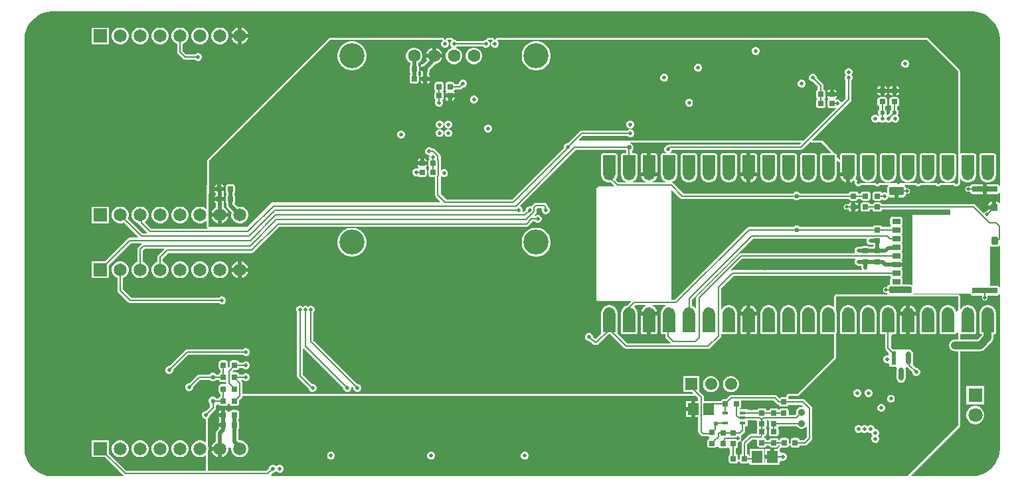
<source format=gbr>
%TF.GenerationSoftware,Altium Limited,Altium Designer,24.9.1 (31)*%
G04 Layer_Physical_Order=4*
G04 Layer_Color=16711680*
%FSLAX45Y45*%
%MOMM*%
%TF.SameCoordinates,E868E159-F76C-425E-9157-6F4710699125*%
%TF.FilePolarity,Positive*%
%TF.FileFunction,Copper,L4,Bot,Signal*%
%TF.Part,Single*%
G01*
G75*
%TA.AperFunction,SMDPad,CuDef*%
%ADD11C,0.60000*%
G04:AMPARAMS|DCode=12|XSize=0.76mm|YSize=0.6604mm|CornerRadius=0.08255mm|HoleSize=0mm|Usage=FLASHONLY|Rotation=270.000|XOffset=0mm|YOffset=0mm|HoleType=Round|Shape=RoundedRectangle|*
%AMROUNDEDRECTD12*
21,1,0.76000,0.49530,0,0,270.0*
21,1,0.59490,0.66040,0,0,270.0*
1,1,0.16510,-0.24765,-0.29745*
1,1,0.16510,-0.24765,0.29745*
1,1,0.16510,0.24765,0.29745*
1,1,0.16510,0.24765,-0.29745*
%
%ADD12ROUNDEDRECTD12*%
G04:AMPARAMS|DCode=20|XSize=0.76mm|YSize=0.6604mm|CornerRadius=0.08255mm|HoleSize=0mm|Usage=FLASHONLY|Rotation=180.000|XOffset=0mm|YOffset=0mm|HoleType=Round|Shape=RoundedRectangle|*
%AMROUNDEDRECTD20*
21,1,0.76000,0.49530,0,0,180.0*
21,1,0.59490,0.66040,0,0,180.0*
1,1,0.16510,-0.29745,0.24765*
1,1,0.16510,0.29745,0.24765*
1,1,0.16510,0.29745,-0.24765*
1,1,0.16510,-0.29745,-0.24765*
%
%ADD20ROUNDEDRECTD20*%
%TA.AperFunction,Conductor*%
%ADD35C,0.20000*%
%ADD36C,1.00000*%
%ADD37C,0.50000*%
%TA.AperFunction,ComponentPad*%
%ADD38C,0.90000*%
%ADD39R,1.55000X1.55000*%
%ADD40C,1.55000*%
%ADD41C,1.65100*%
%ADD42R,1.65100X1.65100*%
%ADD43C,1.60000*%
%ADD44R,1.80000X1.80000*%
%ADD45C,1.80000*%
%TA.AperFunction,ViaPad*%
%ADD46C,0.50000*%
%ADD47C,3.20000*%
%ADD48C,5.00000*%
%TA.AperFunction,SMDPad,CuDef*%
%ADD59R,1.33000X1.57000*%
%ADD60R,0.62684X1.68435*%
G04:AMPARAMS|DCode=61|XSize=1.68435mm|YSize=0.62684mm|CornerRadius=0.31342mm|HoleSize=0mm|Usage=FLASHONLY|Rotation=270.000|XOffset=0mm|YOffset=0mm|HoleType=Round|Shape=RoundedRectangle|*
%AMROUNDEDRECTD61*
21,1,1.68435,0.00000,0,0,270.0*
21,1,1.05751,0.62684,0,0,270.0*
1,1,0.62684,0.00000,-0.52875*
1,1,0.62684,0.00000,0.52875*
1,1,0.62684,0.00000,0.52875*
1,1,0.62684,0.00000,-0.52875*
%
%ADD61ROUNDEDRECTD61*%
%ADD62R,0.80000X0.40000*%
G04:AMPARAMS|DCode=63|XSize=0.9mm|YSize=0.93mm|CornerRadius=0.09mm|HoleSize=0mm|Usage=FLASHONLY|Rotation=90.000|XOffset=0mm|YOffset=0mm|HoleType=Round|Shape=RoundedRectangle|*
%AMROUNDEDRECTD63*
21,1,0.90000,0.75000,0,0,90.0*
21,1,0.72000,0.93000,0,0,90.0*
1,1,0.18000,0.37500,0.36000*
1,1,0.18000,0.37500,-0.36000*
1,1,0.18000,-0.37500,-0.36000*
1,1,0.18000,-0.37500,0.36000*
%
%ADD63ROUNDEDRECTD63*%
G04:AMPARAMS|DCode=64|XSize=1.05mm|YSize=0.78mm|CornerRadius=0.078mm|HoleSize=0mm|Usage=FLASHONLY|Rotation=90.000|XOffset=0mm|YOffset=0mm|HoleType=Round|Shape=RoundedRectangle|*
%AMROUNDEDRECTD64*
21,1,1.05000,0.62400,0,0,90.0*
21,1,0.89400,0.78000,0,0,90.0*
1,1,0.15600,0.31200,0.44700*
1,1,0.15600,0.31200,-0.44700*
1,1,0.15600,-0.31200,-0.44700*
1,1,0.15600,-0.31200,0.44700*
%
%ADD64ROUNDEDRECTD64*%
G04:AMPARAMS|DCode=65|XSize=1.04mm|YSize=1.83mm|CornerRadius=0.104mm|HoleSize=0mm|Usage=FLASHONLY|Rotation=90.000|XOffset=0mm|YOffset=0mm|HoleType=Round|Shape=RoundedRectangle|*
%AMROUNDEDRECTD65*
21,1,1.04000,1.62200,0,0,90.0*
21,1,0.83200,1.83000,0,0,90.0*
1,1,0.20800,0.81100,0.41600*
1,1,0.20800,0.81100,-0.41600*
1,1,0.20800,-0.81100,-0.41600*
1,1,0.20800,-0.81100,0.41600*
%
%ADD65ROUNDEDRECTD65*%
G04:AMPARAMS|DCode=66|XSize=0.7mm|YSize=3.3mm|CornerRadius=0.0875mm|HoleSize=0mm|Usage=FLASHONLY|Rotation=90.000|XOffset=0mm|YOffset=0mm|HoleType=Round|Shape=RoundedRectangle|*
%AMROUNDEDRECTD66*
21,1,0.70000,3.12500,0,0,90.0*
21,1,0.52500,3.30000,0,0,90.0*
1,1,0.17500,1.56250,0.26250*
1,1,0.17500,1.56250,-0.26250*
1,1,0.17500,-1.56250,-0.26250*
1,1,0.17500,-1.56250,0.26250*
%
%ADD66ROUNDEDRECTD66*%
G04:AMPARAMS|DCode=67|XSize=0.7mm|YSize=3.3mm|CornerRadius=0.07mm|HoleSize=0mm|Usage=FLASHONLY|Rotation=90.000|XOffset=0mm|YOffset=0mm|HoleType=Round|Shape=RoundedRectangle|*
%AMROUNDEDRECTD67*
21,1,0.70000,3.16000,0,0,90.0*
21,1,0.56000,3.30000,0,0,90.0*
1,1,0.14000,1.58000,0.28000*
1,1,0.14000,1.58000,-0.28000*
1,1,0.14000,-1.58000,-0.28000*
1,1,0.14000,-1.58000,0.28000*
%
%ADD67ROUNDEDRECTD67*%
G04:AMPARAMS|DCode=68|XSize=0.86mm|YSize=2.8mm|CornerRadius=0.086mm|HoleSize=0mm|Usage=FLASHONLY|Rotation=90.000|XOffset=0mm|YOffset=0mm|HoleType=Round|Shape=RoundedRectangle|*
%AMROUNDEDRECTD68*
21,1,0.86000,2.62800,0,0,90.0*
21,1,0.68800,2.80000,0,0,90.0*
1,1,0.17200,1.31400,0.34400*
1,1,0.17200,1.31400,-0.34400*
1,1,0.17200,-1.31400,-0.34400*
1,1,0.17200,-1.31400,0.34400*
%
%ADD68ROUNDEDRECTD68*%
G04:AMPARAMS|DCode=69|XSize=0.7mm|YSize=1.1mm|CornerRadius=0.07mm|HoleSize=0mm|Usage=FLASHONLY|Rotation=90.000|XOffset=0mm|YOffset=0mm|HoleType=Round|Shape=RoundedRectangle|*
%AMROUNDEDRECTD69*
21,1,0.70000,0.96000,0,0,90.0*
21,1,0.56000,1.10000,0,0,90.0*
1,1,0.14000,0.48000,0.28000*
1,1,0.14000,0.48000,-0.28000*
1,1,0.14000,-0.48000,-0.28000*
1,1,0.14000,-0.48000,0.28000*
%
%ADD69ROUNDEDRECTD69*%
G36*
X6934200Y-190500D02*
Y-1625600D01*
X5676900Y-1625600D01*
X5625331Y-1565669D01*
X5629211Y-1558949D01*
X5629752Y-1557357D01*
X5630686Y-1555958D01*
X5634699Y-1546269D01*
X5635027Y-1544620D01*
X5635771Y-1543111D01*
X5638485Y-1532981D01*
X5638595Y-1531302D01*
X5639135Y-1529710D01*
X5640502Y-1519312D01*
X5640392Y-1517634D01*
X5640720Y-1515984D01*
X5640719Y-1510741D01*
X5640717Y-1510731D01*
X5640719Y-1510720D01*
X5640488Y-1270976D01*
X5639504Y-1266049D01*
X5638548Y-1261246D01*
X5638541Y-1261236D01*
X5638539Y-1261223D01*
X5635758Y-1257070D01*
X5633023Y-1252977D01*
X5633012Y-1252970D01*
X5633005Y-1252959D01*
X5628890Y-1250215D01*
X5624753Y-1247451D01*
X5624741Y-1247448D01*
X5624730Y-1247441D01*
X5619902Y-1246486D01*
X5614999Y-1245511D01*
X5454999Y-1245509D01*
X5454986Y-1245512D01*
X5454974Y-1245510D01*
X5450225Y-1246459D01*
X5445244Y-1247450D01*
X5445234Y-1247457D01*
X5445221Y-1247459D01*
X5441097Y-1250221D01*
X5436975Y-1252975D01*
X5436968Y-1252986D01*
X5436957Y-1252993D01*
X5434193Y-1257137D01*
X5431449Y-1261244D01*
X5431447Y-1261257D01*
X5431439Y-1261268D01*
X5430479Y-1266122D01*
X5429509Y-1270999D01*
X5429511Y-1271011D01*
X5429509Y-1271024D01*
X5429562Y-1325372D01*
X5421229Y-1328469D01*
X5386505Y-1288114D01*
X5386488Y-1270976D01*
X5385504Y-1266049D01*
X5384548Y-1261246D01*
X5384541Y-1261236D01*
X5384539Y-1261223D01*
X5381758Y-1257070D01*
X5379023Y-1252977D01*
X5379012Y-1252970D01*
X5379005Y-1252959D01*
X5374890Y-1250215D01*
X5370753Y-1247451D01*
X5370741Y-1247448D01*
X5370730Y-1247441D01*
X5365902Y-1246486D01*
X5360999Y-1245511D01*
X5349846D01*
X5207000Y-1079500D01*
X5078583D01*
X5075181Y-1071287D01*
X5562434Y-584034D01*
X5570169Y-572456D01*
X5572886Y-558800D01*
Y-314425D01*
X5579588Y-307723D01*
X5587200Y-289346D01*
Y-269454D01*
X5579588Y-251077D01*
X5571911Y-243400D01*
X5579588Y-235723D01*
X5587200Y-217346D01*
Y-197454D01*
X5579588Y-179077D01*
X5565523Y-165012D01*
X5547146Y-157400D01*
X5527254D01*
X5508877Y-165012D01*
X5494812Y-179077D01*
X5487200Y-197454D01*
Y-217346D01*
X5494812Y-235723D01*
X5502489Y-243400D01*
X5494812Y-251077D01*
X5487200Y-269454D01*
Y-289346D01*
X5494812Y-307723D01*
X5501514Y-314425D01*
Y-544018D01*
X5452777Y-592756D01*
X5442291Y-590670D01*
X5437348Y-578737D01*
X5423283Y-564672D01*
X5404906Y-557060D01*
X5385014D01*
X5378190Y-559887D01*
X5373441Y-552779D01*
X5375544Y-543493D01*
X5381167Y-535076D01*
X5383779Y-521945D01*
Y-517600D01*
X5324700D01*
X5265621D01*
Y-521945D01*
X5268233Y-535076D01*
X5273856Y-543493D01*
X5275959Y-552780D01*
X5268609Y-563780D01*
X5266029Y-576755D01*
Y-636245D01*
X5268609Y-649220D01*
X5275959Y-660220D01*
X5286960Y-667570D01*
X5299935Y-670151D01*
X5349465D01*
X5362440Y-667570D01*
X5371329Y-661631D01*
X5376996Y-668537D01*
X4966033Y-1079500D01*
X2107740D01*
X2104057Y-1070610D01*
X2148382Y-1026286D01*
X2720875D01*
X2727577Y-1032988D01*
X2745954Y-1040600D01*
X2765846D01*
X2784223Y-1032988D01*
X2798288Y-1018923D01*
X2805900Y-1000546D01*
Y-980654D01*
X2798288Y-962277D01*
X2784223Y-948212D01*
X2765846Y-940600D01*
X2745954D01*
X2727577Y-948212D01*
X2720875Y-954914D01*
X2133600D01*
X2119944Y-957631D01*
X2108366Y-965366D01*
X1955333Y-1118400D01*
X1945854D01*
X1927477Y-1126012D01*
X1913412Y-1140077D01*
X1905800Y-1158454D01*
Y-1175143D01*
X1277924Y-1803020D01*
X1246064Y-1831214D01*
X408482D01*
X338644Y-1761377D01*
Y-1539528D01*
X340781Y-1537897D01*
X348093Y-1536404D01*
X351887Y-1540197D01*
X370264Y-1547809D01*
X390155D01*
X408532Y-1540197D01*
X422597Y-1526132D01*
X430209Y-1507755D01*
Y-1487864D01*
X422597Y-1469487D01*
X408532Y-1455421D01*
X390155Y-1447809D01*
X370264D01*
X351887Y-1455421D01*
X348219Y-1459089D01*
X340006Y-1455687D01*
Y-1326009D01*
X338644Y-1319167D01*
Y-1279277D01*
X335928Y-1265621D01*
X328192Y-1254044D01*
X268906Y-1194757D01*
X257328Y-1187022D01*
X243672Y-1184305D01*
X226316D01*
X219613Y-1177603D01*
X201236Y-1169991D01*
X181345D01*
X162968Y-1177603D01*
X148903Y-1191668D01*
X141291Y-1210045D01*
Y-1229936D01*
X148903Y-1248313D01*
X162968Y-1262379D01*
X181345Y-1269991D01*
X189704D01*
X194644Y-1277383D01*
X191300Y-1285454D01*
Y-1305346D01*
X195639Y-1315822D01*
X192559Y-1317880D01*
X185209Y-1328880D01*
X182629Y-1341855D01*
Y-1401345D01*
X185209Y-1414320D01*
X192559Y-1425320D01*
Y-1432180D01*
X185209Y-1443180D01*
X182629Y-1456155D01*
Y-1515645D01*
X185209Y-1528620D01*
X192559Y-1539620D01*
X203560Y-1546970D01*
X216535Y-1549551D01*
X266065D01*
X267273Y-1550543D01*
Y-1776159D01*
X269990Y-1789815D01*
X277725Y-1801392D01*
X336762Y-1860429D01*
X333365Y-1868644D01*
X-1820868Y-1871668D01*
X-2133600Y-2184400D01*
X-2615511D01*
X-2621765Y-2178081D01*
X-2613131Y-1340591D01*
X-1069340Y203200D01*
X362455D01*
X364719Y196683D01*
X364899Y194310D01*
X351312Y180723D01*
X343700Y162346D01*
Y142454D01*
X351312Y124077D01*
X365377Y110012D01*
X383754Y102400D01*
X403646D01*
X422023Y110012D01*
X436088Y124077D01*
X443700Y142454D01*
Y162346D01*
X436088Y180723D01*
X422501Y194310D01*
X422681Y196683D01*
X424945Y203200D01*
X476755D01*
X479019Y196683D01*
X479199Y194310D01*
X465612Y180723D01*
X458000Y162346D01*
Y142454D01*
X465612Y124077D01*
X479677Y110012D01*
X479944Y109901D01*
X479363Y101030D01*
X467472Y97844D01*
X443529Y84021D01*
X423979Y64471D01*
X410156Y40528D01*
X403000Y13823D01*
Y-13823D01*
X410156Y-40528D01*
X423979Y-64471D01*
X443529Y-84021D01*
X467472Y-97844D01*
X494177Y-105000D01*
X521823D01*
X548528Y-97844D01*
X572471Y-84021D01*
X592021Y-64471D01*
X605844Y-40528D01*
X613000Y-13823D01*
Y13823D01*
X605844Y40528D01*
X592021Y64471D01*
X572471Y84021D01*
X548528Y97844D01*
X536637Y101030D01*
X536056Y109901D01*
X536323Y110012D01*
X543025Y116714D01*
X879375D01*
X886077Y110012D01*
X904454Y102400D01*
X924346D01*
X942723Y110012D01*
X956788Y124077D01*
X964400Y142454D01*
Y162346D01*
X956788Y180723D01*
X943201Y194310D01*
X943381Y196683D01*
X945645Y203200D01*
X997455D01*
X999719Y196683D01*
X999899Y194310D01*
X986312Y180723D01*
X978700Y162346D01*
Y142454D01*
X986312Y124077D01*
X1000377Y110012D01*
X1018754Y102400D01*
X1038646D01*
X1057023Y110012D01*
X1071088Y124077D01*
X1078700Y142454D01*
Y162346D01*
X1071088Y180723D01*
X1057501Y194310D01*
X1057681Y196683D01*
X1059945Y203200D01*
X6540500D01*
X6934200Y-190500D01*
D02*
G37*
G36*
X4932330Y-1113203D02*
X4912818Y-1132714D01*
X3257789D01*
X3244132Y-1135431D01*
X3232902Y-1142934D01*
X3229420D01*
X3211043Y-1150546D01*
X3196978Y-1164612D01*
X3189366Y-1182989D01*
Y-1202880D01*
X3196978Y-1221257D01*
X3211043Y-1235322D01*
X3214175Y-1236620D01*
X3212406Y-1245510D01*
X3168999Y-1245509D01*
X3168986Y-1245512D01*
X3168974Y-1245510D01*
X3164225Y-1246459D01*
X3159244Y-1247450D01*
X3159234Y-1247457D01*
X3159221Y-1247459D01*
X3155097Y-1250221D01*
X3150975Y-1252975D01*
X3150968Y-1252986D01*
X3150957Y-1252993D01*
X3148193Y-1257137D01*
X3145449Y-1261244D01*
X3145447Y-1261257D01*
X3145439Y-1261268D01*
X3144479Y-1266122D01*
X3143509Y-1270999D01*
X3143511Y-1271011D01*
X3143509Y-1271024D01*
X3143744Y-1510770D01*
X3143744Y-1510771D01*
X3143744Y-1515986D01*
X3144071Y-1517636D01*
X3143961Y-1519314D01*
X3145330Y-1529711D01*
X3145870Y-1531303D01*
X3145980Y-1532981D01*
X3148694Y-1543110D01*
X3149437Y-1544618D01*
X3149766Y-1546268D01*
X3153779Y-1555957D01*
X3154713Y-1557355D01*
X3155253Y-1558947D01*
X3160496Y-1568028D01*
X3161605Y-1569292D01*
X3162349Y-1570801D01*
X3168733Y-1579120D01*
X3169997Y-1580229D01*
X3170931Y-1581627D01*
X3178346Y-1589042D01*
X3179744Y-1589976D01*
X3180853Y-1591240D01*
X3189173Y-1597624D01*
X3190681Y-1598368D01*
X3191946Y-1599477D01*
X3201027Y-1604719D01*
X3202620Y-1605260D01*
X3204018Y-1606194D01*
X3204574Y-1606424D01*
X3202806Y-1615314D01*
X3042729D01*
X3040597Y-1606575D01*
X3042018Y-1605626D01*
X3043635Y-1605077D01*
X3052718Y-1599835D01*
X3054004Y-1598708D01*
X3055537Y-1597952D01*
X3063857Y-1591569D01*
X3064983Y-1590285D01*
X3066404Y-1589335D01*
X3073820Y-1581920D01*
X3074770Y-1580499D01*
X3076055Y-1579372D01*
X3082439Y-1571052D01*
X3083194Y-1569520D01*
X3084321Y-1568235D01*
X3089565Y-1559153D01*
X3090114Y-1557535D01*
X3091063Y-1556114D01*
X3095076Y-1546425D01*
X3095409Y-1544749D01*
X3096165Y-1543216D01*
X3098058Y-1536148D01*
X2995233D01*
X2892406D01*
X2894300Y-1543216D01*
X2895056Y-1544749D01*
X2895389Y-1546424D01*
X2899402Y-1556112D01*
X2900351Y-1557533D01*
X2900900Y-1559151D01*
X2906143Y-1568232D01*
X2907270Y-1569517D01*
X2908025Y-1571049D01*
X2914409Y-1579369D01*
X2915694Y-1580496D01*
X2916643Y-1581916D01*
X2924058Y-1589330D01*
X2925479Y-1590280D01*
X2926605Y-1591564D01*
X2934925Y-1597948D01*
X2936457Y-1598703D01*
X2937742Y-1599830D01*
X2946823Y-1605072D01*
X2948441Y-1605622D01*
X2949862Y-1606571D01*
X2947740Y-1615314D01*
X2787663D01*
X2785895Y-1606424D01*
X2786441Y-1606198D01*
X2787839Y-1605264D01*
X2789431Y-1604724D01*
X2798514Y-1599482D01*
X2799780Y-1598372D01*
X2801288Y-1597629D01*
X2809609Y-1591245D01*
X2810718Y-1589981D01*
X2812115Y-1589047D01*
X2819531Y-1581632D01*
X2820466Y-1580233D01*
X2821731Y-1579124D01*
X2828115Y-1570804D01*
X2828859Y-1569295D01*
X2829968Y-1568031D01*
X2835211Y-1558949D01*
X2835752Y-1557357D01*
X2836686Y-1555958D01*
X2840699Y-1546269D01*
X2841027Y-1544620D01*
X2841771Y-1543111D01*
X2844485Y-1532981D01*
X2844595Y-1531302D01*
X2845135Y-1529710D01*
X2846502Y-1519312D01*
X2846392Y-1517634D01*
X2846720Y-1515984D01*
X2846719Y-1510741D01*
X2846717Y-1510731D01*
X2846719Y-1510720D01*
X2846488Y-1270976D01*
X2845504Y-1266049D01*
X2844548Y-1261246D01*
X2844541Y-1261236D01*
X2844539Y-1261223D01*
X2841758Y-1257070D01*
X2839023Y-1252977D01*
X2839012Y-1252970D01*
X2839005Y-1252959D01*
X2834890Y-1250215D01*
X2830753Y-1247451D01*
X2830741Y-1247448D01*
X2830730Y-1247441D01*
X2825902Y-1246486D01*
X2820999Y-1245511D01*
X2776919Y-1245510D01*
Y-1212462D01*
X2789827Y-1199555D01*
X2798200Y-1179340D01*
Y-1157460D01*
X2789827Y-1137245D01*
X2774355Y-1121773D01*
X2754140Y-1113400D01*
X2755298Y-1104990D01*
X4928928D01*
X4932330Y-1113203D01*
D02*
G37*
G36*
X7100000Y569413D02*
X7124212D01*
X7172223Y563092D01*
X7218999Y550559D01*
X7263738Y532027D01*
X7305675Y507815D01*
X7344093Y478336D01*
X7378336Y444093D01*
X7407815Y405675D01*
X7432027Y363738D01*
X7450559Y318999D01*
X7463092Y272223D01*
X7469413Y224211D01*
X7469414Y200000D01*
Y-1653899D01*
X7460523Y-1656596D01*
X7456871Y-1651130D01*
X7445575Y-1643582D01*
X7432250Y-1640931D01*
X7301400D01*
Y-1702000D01*
Y-1763069D01*
X7432250D01*
X7445575Y-1760419D01*
X7456871Y-1752871D01*
X7460523Y-1747404D01*
X7469414Y-1750101D01*
Y-1875073D01*
X7460523Y-1877770D01*
X7456801Y-1872199D01*
X7445422Y-1864596D01*
X7432000Y-1861927D01*
X7419900D01*
Y-1933000D01*
X7394500D01*
Y-1958400D01*
X7317133D01*
X7289292Y-1986242D01*
X7288844Y-1986331D01*
X7277266Y-1994066D01*
X7271362Y-2002903D01*
X7261218Y-2005333D01*
X7161052Y-1905166D01*
X7149475Y-1897431D01*
X7135819Y-1894714D01*
X5966979D01*
X5966570Y-1892660D01*
X5959220Y-1881659D01*
X5948220Y-1874309D01*
X5935245Y-1871729D01*
X5875755D01*
X5862780Y-1874309D01*
X5851780Y-1881659D01*
X5844430Y-1892660D01*
X5844021Y-1894714D01*
X5814639D01*
X5814170Y-1892359D01*
X5806820Y-1881359D01*
X5795820Y-1874009D01*
X5782845Y-1871428D01*
X5723355D01*
X5710380Y-1874009D01*
X5699380Y-1881359D01*
X5692030Y-1892359D01*
X5689449Y-1905335D01*
Y-1954865D01*
X5692030Y-1967840D01*
X5699380Y-1978840D01*
X5710380Y-1986190D01*
X5723355Y-1988771D01*
X5782845D01*
X5795820Y-1986190D01*
X5806820Y-1978840D01*
X5814170Y-1967840D01*
X5814519Y-1966086D01*
X5844021D01*
X5844430Y-1968140D01*
X5851780Y-1979141D01*
X5862780Y-1986491D01*
X5875755Y-1989071D01*
X5935245D01*
X5948220Y-1986491D01*
X5959220Y-1979141D01*
X5966570Y-1968140D01*
X5966979Y-1966086D01*
X6829903D01*
X6838000Y-1968001D01*
Y-2033001D01*
X6355900D01*
Y-2921724D01*
X6347010Y-2926476D01*
X6342666Y-2923573D01*
X6329400Y-2920934D01*
X6233459D01*
X6227819Y-2914062D01*
X6228627Y-2910000D01*
Y-2854000D01*
X6226143Y-2841515D01*
X6220379Y-2832888D01*
X6219595Y-2827000D01*
X6220379Y-2821112D01*
X6226143Y-2812486D01*
X6228627Y-2800000D01*
Y-2744000D01*
X6226143Y-2731515D01*
X6220602Y-2723221D01*
X6219359Y-2713359D01*
X6226520Y-2702642D01*
X6229035Y-2690000D01*
Y-2687400D01*
X6148000D01*
Y-2636600D01*
X6229035D01*
Y-2634000D01*
X6226520Y-2621358D01*
X6219359Y-2610641D01*
X6220602Y-2600779D01*
X6226143Y-2592486D01*
X6228627Y-2580000D01*
Y-2524000D01*
X6226143Y-2511515D01*
X6220379Y-2502888D01*
X6219595Y-2497000D01*
X6220379Y-2491112D01*
X6226143Y-2482486D01*
X6228627Y-2470000D01*
Y-2414000D01*
X6226143Y-2401515D01*
X6220379Y-2392889D01*
X6219595Y-2387000D01*
X6220379Y-2381112D01*
X6226143Y-2372486D01*
X6228627Y-2360000D01*
Y-2304000D01*
X6226143Y-2291515D01*
X6220379Y-2282888D01*
X6219595Y-2277000D01*
X6220379Y-2271112D01*
X6226143Y-2262486D01*
X6228627Y-2250000D01*
Y-2194000D01*
X6226143Y-2181515D01*
X6220379Y-2172888D01*
X6219595Y-2167000D01*
X6220379Y-2161112D01*
X6226143Y-2152486D01*
X6228627Y-2140000D01*
Y-2084000D01*
X6226143Y-2071515D01*
X6219071Y-2060930D01*
X6208486Y-2053857D01*
X6196000Y-2051374D01*
X6100000D01*
X6087515Y-2053857D01*
X6076930Y-2060930D01*
X6069857Y-2071515D01*
X6067373Y-2084000D01*
Y-2140000D01*
X6069857Y-2152486D01*
X6075621Y-2161112D01*
X6076406Y-2167000D01*
X6075621Y-2172888D01*
X6069857Y-2181515D01*
X6068902Y-2186315D01*
X5966880D01*
X5966570Y-2184760D01*
X5959220Y-2173759D01*
X5948220Y-2166409D01*
X5935245Y-2163829D01*
X5875755D01*
X5862780Y-2166409D01*
X5851780Y-2173759D01*
X5844430Y-2184760D01*
X5844120Y-2186315D01*
X4918396D01*
X4907955Y-2175873D01*
X4887740Y-2167500D01*
X4865860D01*
X4845645Y-2175873D01*
X4835204Y-2186315D01*
X4267700D01*
X4254043Y-2189031D01*
X4242466Y-2196767D01*
X3325318Y-3113914D01*
X3286661D01*
X3279588Y-3105024D01*
X3280588Y-3100000D01*
Y-1717070D01*
X3288801Y-1713668D01*
X3390766Y-1815633D01*
X3402344Y-1823369D01*
X3416000Y-1826086D01*
X4834704D01*
X4845645Y-1837026D01*
X4865860Y-1845400D01*
X4887740D01*
X4907955Y-1837026D01*
X4918896Y-1826086D01*
X5539221D01*
X5539630Y-1828140D01*
X5546980Y-1839140D01*
X5557980Y-1846490D01*
X5570955Y-1849071D01*
X5630445D01*
X5643420Y-1846490D01*
X5654420Y-1839140D01*
X5661770Y-1828140D01*
X5662209Y-1825935D01*
X5691651D01*
X5692030Y-1827840D01*
X5699380Y-1838840D01*
X5710380Y-1846190D01*
X5723355Y-1848771D01*
X5782845D01*
X5795820Y-1846190D01*
X5806820Y-1838840D01*
X5814170Y-1827840D01*
X5816751Y-1814865D01*
Y-1765335D01*
X5814170Y-1752359D01*
X5806820Y-1741359D01*
X5795820Y-1734009D01*
X5782845Y-1731428D01*
X5723355D01*
X5710380Y-1734009D01*
X5699380Y-1741359D01*
X5692030Y-1752359D01*
X5691591Y-1754564D01*
X5662149D01*
X5661770Y-1752659D01*
X5654420Y-1741659D01*
X5643420Y-1734309D01*
X5630445Y-1731728D01*
X5570955D01*
X5557980Y-1734309D01*
X5546980Y-1741659D01*
X5539630Y-1752659D01*
X5539221Y-1754714D01*
X4918896D01*
X4907955Y-1743773D01*
X4887740Y-1735400D01*
X4865860D01*
X4845645Y-1743773D01*
X4834704Y-1754714D01*
X3430782D01*
X3301834Y-1625766D01*
X3290257Y-1618031D01*
X3289477Y-1617876D01*
X3288567Y-1608631D01*
X3294441Y-1606198D01*
X3295839Y-1605264D01*
X3297431Y-1604724D01*
X3306514Y-1599482D01*
X3307780Y-1598372D01*
X3309288Y-1597629D01*
X3317609Y-1591245D01*
X3318718Y-1589981D01*
X3320115Y-1589047D01*
X3327531Y-1581632D01*
X3328466Y-1580233D01*
X3329731Y-1579124D01*
X3336115Y-1570804D01*
X3336859Y-1569295D01*
X3337968Y-1568031D01*
X3343211Y-1558949D01*
X3343752Y-1557357D01*
X3344686Y-1555958D01*
X3348699Y-1546269D01*
X3349027Y-1544620D01*
X3349771Y-1543111D01*
X3352485Y-1532981D01*
X3352595Y-1531302D01*
X3353135Y-1529710D01*
X3354502Y-1519312D01*
X3354392Y-1517634D01*
X3354720Y-1515984D01*
X3354719Y-1510741D01*
X3354717Y-1510731D01*
X3354719Y-1510720D01*
X3354488Y-1270976D01*
X3353504Y-1266049D01*
X3352548Y-1261246D01*
X3352541Y-1261236D01*
X3352539Y-1261223D01*
X3349758Y-1257070D01*
X3347023Y-1252977D01*
X3347012Y-1252970D01*
X3347005Y-1252959D01*
X3342890Y-1250215D01*
X3338753Y-1247451D01*
X3338741Y-1247448D01*
X3338730Y-1247441D01*
X3333902Y-1246486D01*
X3328999Y-1245511D01*
X3266324Y-1245510D01*
X3264556Y-1236620D01*
X3267688Y-1235322D01*
X3281754Y-1221257D01*
X3288866Y-1204086D01*
X4927600D01*
X4941256Y-1201369D01*
X4952834Y-1193634D01*
X5050952Y-1095515D01*
X5059799Y-1096387D01*
X5060559Y-1097524D01*
X5068828Y-1103049D01*
X5078583Y-1104990D01*
X5195306D01*
X5309266Y-1237430D01*
X5305559Y-1245510D01*
X5200999Y-1245509D01*
X5200986Y-1245512D01*
X5200974Y-1245510D01*
X5196225Y-1246459D01*
X5191244Y-1247450D01*
X5191234Y-1247457D01*
X5191221Y-1247459D01*
X5187097Y-1250221D01*
X5182975Y-1252975D01*
X5182968Y-1252986D01*
X5182957Y-1252993D01*
X5180193Y-1257137D01*
X5177449Y-1261244D01*
X5177447Y-1261257D01*
X5177439Y-1261268D01*
X5176479Y-1266122D01*
X5175509Y-1270999D01*
X5175511Y-1271011D01*
X5175509Y-1271024D01*
X5175744Y-1510770D01*
X5175744Y-1510771D01*
X5175744Y-1515986D01*
X5176071Y-1517636D01*
X5175961Y-1519314D01*
X5177330Y-1529711D01*
X5177870Y-1531303D01*
X5177980Y-1532981D01*
X5180694Y-1543110D01*
X5181437Y-1544618D01*
X5181766Y-1546268D01*
X5185779Y-1555957D01*
X5186713Y-1557355D01*
X5187253Y-1558947D01*
X5192496Y-1568028D01*
X5193605Y-1569292D01*
X5194349Y-1570801D01*
X5200733Y-1579120D01*
X5201997Y-1580229D01*
X5202931Y-1581627D01*
X5210346Y-1589042D01*
X5211744Y-1589976D01*
X5212853Y-1591240D01*
X5221173Y-1597624D01*
X5222681Y-1598368D01*
X5223946Y-1599477D01*
X5233027Y-1604719D01*
X5234620Y-1605260D01*
X5236018Y-1606194D01*
X5245706Y-1610206D01*
X5247356Y-1610534D01*
X5248864Y-1611278D01*
X5258993Y-1613991D01*
X5260671Y-1614101D01*
X5262264Y-1614642D01*
X5272661Y-1616010D01*
X5274339Y-1615899D01*
X5275988Y-1616227D01*
X5281225Y-1616227D01*
X5286466Y-1616228D01*
X5288116Y-1615901D01*
X5289794Y-1616011D01*
X5300191Y-1614644D01*
X5301784Y-1614104D01*
X5303463Y-1613994D01*
X5313593Y-1611282D01*
X5315102Y-1610538D01*
X5316752Y-1610210D01*
X5326441Y-1606198D01*
X5327839Y-1605264D01*
X5329431Y-1604724D01*
X5338514Y-1599482D01*
X5339780Y-1598372D01*
X5341288Y-1597629D01*
X5349609Y-1591245D01*
X5350718Y-1589981D01*
X5352115Y-1589047D01*
X5359531Y-1581632D01*
X5360466Y-1580233D01*
X5361731Y-1579124D01*
X5368115Y-1570804D01*
X5368859Y-1569295D01*
X5369968Y-1568031D01*
X5375211Y-1558949D01*
X5375752Y-1557357D01*
X5376686Y-1555958D01*
X5380699Y-1546269D01*
X5381027Y-1544620D01*
X5381771Y-1543111D01*
X5384485Y-1532981D01*
X5384595Y-1531302D01*
X5385135Y-1529710D01*
X5386502Y-1519312D01*
X5386392Y-1517634D01*
X5386720Y-1515984D01*
X5386719Y-1510741D01*
X5386717Y-1510731D01*
X5386719Y-1510720D01*
X5386555Y-1340033D01*
X5394888Y-1336937D01*
X5401907Y-1345094D01*
X5402294Y-1345396D01*
X5402551Y-1345814D01*
X5406197Y-1348450D01*
X5409740Y-1351222D01*
X5410213Y-1351354D01*
X5410611Y-1351641D01*
X5414985Y-1352681D01*
X5419322Y-1353887D01*
X5419810Y-1353827D01*
X5420287Y-1353941D01*
X5420292Y-1353940D01*
X5429188Y-1360126D01*
X5429311Y-1485348D01*
X5535233D01*
Y-1510748D01*
X5560633D01*
Y-1613568D01*
X5567699Y-1611676D01*
X5569232Y-1610920D01*
X5570908Y-1610587D01*
X5580597Y-1606575D01*
X5582018Y-1605626D01*
X5583635Y-1605077D01*
X5592718Y-1599835D01*
X5594004Y-1598708D01*
X5595537Y-1597952D01*
X5601968Y-1593017D01*
X5612028Y-1593842D01*
X5615888Y-1598880D01*
X5614200Y-1602954D01*
Y-1622846D01*
X5621812Y-1641223D01*
X5635877Y-1655288D01*
X5654254Y-1662900D01*
X5674146D01*
X5692523Y-1655288D01*
X5696721Y-1651090D01*
X5872979D01*
X5877177Y-1655288D01*
X5895554Y-1662900D01*
X5915446D01*
X5933823Y-1655288D01*
X5938021Y-1651090D01*
X6042303D01*
X6045000Y-1659980D01*
X6042590Y-1661590D01*
X6034678Y-1673432D01*
X6031899Y-1687400D01*
Y-1745573D01*
X6023686Y-1748975D01*
X6022723Y-1748012D01*
X6004345Y-1740400D01*
X5984454D01*
X5966077Y-1748012D01*
X5963281Y-1747736D01*
X5959220Y-1741659D01*
X5948220Y-1734309D01*
X5935245Y-1731728D01*
X5875755D01*
X5862780Y-1734309D01*
X5851780Y-1741659D01*
X5844430Y-1752659D01*
X5841849Y-1765635D01*
Y-1815165D01*
X5844430Y-1828140D01*
X5851780Y-1839140D01*
X5862780Y-1846490D01*
X5875755Y-1849071D01*
X5935245D01*
X5948220Y-1846490D01*
X5959220Y-1839140D01*
X5963281Y-1833063D01*
X5966077Y-1832788D01*
X5984454Y-1840400D01*
X6004345D01*
X6022723Y-1832788D01*
X6036788Y-1818723D01*
X6041815Y-1806585D01*
X6052613Y-1803107D01*
X6054432Y-1804323D01*
X6068400Y-1807101D01*
X6124101D01*
Y-1729001D01*
X6174901D01*
Y-1807101D01*
X6230600D01*
X6244569Y-1804323D01*
X6256410Y-1796410D01*
X6264323Y-1784568D01*
X6267102Y-1770600D01*
Y-1762886D01*
X6286500D01*
X6300156Y-1760169D01*
X6311734Y-1752434D01*
X6319469Y-1740856D01*
X6322186Y-1727200D01*
X6319469Y-1713544D01*
X6311734Y-1701966D01*
X6300156Y-1694231D01*
X6286500Y-1691514D01*
X6267102D01*
Y-1687400D01*
X6264323Y-1673432D01*
X6256410Y-1661590D01*
X6254001Y-1659980D01*
X6256698Y-1651090D01*
X6393679Y-1651090D01*
X6397877Y-1655288D01*
X6416254Y-1662900D01*
X6436146D01*
X6454523Y-1655288D01*
X6458721Y-1651090D01*
X6647679D01*
X6651877Y-1655288D01*
X6670254Y-1662900D01*
X6690146D01*
X6708523Y-1655288D01*
X6712721Y-1651090D01*
X6876279D01*
X6880477Y-1655288D01*
X6898854Y-1662900D01*
X6918746D01*
X6937123Y-1655288D01*
X6943089Y-1649321D01*
X6943954Y-1649149D01*
X6952224Y-1643624D01*
X6957749Y-1635354D01*
X6959690Y-1625600D01*
Y-1567090D01*
X6968580Y-1564708D01*
X6970496Y-1568028D01*
X6971605Y-1569292D01*
X6972349Y-1570801D01*
X6978733Y-1579120D01*
X6979997Y-1580229D01*
X6980931Y-1581627D01*
X6988346Y-1589042D01*
X6989744Y-1589976D01*
X6990853Y-1591240D01*
X6999173Y-1597624D01*
X7000681Y-1598368D01*
X7001946Y-1599477D01*
X7011027Y-1604719D01*
X7012620Y-1605260D01*
X7014018Y-1606194D01*
X7023706Y-1610206D01*
X7025356Y-1610534D01*
X7026864Y-1611278D01*
X7036993Y-1613991D01*
X7038671Y-1614101D01*
X7040264Y-1614642D01*
X7050661Y-1616010D01*
X7052339Y-1615899D01*
X7053988Y-1616227D01*
X7059225Y-1616227D01*
X7064466Y-1616228D01*
X7066116Y-1615901D01*
X7067794Y-1616011D01*
X7078191Y-1614644D01*
X7079784Y-1614104D01*
X7081463Y-1613994D01*
X7091593Y-1611282D01*
X7093102Y-1610538D01*
X7094752Y-1610210D01*
X7104441Y-1606198D01*
X7105839Y-1605264D01*
X7107431Y-1604724D01*
X7116514Y-1599482D01*
X7117780Y-1598372D01*
X7119288Y-1597629D01*
X7127609Y-1591245D01*
X7128718Y-1589981D01*
X7130115Y-1589047D01*
X7137531Y-1581632D01*
X7138466Y-1580233D01*
X7139731Y-1579124D01*
X7146115Y-1570804D01*
X7146859Y-1569295D01*
X7147968Y-1568031D01*
X7153211Y-1558949D01*
X7153752Y-1557357D01*
X7154686Y-1555958D01*
X7158699Y-1546269D01*
X7159027Y-1544620D01*
X7159771Y-1543111D01*
X7162485Y-1532981D01*
X7162595Y-1531302D01*
X7163135Y-1529710D01*
X7164502Y-1519312D01*
X7164392Y-1517634D01*
X7164720Y-1515984D01*
X7164719Y-1510741D01*
X7164717Y-1510731D01*
X7164719Y-1510720D01*
X7164488Y-1270976D01*
X7163504Y-1266049D01*
X7162548Y-1261246D01*
X7162541Y-1261236D01*
X7162539Y-1261223D01*
X7159758Y-1257070D01*
X7157023Y-1252977D01*
X7157012Y-1252970D01*
X7157005Y-1252959D01*
X7152890Y-1250215D01*
X7148753Y-1247451D01*
X7148741Y-1247448D01*
X7148730Y-1247441D01*
X7143902Y-1246486D01*
X7138999Y-1245511D01*
X6978999Y-1245509D01*
X6978986Y-1245512D01*
X6978974Y-1245510D01*
X6974225Y-1246459D01*
X6969244Y-1247450D01*
X6969234Y-1247457D01*
X6969221Y-1247459D01*
X6968580Y-1247889D01*
X6960158Y-1243755D01*
X6959690Y-1243142D01*
Y-190500D01*
X6957749Y-180745D01*
X6952224Y-172476D01*
X6558524Y221224D01*
X6550255Y226749D01*
X6540500Y228690D01*
X1059945D01*
X1059206Y228543D01*
X1058459Y228646D01*
X1054353Y227577D01*
X1050191Y226749D01*
X1049564Y226331D01*
X1048834Y226141D01*
X1045449Y223581D01*
X1041921Y221224D01*
X1041503Y220597D01*
X1040901Y220142D01*
X1038753Y216481D01*
X1036396Y212954D01*
X1036249Y212215D01*
X1035867Y211565D01*
X1033603Y205048D01*
X1033151Y201789D01*
X1024249D01*
X1023797Y205048D01*
X1021533Y211565D01*
X1021151Y212215D01*
X1021004Y212954D01*
X1018647Y216482D01*
X1016499Y220142D01*
X1015897Y220597D01*
X1015479Y221224D01*
X1011951Y223581D01*
X1008566Y226141D01*
X1007836Y226331D01*
X1007209Y226749D01*
X1003047Y227577D01*
X998941Y228646D01*
X998194Y228543D01*
X997455Y228690D01*
X945645D01*
X944906Y228543D01*
X944159Y228646D01*
X940053Y227577D01*
X935891Y226749D01*
X935264Y226331D01*
X934534Y226141D01*
X931149Y223581D01*
X927621Y221224D01*
X927203Y220597D01*
X926601Y220142D01*
X924453Y216481D01*
X922096Y212954D01*
X921949Y212215D01*
X921567Y211565D01*
X919303Y205048D01*
X918936Y202400D01*
X904454D01*
X886077Y194788D01*
X879375Y188086D01*
X543025D01*
X536323Y194788D01*
X517946Y202400D01*
X503464D01*
X503097Y205048D01*
X500833Y211565D01*
X500451Y212215D01*
X500304Y212954D01*
X497947Y216482D01*
X495799Y220142D01*
X495197Y220597D01*
X494779Y221224D01*
X491251Y223581D01*
X487866Y226141D01*
X487136Y226331D01*
X486509Y226749D01*
X482347Y227577D01*
X478241Y228646D01*
X477494Y228543D01*
X476755Y228690D01*
X424945D01*
X424206Y228543D01*
X423459Y228646D01*
X419353Y227577D01*
X415191Y226749D01*
X414564Y226331D01*
X413834Y226141D01*
X410449Y223581D01*
X406921Y221224D01*
X406503Y220597D01*
X405901Y220142D01*
X403753Y216481D01*
X401396Y212954D01*
X401249Y212215D01*
X400867Y211565D01*
X398603Y205048D01*
X398151Y201789D01*
X389249D01*
X388797Y205048D01*
X386533Y211565D01*
X386151Y212215D01*
X386004Y212954D01*
X383647Y216482D01*
X381499Y220142D01*
X380897Y220597D01*
X380479Y221224D01*
X376951Y223581D01*
X373566Y226141D01*
X372836Y226331D01*
X372209Y226749D01*
X368047Y227577D01*
X363941Y228646D01*
X363194Y228543D01*
X362455Y228690D01*
X-1069340D01*
X-1079095Y226749D01*
X-1087364Y221224D01*
X-2631155Y-1322567D01*
X-2633847Y-1326597D01*
X-2636579Y-1330594D01*
X-2636606Y-1330725D01*
X-2636681Y-1330837D01*
X-2637626Y-1335589D01*
X-2638620Y-1340329D01*
X-2644945Y-1953866D01*
X-2653176Y-1957226D01*
X-2664463Y-1945938D01*
X-2688987Y-1931779D01*
X-2716341Y-1924450D01*
X-2744659D01*
X-2772013Y-1931779D01*
X-2796537Y-1945938D01*
X-2816562Y-1965963D01*
X-2830721Y-1990487D01*
X-2838050Y-2017841D01*
Y-2046159D01*
X-2830721Y-2073513D01*
X-2816562Y-2098037D01*
X-2796537Y-2118062D01*
X-2772013Y-2132221D01*
X-2744659Y-2139550D01*
X-2716341D01*
X-2688987Y-2132221D01*
X-2664463Y-2118062D01*
X-2654769Y-2108368D01*
X-2646573Y-2111812D01*
X-2647254Y-2177818D01*
X-2647241Y-2177884D01*
X-2647255Y-2177950D01*
X-2646319Y-2182781D01*
X-2645414Y-2187592D01*
X-2645377Y-2187648D01*
X-2645365Y-2187714D01*
X-2642657Y-2191812D01*
X-2639974Y-2195918D01*
X-2639919Y-2195956D01*
X-2639882Y-2196012D01*
X-2635159Y-2200784D01*
X-2636631Y-2206749D01*
X-2638620Y-2209674D01*
X-3353258D01*
X-3432970Y-2129963D01*
X-3431810Y-2121149D01*
X-3426463Y-2118062D01*
X-3406438Y-2098037D01*
X-3392279Y-2073513D01*
X-3384950Y-2046159D01*
Y-2017841D01*
X-3392279Y-1990487D01*
X-3406438Y-1965963D01*
X-3426463Y-1945938D01*
X-3450987Y-1931779D01*
X-3478341Y-1924450D01*
X-3506659D01*
X-3534013Y-1931779D01*
X-3558537Y-1945938D01*
X-3578562Y-1965963D01*
X-3592721Y-1990487D01*
X-3600050Y-2017841D01*
Y-2046159D01*
X-3592721Y-2073513D01*
X-3578562Y-2098037D01*
X-3558537Y-2118062D01*
X-3534013Y-2132221D01*
X-3515381Y-2137213D01*
X-3513535Y-2146490D01*
X-3505799Y-2158068D01*
X-3406526Y-2257341D01*
X-3409928Y-2265554D01*
X-3462478D01*
X-3649295Y-2078737D01*
X-3646279Y-2073513D01*
X-3638950Y-2046159D01*
Y-2017841D01*
X-3646279Y-1990487D01*
X-3660438Y-1965963D01*
X-3680463Y-1945938D01*
X-3704987Y-1931779D01*
X-3732341Y-1924450D01*
X-3760659D01*
X-3788013Y-1931779D01*
X-3812537Y-1945938D01*
X-3832562Y-1965963D01*
X-3846721Y-1990487D01*
X-3854050Y-2017841D01*
Y-2046159D01*
X-3846721Y-2073513D01*
X-3832562Y-2098037D01*
X-3812537Y-2118062D01*
X-3788013Y-2132221D01*
X-3760659Y-2139550D01*
X-3732341D01*
X-3704987Y-2132221D01*
X-3699763Y-2129205D01*
X-3515746Y-2313221D01*
X-3519148Y-2321434D01*
X-3627120D01*
X-3640776Y-2324151D01*
X-3652354Y-2331886D01*
X-3943417Y-2622950D01*
X-4108050D01*
Y-2838050D01*
X-3892950D01*
Y-2673417D01*
X-3612338Y-2392806D01*
X-3475807D01*
X-3474068Y-2401696D01*
X-3517734Y-2445361D01*
X-3525469Y-2456938D01*
X-3528186Y-2470594D01*
Y-2628718D01*
X-3534013Y-2630279D01*
X-3558537Y-2644438D01*
X-3578562Y-2664463D01*
X-3592721Y-2688987D01*
X-3600050Y-2716341D01*
Y-2744659D01*
X-3592721Y-2772013D01*
X-3578562Y-2796537D01*
X-3558537Y-2816562D01*
X-3534013Y-2830721D01*
X-3506659Y-2838050D01*
X-3478341D01*
X-3450987Y-2830721D01*
X-3426463Y-2816562D01*
X-3406438Y-2796537D01*
X-3392279Y-2772013D01*
X-3384950Y-2744659D01*
Y-2716341D01*
X-3392279Y-2688987D01*
X-3406438Y-2664463D01*
X-3426463Y-2644438D01*
X-3450987Y-2630279D01*
X-3456814Y-2628718D01*
Y-2485376D01*
X-3432824Y-2461386D01*
X-3186976D01*
X-3183574Y-2469599D01*
X-3263734Y-2549759D01*
X-3271469Y-2561336D01*
X-3274186Y-2574992D01*
Y-2628718D01*
X-3280013Y-2630279D01*
X-3304537Y-2644438D01*
X-3324562Y-2664463D01*
X-3338721Y-2688987D01*
X-3346050Y-2716341D01*
Y-2744659D01*
X-3338721Y-2772013D01*
X-3324562Y-2796537D01*
X-3304537Y-2816562D01*
X-3280013Y-2830721D01*
X-3252659Y-2838050D01*
X-3224341D01*
X-3196987Y-2830721D01*
X-3172463Y-2816562D01*
X-3152438Y-2796537D01*
X-3138279Y-2772013D01*
X-3130950Y-2744659D01*
Y-2716341D01*
X-3138279Y-2688987D01*
X-3152438Y-2664463D01*
X-3172463Y-2644438D01*
X-3196987Y-2630279D01*
X-3202814Y-2628718D01*
Y-2589774D01*
X-3130306Y-2517266D01*
X-2067560D01*
X-2053904Y-2514549D01*
X-2042326Y-2506814D01*
X-1717498Y-2181986D01*
X1429750D01*
X1443406Y-2179269D01*
X1454983Y-2171534D01*
X1508031Y-2118486D01*
X1539775D01*
X1546477Y-2125188D01*
X1564854Y-2132800D01*
X1584746D01*
X1603123Y-2125188D01*
X1617188Y-2111123D01*
X1624800Y-2092746D01*
Y-2072854D01*
X1617188Y-2054477D01*
X1603123Y-2040412D01*
X1584746Y-2032800D01*
X1564854D01*
X1546477Y-2040412D01*
X1542663Y-2044226D01*
X1538837Y-2043684D01*
X1535689Y-2034260D01*
X1553434Y-2016515D01*
X1561169Y-2004938D01*
X1563886Y-1991282D01*
Y-1952100D01*
X1566800Y-1949186D01*
X1622280D01*
X1627219Y-1956578D01*
X1626400Y-1958554D01*
Y-1978446D01*
X1634012Y-1996823D01*
X1648077Y-2010888D01*
X1666454Y-2018500D01*
X1686346D01*
X1704723Y-2010888D01*
X1718788Y-1996823D01*
X1726400Y-1978446D01*
Y-1958554D01*
X1718788Y-1940177D01*
X1706346Y-1927735D01*
Y-1925340D01*
X1703629Y-1911684D01*
X1695893Y-1900106D01*
X1684054Y-1888266D01*
X1672476Y-1880531D01*
X1658820Y-1877814D01*
X1552018D01*
X1538362Y-1880531D01*
X1526785Y-1888266D01*
X1502966Y-1912085D01*
X1495313Y-1923540D01*
X1483146Y-1918500D01*
X1463254D01*
X1444877Y-1926112D01*
X1430812Y-1940177D01*
X1423200Y-1958554D01*
Y-1968033D01*
X1394918Y-1996314D01*
X1384100D01*
X1379160Y-1988922D01*
X1383500Y-1978446D01*
Y-1958554D01*
X1375888Y-1940177D01*
X1361823Y-1926112D01*
X1351984Y-1922037D01*
X1350250Y-1913317D01*
X2061448Y-1202119D01*
X2699138D01*
X2705548Y-1208529D01*
Y-1239223D01*
X2699262Y-1245510D01*
X2660999Y-1245509D01*
X2660986Y-1245512D01*
X2660974Y-1245510D01*
X2656225Y-1246459D01*
X2651244Y-1247450D01*
X2651234Y-1247457D01*
X2651221Y-1247459D01*
X2647097Y-1250221D01*
X2642975Y-1252975D01*
X2642968Y-1252986D01*
X2642957Y-1252993D01*
X2640193Y-1257137D01*
X2637449Y-1261244D01*
X2637447Y-1261257D01*
X2637439Y-1261268D01*
X2636479Y-1266122D01*
X2635509Y-1270999D01*
X2635511Y-1271011D01*
X2635509Y-1271024D01*
X2635744Y-1510770D01*
X2635744Y-1510771D01*
X2635744Y-1515986D01*
X2636071Y-1517636D01*
X2635961Y-1519314D01*
X2637330Y-1529711D01*
X2637870Y-1531303D01*
X2637980Y-1532981D01*
X2640694Y-1543110D01*
X2641437Y-1544618D01*
X2641766Y-1546268D01*
X2645779Y-1555957D01*
X2646713Y-1557355D01*
X2647253Y-1558947D01*
X2652496Y-1568028D01*
X2653605Y-1569292D01*
X2654349Y-1570801D01*
X2660733Y-1579120D01*
X2661997Y-1580229D01*
X2662931Y-1581627D01*
X2670346Y-1589042D01*
X2671744Y-1589976D01*
X2672853Y-1591240D01*
X2681173Y-1597624D01*
X2682681Y-1598368D01*
X2683946Y-1599477D01*
X2693027Y-1604719D01*
X2694620Y-1605260D01*
X2696018Y-1606194D01*
X2696574Y-1606424D01*
X2694806Y-1615314D01*
X2605582D01*
X2568452Y-1578185D01*
X2574115Y-1570804D01*
X2574859Y-1569295D01*
X2575968Y-1568031D01*
X2581211Y-1558949D01*
X2581752Y-1557357D01*
X2582686Y-1555958D01*
X2586699Y-1546269D01*
X2587027Y-1544620D01*
X2587771Y-1543111D01*
X2590485Y-1532981D01*
X2590595Y-1531302D01*
X2591135Y-1529710D01*
X2592502Y-1519312D01*
X2592392Y-1517634D01*
X2592720Y-1515984D01*
X2592719Y-1510741D01*
X2592717Y-1510731D01*
X2592719Y-1510720D01*
X2592488Y-1270976D01*
X2591504Y-1266049D01*
X2590548Y-1261246D01*
X2590541Y-1261236D01*
X2590539Y-1261223D01*
X2587758Y-1257070D01*
X2585023Y-1252977D01*
X2585012Y-1252970D01*
X2585005Y-1252959D01*
X2580890Y-1250215D01*
X2576753Y-1247451D01*
X2576741Y-1247448D01*
X2576730Y-1247441D01*
X2571902Y-1246486D01*
X2566999Y-1245511D01*
X2406999Y-1245509D01*
X2406986Y-1245512D01*
X2406974Y-1245510D01*
X2402225Y-1246459D01*
X2397244Y-1247450D01*
X2397234Y-1247457D01*
X2397221Y-1247459D01*
X2393097Y-1250221D01*
X2388975Y-1252975D01*
X2388968Y-1252986D01*
X2388957Y-1252993D01*
X2386193Y-1257137D01*
X2383449Y-1261244D01*
X2383447Y-1261257D01*
X2383439Y-1261268D01*
X2382479Y-1266122D01*
X2381509Y-1270999D01*
X2381511Y-1271011D01*
X2381509Y-1271024D01*
X2381744Y-1510770D01*
X2381744Y-1510771D01*
X2381744Y-1515986D01*
X2382071Y-1517636D01*
X2381961Y-1519314D01*
X2383330Y-1529711D01*
X2383870Y-1531303D01*
X2383980Y-1532981D01*
X2386694Y-1543110D01*
X2387437Y-1544618D01*
X2387766Y-1546268D01*
X2391779Y-1555957D01*
X2392713Y-1557355D01*
X2393253Y-1558947D01*
X2398496Y-1568028D01*
X2399605Y-1569292D01*
X2400349Y-1570801D01*
X2406733Y-1579120D01*
X2407997Y-1580229D01*
X2408931Y-1581627D01*
X2416346Y-1589042D01*
X2417744Y-1589976D01*
X2418853Y-1591240D01*
X2427173Y-1597624D01*
X2428681Y-1598368D01*
X2429946Y-1599477D01*
X2439027Y-1604719D01*
X2440620Y-1605260D01*
X2442018Y-1606194D01*
X2451706Y-1610206D01*
X2453356Y-1610534D01*
X2454864Y-1611278D01*
X2464993Y-1613991D01*
X2466671Y-1614101D01*
X2468264Y-1614642D01*
X2478661Y-1616010D01*
X2480339Y-1615899D01*
X2481988Y-1616227D01*
X2487225Y-1616227D01*
X2492466Y-1616228D01*
X2494116Y-1615901D01*
X2495794Y-1616011D01*
X2504234Y-1614902D01*
X2550532Y-1661199D01*
X2547130Y-1669412D01*
X2350000D01*
X2338295Y-1671741D01*
X2328371Y-1678371D01*
X2321741Y-1688295D01*
X2319412Y-1700000D01*
Y-3100000D01*
X2321741Y-3111705D01*
X2328371Y-3121629D01*
X2338295Y-3128259D01*
X2350000Y-3130588D01*
X2763629D01*
X2767032Y-3138801D01*
X2720424Y-3185409D01*
X2719004Y-3185501D01*
X2708874Y-3188214D01*
X2707365Y-3188958D01*
X2705715Y-3189285D01*
X2696026Y-3193297D01*
X2694628Y-3194231D01*
X2693036Y-3194772D01*
X2683953Y-3200014D01*
X2682688Y-3201123D01*
X2681179Y-3201867D01*
X2672859Y-3208251D01*
X2671750Y-3209515D01*
X2670352Y-3210449D01*
X2662936Y-3217864D01*
X2662001Y-3219263D01*
X2660736Y-3220372D01*
X2654352Y-3228692D01*
X2653608Y-3230200D01*
X2652499Y-3231464D01*
X2647256Y-3240546D01*
X2646716Y-3242139D01*
X2645781Y-3243537D01*
X2641768Y-3253226D01*
X2641440Y-3254875D01*
X2640696Y-3256385D01*
X2637983Y-3266515D01*
X2637873Y-3268193D01*
X2637332Y-3269786D01*
X2635965Y-3280184D01*
X2636075Y-3281862D01*
X2635747Y-3283511D01*
X2635748Y-3288755D01*
X2635750Y-3288765D01*
X2635748Y-3288775D01*
X2635979Y-3528520D01*
X2636963Y-3533446D01*
X2637919Y-3538249D01*
X2637926Y-3538260D01*
X2637928Y-3538272D01*
X2640709Y-3542425D01*
X2643444Y-3546519D01*
X2643455Y-3546526D01*
X2643462Y-3546536D01*
X2647577Y-3549280D01*
X2651714Y-3552045D01*
X2651726Y-3552047D01*
X2651737Y-3552054D01*
X2656565Y-3553010D01*
X2661468Y-3553985D01*
X2821468Y-3553986D01*
X2821482Y-3553984D01*
X2821493Y-3553986D01*
X2826242Y-3553037D01*
X2831223Y-3552046D01*
X2831233Y-3552039D01*
X2831246Y-3552036D01*
X2835370Y-3549275D01*
X2839492Y-3546521D01*
X2839499Y-3546510D01*
X2839510Y-3546503D01*
X2842274Y-3542358D01*
X2845018Y-3538251D01*
X2845020Y-3538239D01*
X2845028Y-3538228D01*
X2845988Y-3533373D01*
X2846958Y-3528497D01*
X2846956Y-3528484D01*
X2846958Y-3528471D01*
X2846723Y-3288726D01*
X2846723Y-3288725D01*
X2846724Y-3283510D01*
X2846396Y-3281860D01*
X2846506Y-3280182D01*
X2845137Y-3269785D01*
X2844597Y-3268192D01*
X2844487Y-3266514D01*
X2841773Y-3256385D01*
X2841030Y-3254878D01*
X2840701Y-3253228D01*
X2836688Y-3243539D01*
X2835754Y-3242141D01*
X2835214Y-3240549D01*
X2829971Y-3231468D01*
X2828862Y-3230203D01*
X2828118Y-3228695D01*
X2821734Y-3220375D01*
X2820470Y-3219267D01*
X2819536Y-3217868D01*
X2812121Y-3210454D01*
X2810723Y-3209520D01*
X2809614Y-3208255D01*
X2808681Y-3207539D01*
X2808099Y-3198668D01*
X2821482Y-3185286D01*
X2945890D01*
X2945990Y-3185477D01*
X2946832Y-3194418D01*
X2937749Y-3199661D01*
X2936463Y-3200788D01*
X2934930Y-3201544D01*
X2926610Y-3207927D01*
X2925484Y-3209211D01*
X2924063Y-3210160D01*
X2916647Y-3217575D01*
X2915697Y-3218997D01*
X2914413Y-3220123D01*
X2908028Y-3228443D01*
X2907273Y-3229976D01*
X2906146Y-3231260D01*
X2900903Y-3240343D01*
X2900353Y-3241961D01*
X2899404Y-3243381D01*
X2895391Y-3253070D01*
X2895058Y-3254746D01*
X2894302Y-3256279D01*
X2892409Y-3263348D01*
X2995233D01*
X3098061D01*
X3096167Y-3256280D01*
X3095411Y-3254747D01*
X3095078Y-3253071D01*
X3091065Y-3243383D01*
X3090116Y-3241963D01*
X3089567Y-3240345D01*
X3084324Y-3231264D01*
X3083198Y-3229979D01*
X3082442Y-3228446D01*
X3076058Y-3220127D01*
X3074773Y-3219000D01*
X3073824Y-3217580D01*
X3066409Y-3210165D01*
X3064989Y-3209216D01*
X3063862Y-3207932D01*
X3055543Y-3201548D01*
X3054010Y-3200792D01*
X3052725Y-3199666D01*
X3043644Y-3194423D01*
X3044479Y-3185482D01*
X3044581Y-3185286D01*
X3200423D01*
X3200687Y-3185873D01*
X3201036Y-3194772D01*
X3191953Y-3200014D01*
X3190688Y-3201123D01*
X3189179Y-3201867D01*
X3180859Y-3208251D01*
X3179750Y-3209515D01*
X3178352Y-3210449D01*
X3170936Y-3217864D01*
X3170001Y-3219263D01*
X3168736Y-3220372D01*
X3162352Y-3228692D01*
X3161608Y-3230200D01*
X3160499Y-3231464D01*
X3155256Y-3240546D01*
X3154716Y-3242139D01*
X3153781Y-3243537D01*
X3149768Y-3253226D01*
X3149440Y-3254875D01*
X3148696Y-3256385D01*
X3145983Y-3266515D01*
X3145873Y-3268193D01*
X3145332Y-3269786D01*
X3143965Y-3280184D01*
X3144075Y-3281862D01*
X3143747Y-3283511D01*
X3143748Y-3288755D01*
X3143750Y-3288765D01*
X3143748Y-3288775D01*
X3143979Y-3528520D01*
X3144963Y-3533446D01*
X3145919Y-3538249D01*
X3145926Y-3538260D01*
X3145928Y-3538272D01*
X3148709Y-3542425D01*
X3151444Y-3546519D01*
X3151455Y-3546526D01*
X3151462Y-3546536D01*
X3155577Y-3549280D01*
X3159714Y-3552045D01*
X3159726Y-3552047D01*
X3159737Y-3552054D01*
X3164565Y-3553010D01*
X3169468Y-3553985D01*
X3202814Y-3553985D01*
Y-3581400D01*
X3205531Y-3595056D01*
X3213266Y-3606634D01*
X3270457Y-3663824D01*
X3266775Y-3672714D01*
X2719882D01*
X2588775Y-3541608D01*
X2591018Y-3538251D01*
X2591020Y-3538239D01*
X2591028Y-3538228D01*
X2591988Y-3533373D01*
X2592958Y-3528497D01*
X2592956Y-3528484D01*
X2592958Y-3528471D01*
X2592723Y-3288726D01*
X2592723Y-3288725D01*
X2592724Y-3283510D01*
X2592396Y-3281860D01*
X2592506Y-3280182D01*
X2591137Y-3269785D01*
X2590597Y-3268192D01*
X2590487Y-3266514D01*
X2587773Y-3256385D01*
X2587030Y-3254878D01*
X2586701Y-3253228D01*
X2582688Y-3243539D01*
X2581754Y-3242141D01*
X2581214Y-3240549D01*
X2575971Y-3231468D01*
X2574862Y-3230203D01*
X2574118Y-3228695D01*
X2567734Y-3220375D01*
X2566470Y-3219267D01*
X2565536Y-3217868D01*
X2558121Y-3210454D01*
X2556723Y-3209520D01*
X2555614Y-3208255D01*
X2547294Y-3201872D01*
X2545786Y-3201128D01*
X2544521Y-3200019D01*
X2535440Y-3194776D01*
X2533847Y-3194236D01*
X2532449Y-3193302D01*
X2522761Y-3189289D01*
X2521111Y-3188961D01*
X2519603Y-3188218D01*
X2509474Y-3185504D01*
X2507796Y-3185394D01*
X2506203Y-3184854D01*
X2495806Y-3183486D01*
X2494128Y-3183596D01*
X2492479Y-3183268D01*
X2487242Y-3183269D01*
X2482001Y-3183267D01*
X2480351Y-3183595D01*
X2478673Y-3183485D01*
X2468276Y-3184851D01*
X2466683Y-3185392D01*
X2465004Y-3185501D01*
X2454874Y-3188214D01*
X2453365Y-3188958D01*
X2451715Y-3189285D01*
X2442026Y-3193297D01*
X2440628Y-3194231D01*
X2439036Y-3194772D01*
X2429953Y-3200014D01*
X2428688Y-3201123D01*
X2427179Y-3201867D01*
X2418859Y-3208251D01*
X2417750Y-3209515D01*
X2416352Y-3210449D01*
X2408936Y-3217864D01*
X2408001Y-3219263D01*
X2406736Y-3220372D01*
X2400352Y-3228692D01*
X2399608Y-3230200D01*
X2398499Y-3231464D01*
X2393256Y-3240546D01*
X2392716Y-3242139D01*
X2391781Y-3243537D01*
X2387768Y-3253226D01*
X2387440Y-3254875D01*
X2386696Y-3256385D01*
X2383983Y-3266515D01*
X2383873Y-3268193D01*
X2383332Y-3269786D01*
X2381965Y-3280184D01*
X2382075Y-3281862D01*
X2381747Y-3283511D01*
X2381748Y-3288755D01*
X2381750Y-3288765D01*
X2381748Y-3288775D01*
X2381979Y-3528520D01*
X2382963Y-3533446D01*
X2383919Y-3538249D01*
X2383926Y-3538260D01*
X2383928Y-3538272D01*
X2386709Y-3542425D01*
X2387549Y-3543683D01*
X2314398Y-3616834D01*
X2305880Y-3608316D01*
X2294302Y-3600580D01*
X2292129Y-3600148D01*
X2276788Y-3584807D01*
Y-3579954D01*
X2269176Y-3561577D01*
X2255111Y-3547512D01*
X2236734Y-3539900D01*
X2216842D01*
X2198465Y-3547512D01*
X2184400Y-3561577D01*
X2176788Y-3579954D01*
Y-3599846D01*
X2184400Y-3618223D01*
X2198465Y-3632288D01*
X2216842Y-3639900D01*
X2230947D01*
X2249829Y-3658783D01*
X2261407Y-3666518D01*
X2263580Y-3666951D01*
X2277995Y-3681366D01*
X2289572Y-3689101D01*
X2303229Y-3691818D01*
X2325568D01*
X2339224Y-3689101D01*
X2350802Y-3681366D01*
X2478182Y-3553986D01*
X2500219Y-3553986D01*
X2679866Y-3733634D01*
X2691444Y-3741369D01*
X2705100Y-3744086D01*
X3746500D01*
X3760156Y-3741369D01*
X3771734Y-3733634D01*
X3905083Y-3600284D01*
X3912819Y-3588707D01*
X3915535Y-3575050D01*
Y-3558609D01*
X3917249Y-3556788D01*
X3924426Y-3552586D01*
X3926565Y-3553010D01*
X3931468Y-3553985D01*
X4091468Y-3553986D01*
X4091482Y-3553984D01*
X4091493Y-3553986D01*
X4096242Y-3553037D01*
X4101223Y-3552046D01*
X4101233Y-3552039D01*
X4101246Y-3552036D01*
X4105370Y-3549275D01*
X4109492Y-3546521D01*
X4109499Y-3546510D01*
X4109510Y-3546503D01*
X4112274Y-3542358D01*
X4115018Y-3538251D01*
X4115020Y-3538239D01*
X4115028Y-3538228D01*
X4115988Y-3533373D01*
X4116958Y-3528497D01*
X4116956Y-3528484D01*
X4116958Y-3528471D01*
X4116723Y-3288726D01*
X4116723Y-3288725D01*
X4116724Y-3283510D01*
X4116396Y-3281860D01*
X4116506Y-3280182D01*
X4115137Y-3269785D01*
X4114597Y-3268192D01*
X4114487Y-3266514D01*
X4111773Y-3256385D01*
X4111030Y-3254878D01*
X4110701Y-3253228D01*
X4106688Y-3243539D01*
X4105754Y-3242141D01*
X4105214Y-3240549D01*
X4099971Y-3231468D01*
X4098862Y-3230203D01*
X4098118Y-3228695D01*
X4091734Y-3220375D01*
X4090470Y-3219267D01*
X4089536Y-3217868D01*
X4082121Y-3210454D01*
X4080723Y-3209520D01*
X4079614Y-3208255D01*
X4071294Y-3201872D01*
X4069786Y-3201128D01*
X4068521Y-3200019D01*
X4059440Y-3194776D01*
X4057847Y-3194236D01*
X4056449Y-3193302D01*
X4046761Y-3189289D01*
X4045111Y-3188961D01*
X4043603Y-3188218D01*
X4033474Y-3185504D01*
X4031796Y-3185394D01*
X4030203Y-3184854D01*
X4019806Y-3183486D01*
X4018128Y-3183596D01*
X4016479Y-3183268D01*
X4011242Y-3183269D01*
X4006001Y-3183267D01*
X4004351Y-3183595D01*
X4002673Y-3183485D01*
X3992276Y-3184851D01*
X3990683Y-3185392D01*
X3989004Y-3185501D01*
X3978874Y-3188214D01*
X3977365Y-3188958D01*
X3975715Y-3189285D01*
X3966026Y-3193297D01*
X3964628Y-3194231D01*
X3963036Y-3194772D01*
X3953953Y-3200014D01*
X3952688Y-3201123D01*
X3951179Y-3201867D01*
X3942859Y-3208251D01*
X3941750Y-3209515D01*
X3940352Y-3210449D01*
X3932936Y-3217864D01*
X3932001Y-3219263D01*
X3930736Y-3220372D01*
X3924352Y-3228691D01*
X3919253Y-3228165D01*
X3915535Y-3226427D01*
Y-2967532D01*
X4075381Y-2807686D01*
X6068902D01*
X6069857Y-2812486D01*
X6075621Y-2821112D01*
X6076406Y-2827000D01*
X6075621Y-2832888D01*
X6069857Y-2841515D01*
X6067373Y-2854000D01*
Y-2910000D01*
X6067936Y-2912826D01*
X6060717Y-2922105D01*
X6053334Y-2923573D01*
X6042087Y-2931088D01*
X6034573Y-2942334D01*
X6032273Y-2953894D01*
X6014720D01*
X6001064Y-2956611D01*
X5989486Y-2964346D01*
X5981751Y-2975924D01*
X5979034Y-2989580D01*
X5981751Y-3003236D01*
X5989486Y-3014814D01*
X6001064Y-3022549D01*
X6014720Y-3025266D01*
X6032106D01*
X6034573Y-3037667D01*
X6036179Y-3040070D01*
X6031988Y-3047910D01*
X5382870D01*
X5373115Y-3049851D01*
X5364846Y-3055376D01*
X5359320Y-3063646D01*
X5357380Y-3073400D01*
Y-3203542D01*
X5357095Y-3203798D01*
X5352767Y-3206376D01*
X5348490Y-3207393D01*
X5341294Y-3201872D01*
X5339786Y-3201128D01*
X5338521Y-3200019D01*
X5329440Y-3194776D01*
X5327847Y-3194236D01*
X5326449Y-3193302D01*
X5316761Y-3189289D01*
X5315111Y-3188961D01*
X5313603Y-3188218D01*
X5303474Y-3185504D01*
X5301796Y-3185394D01*
X5300203Y-3184854D01*
X5289806Y-3183486D01*
X5288128Y-3183596D01*
X5286479Y-3183268D01*
X5281242Y-3183269D01*
X5276001Y-3183267D01*
X5274351Y-3183595D01*
X5272673Y-3183485D01*
X5262276Y-3184851D01*
X5260683Y-3185392D01*
X5259004Y-3185501D01*
X5248874Y-3188214D01*
X5247365Y-3188958D01*
X5245715Y-3189285D01*
X5236026Y-3193297D01*
X5234628Y-3194231D01*
X5233036Y-3194772D01*
X5223953Y-3200014D01*
X5222688Y-3201123D01*
X5221179Y-3201867D01*
X5212859Y-3208251D01*
X5211750Y-3209515D01*
X5210352Y-3210449D01*
X5202936Y-3217864D01*
X5202001Y-3219263D01*
X5200736Y-3220372D01*
X5194352Y-3228692D01*
X5193608Y-3230200D01*
X5192499Y-3231464D01*
X5187256Y-3240546D01*
X5186716Y-3242139D01*
X5185781Y-3243537D01*
X5181768Y-3253226D01*
X5181440Y-3254875D01*
X5180696Y-3256385D01*
X5177983Y-3266515D01*
X5177873Y-3268193D01*
X5177332Y-3269786D01*
X5175965Y-3280184D01*
X5176075Y-3281862D01*
X5175747Y-3283511D01*
X5175748Y-3288755D01*
X5175750Y-3288765D01*
X5175748Y-3288775D01*
X5175979Y-3528520D01*
X5176963Y-3533446D01*
X5177919Y-3538249D01*
X5177926Y-3538260D01*
X5177928Y-3538272D01*
X5180709Y-3542425D01*
X5183444Y-3546519D01*
X5183455Y-3546526D01*
X5183462Y-3546536D01*
X5187577Y-3549280D01*
X5191714Y-3552045D01*
X5191726Y-3552047D01*
X5191737Y-3552054D01*
X5196565Y-3553010D01*
X5201468Y-3553985D01*
X5357380Y-3553986D01*
Y-3850041D01*
X4889511Y-4317910D01*
X4774114D01*
X4773681Y-4317996D01*
X4773246Y-4317925D01*
X4768818Y-4318964D01*
X4764359Y-4319851D01*
X4763993Y-4320096D01*
X4763563Y-4320196D01*
X4759870Y-4322850D01*
X4756090Y-4325376D01*
X4755845Y-4325743D01*
X4755487Y-4326000D01*
X4753089Y-4329867D01*
X4750564Y-4333646D01*
X4750478Y-4334078D01*
X4750246Y-4334453D01*
X4741429Y-4357971D01*
X4740988Y-4360669D01*
X4740789Y-4361229D01*
X4681955D01*
X4668980Y-4363810D01*
X4657980Y-4371159D01*
X4650922Y-4371855D01*
X4622634Y-4343566D01*
X4611056Y-4335831D01*
X4597400Y-4333114D01*
X4039220D01*
X4025563Y-4335831D01*
X4013986Y-4343566D01*
X3976804Y-4380748D01*
X3943835D01*
X3930860Y-4383329D01*
X3919859Y-4390679D01*
X3912509Y-4401680D01*
X3911110Y-4408714D01*
X3847600D01*
Y-4405000D01*
X3693286D01*
Y-4356100D01*
X3690569Y-4342444D01*
X3682834Y-4330866D01*
X3633100Y-4281133D01*
Y-4088500D01*
X3428100D01*
Y-4293500D01*
X3544533D01*
X3560730Y-4309697D01*
X3557328Y-4317910D01*
X-2186814D01*
Y-4176780D01*
X-2189531Y-4163123D01*
X-2197266Y-4151546D01*
X-2203209Y-4145603D01*
X-2199807Y-4137390D01*
X-2181721D01*
X-2175413Y-4143697D01*
X-2157036Y-4151309D01*
X-2137145D01*
X-2118768Y-4143697D01*
X-2104703Y-4129632D01*
X-2097091Y-4111255D01*
Y-4091364D01*
X-2104703Y-4072987D01*
X-2118768Y-4058921D01*
X-2137145Y-4051309D01*
X-2157036D01*
X-2175413Y-4058921D01*
X-2182511Y-4066019D01*
X-2234789D01*
X-2236109Y-4059379D01*
X-2243459Y-4048379D01*
X-2254460Y-4041029D01*
X-2267435Y-4038448D01*
X-2312928D01*
X-2316611Y-4029558D01*
X-2300404Y-4013351D01*
X-2267435D01*
X-2254460Y-4010770D01*
X-2243459Y-4003420D01*
X-2236109Y-3992420D01*
X-2234710Y-3985385D01*
X-2181325D01*
X-2174623Y-3992088D01*
X-2156246Y-3999700D01*
X-2136354D01*
X-2117977Y-3992088D01*
X-2103912Y-3978023D01*
X-2096300Y-3959646D01*
Y-3939754D01*
X-2103912Y-3921377D01*
X-2117977Y-3907312D01*
X-2136354Y-3899700D01*
X-2156246D01*
X-2174623Y-3907312D01*
X-2181325Y-3914014D01*
X-2234710D01*
X-2236109Y-3906979D01*
X-2243459Y-3895979D01*
X-2254460Y-3888629D01*
X-2267435Y-3886048D01*
X-2316965D01*
X-2329940Y-3888629D01*
X-2340940Y-3895979D01*
X-2348290Y-3906979D01*
X-2350871Y-3919955D01*
Y-3962884D01*
X-2364639Y-3976651D01*
X-2373529Y-3972969D01*
Y-3919955D01*
X-2376110Y-3906979D01*
X-2383460Y-3895979D01*
X-2394460Y-3888629D01*
X-2407435Y-3886048D01*
X-2456965D01*
X-2469940Y-3888629D01*
X-2480941Y-3895979D01*
X-2488291Y-3906979D01*
X-2490872Y-3919955D01*
Y-3979445D01*
X-2488291Y-3992420D01*
X-2480941Y-4003420D01*
X-2469940Y-4010770D01*
X-2467886Y-4011179D01*
Y-4040620D01*
X-2469940Y-4041029D01*
X-2480941Y-4048379D01*
X-2488291Y-4059379D01*
X-2489690Y-4066414D01*
X-2523305D01*
X-2534245Y-4055473D01*
X-2554460Y-4047100D01*
X-2576340D01*
X-2596555Y-4055473D01*
X-2607496Y-4066414D01*
X-2743200D01*
X-2756856Y-4069131D01*
X-2768434Y-4076866D01*
X-2870667Y-4179100D01*
X-2880146D01*
X-2898523Y-4186712D01*
X-2912588Y-4200777D01*
X-2920200Y-4219154D01*
Y-4239046D01*
X-2912588Y-4257423D01*
X-2898523Y-4271488D01*
X-2880146Y-4279100D01*
X-2860254D01*
X-2841877Y-4271488D01*
X-2827812Y-4257423D01*
X-2820200Y-4239046D01*
Y-4229567D01*
X-2728418Y-4137786D01*
X-2607496D01*
X-2596555Y-4148727D01*
X-2576340Y-4157100D01*
X-2554460D01*
X-2534245Y-4148727D01*
X-2523304Y-4137785D01*
X-2489690D01*
X-2488291Y-4144820D01*
X-2480941Y-4155820D01*
X-2469940Y-4163170D01*
X-2456965Y-4165751D01*
X-2407435D01*
X-2404758Y-4165218D01*
X-2397886Y-4170858D01*
Y-4179519D01*
X-2397023Y-4183855D01*
X-2404584Y-4191416D01*
X-2407435Y-4190848D01*
X-2456965D01*
X-2469940Y-4193429D01*
X-2480941Y-4200779D01*
X-2488291Y-4211779D01*
X-2490872Y-4224755D01*
Y-4284245D01*
X-2488291Y-4297220D01*
X-2480941Y-4308220D01*
X-2469940Y-4315570D01*
X-2467886Y-4315979D01*
Y-4345421D01*
X-2469940Y-4345829D01*
X-2480941Y-4353179D01*
X-2488291Y-4364179D01*
X-2489690Y-4371214D01*
X-2523305D01*
X-2534245Y-4360273D01*
X-2554460Y-4351900D01*
X-2576340D01*
X-2596555Y-4360273D01*
X-2612027Y-4375745D01*
X-2620400Y-4395960D01*
Y-4417840D01*
X-2612027Y-4438055D01*
X-2601086Y-4448996D01*
Y-4481018D01*
X-2654767Y-4534700D01*
X-2664246D01*
X-2682623Y-4542312D01*
X-2696688Y-4556377D01*
X-2704300Y-4574754D01*
Y-4594646D01*
X-2696688Y-4613023D01*
X-2682623Y-4627088D01*
X-2664246Y-4634700D01*
X-2654390D01*
Y-4928896D01*
X-2662603Y-4932298D01*
X-2664463Y-4930438D01*
X-2688987Y-4916279D01*
X-2716341Y-4908950D01*
X-2744659D01*
X-2772013Y-4916279D01*
X-2796537Y-4930438D01*
X-2816562Y-4950463D01*
X-2830721Y-4974987D01*
X-2838050Y-5002341D01*
Y-5030659D01*
X-2830721Y-5058013D01*
X-2816562Y-5082537D01*
X-2796537Y-5102562D01*
X-2772013Y-5116721D01*
X-2744659Y-5124050D01*
X-2716341D01*
X-2688987Y-5116721D01*
X-2664463Y-5102562D01*
X-2662603Y-5100702D01*
X-2654390Y-5104104D01*
Y-5298314D01*
X-3668218D01*
X-3892950Y-5073583D01*
Y-4908950D01*
X-4108050D01*
Y-5124050D01*
X-3943417D01*
X-3708234Y-5359234D01*
X-3706303Y-5360524D01*
X-3709000Y-5369414D01*
X-4624212D01*
X-4672224Y-5363093D01*
X-4719000Y-5350560D01*
X-4763739Y-5332028D01*
X-4805676Y-5307816D01*
X-4844093Y-5278337D01*
X-4878337Y-5244093D01*
X-4907815Y-5205676D01*
X-4932028Y-5163739D01*
X-4950559Y-5119000D01*
X-4963093Y-5072224D01*
X-4969413Y-5024213D01*
Y-5000000D01*
Y200000D01*
Y224212D01*
X-4963093Y272223D01*
X-4950559Y318999D01*
X-4932028Y363738D01*
X-4907815Y405675D01*
X-4878337Y444093D01*
X-4844093Y478336D01*
X-4805676Y507815D01*
X-4763739Y532027D01*
X-4719000Y550559D01*
X-4672224Y563092D01*
X-4624212Y569413D01*
X-4600000Y569413D01*
X7100000Y569413D01*
D02*
G37*
G36*
X7469413Y-2425044D02*
Y-2948680D01*
X7460523Y-2951377D01*
X7457359Y-2946641D01*
X7446642Y-2939480D01*
X7434000Y-2936966D01*
X7346500D01*
Y-2438104D01*
X7355390Y-2433352D01*
X7358002Y-2435097D01*
X7370800Y-2437643D01*
X7433200D01*
X7445998Y-2435097D01*
X7456848Y-2427848D01*
X7460523Y-2422347D01*
X7469413Y-2425044D01*
D02*
G37*
G36*
X5769487Y-2342967D02*
X5769444Y-2343276D01*
X5768521Y-2347916D01*
X5766600Y-2352555D01*
Y-2357575D01*
X5765620Y-2362500D01*
X5766600Y-2367425D01*
Y-2372446D01*
X5768521Y-2377084D01*
X5769501Y-2382009D01*
X5772290Y-2386184D01*
X5774212Y-2390823D01*
X5777763Y-2394374D01*
X5780552Y-2398548D01*
X5784726Y-2401337D01*
X5788277Y-2404888D01*
X5792917Y-2406810D01*
X5797091Y-2409599D01*
X5802016Y-2410579D01*
X5806654Y-2412500D01*
X5811675D01*
X5816600Y-2413480D01*
X5854520D01*
Y-2438220D01*
X5803469D01*
X5795820Y-2433109D01*
X5782845Y-2430529D01*
X5723355D01*
X5710380Y-2433109D01*
X5702731Y-2438220D01*
X5664200D01*
X5659275Y-2439200D01*
X5654254D01*
X5649616Y-2441121D01*
X5644691Y-2442101D01*
X5640517Y-2444890D01*
X5635877Y-2446812D01*
X5632326Y-2450363D01*
X5628152Y-2453152D01*
X5625363Y-2457326D01*
X5621812Y-2460877D01*
X5619890Y-2465517D01*
X5617101Y-2469691D01*
X5616121Y-2474616D01*
X5614200Y-2479254D01*
Y-2484275D01*
X5613220Y-2489200D01*
X5614200Y-2494125D01*
Y-2499146D01*
X5616121Y-2503784D01*
X5616889Y-2507644D01*
X5616066Y-2510517D01*
X5611901Y-2516928D01*
X5611467Y-2517014D01*
X4165600D01*
X4151944Y-2519731D01*
X4140366Y-2527466D01*
X3606966Y-3060866D01*
X3599231Y-3072444D01*
X3596514Y-3086100D01*
Y-3222427D01*
X3587624Y-3225445D01*
X3583734Y-3220375D01*
X3582470Y-3219267D01*
X3581536Y-3217868D01*
X3574121Y-3210454D01*
X3572723Y-3209520D01*
X3571614Y-3208255D01*
X3563294Y-3201872D01*
X3561786Y-3201128D01*
X3560521Y-3200019D01*
X3551440Y-3194776D01*
X3549847Y-3194236D01*
X3548449Y-3193302D01*
X3540886Y-3190169D01*
Y-3113582D01*
X4320082Y-2334386D01*
X5764559D01*
X5769487Y-2342967D01*
D02*
G37*
G36*
X5625717Y-2596796D02*
X5617101Y-2609691D01*
X5613220Y-2629200D01*
X5617101Y-2648709D01*
X5628152Y-2665248D01*
X5644691Y-2676299D01*
X5664200Y-2680180D01*
X5702011D01*
X5702120Y-2680253D01*
Y-2705100D01*
X5706001Y-2724609D01*
X5708584Y-2728474D01*
X5704393Y-2736315D01*
X4060600D01*
X4046943Y-2739031D01*
X4046369Y-2739415D01*
X4036970Y-2735003D01*
X4036667Y-2732100D01*
X4180382Y-2588386D01*
X5613400D01*
X5615813Y-2587906D01*
X5621220D01*
X5625717Y-2596796D01*
D02*
G37*
G36*
X6934200Y-3073400D02*
Y-3243738D01*
X6909200Y-3266578D01*
X6908487Y-3266514D01*
X6905773Y-3256385D01*
X6905030Y-3254878D01*
X6904701Y-3253228D01*
X6900688Y-3243539D01*
X6899754Y-3242141D01*
X6899214Y-3240549D01*
X6893971Y-3231468D01*
X6892862Y-3230203D01*
X6892118Y-3228695D01*
X6885734Y-3220375D01*
X6884470Y-3219267D01*
X6883536Y-3217868D01*
X6876121Y-3210454D01*
X6874723Y-3209520D01*
X6873614Y-3208255D01*
X6865294Y-3201872D01*
X6863786Y-3201128D01*
X6862521Y-3200019D01*
X6853440Y-3194776D01*
X6851847Y-3194236D01*
X6850449Y-3193302D01*
X6840761Y-3189289D01*
X6839111Y-3188961D01*
X6837603Y-3188218D01*
X6827474Y-3185504D01*
X6825796Y-3185394D01*
X6824203Y-3184854D01*
X6813806Y-3183486D01*
X6812128Y-3183596D01*
X6810479Y-3183268D01*
X6805242Y-3183269D01*
X6800001Y-3183267D01*
X6798351Y-3183595D01*
X6796673Y-3183485D01*
X6786276Y-3184851D01*
X6784683Y-3185392D01*
X6783004Y-3185501D01*
X6772874Y-3188214D01*
X6771365Y-3188958D01*
X6769715Y-3189285D01*
X6760026Y-3193297D01*
X6758628Y-3194231D01*
X6757036Y-3194772D01*
X6747953Y-3200014D01*
X6746688Y-3201123D01*
X6745179Y-3201867D01*
X6736859Y-3208251D01*
X6735750Y-3209515D01*
X6734352Y-3210449D01*
X6726936Y-3217864D01*
X6726001Y-3219263D01*
X6724736Y-3220372D01*
X6718352Y-3228692D01*
X6717608Y-3230200D01*
X6716499Y-3231464D01*
X6711256Y-3240546D01*
X6710716Y-3242139D01*
X6709781Y-3243537D01*
X6705768Y-3253226D01*
X6705440Y-3254875D01*
X6704696Y-3256385D01*
X6701983Y-3266515D01*
X6701873Y-3268193D01*
X6701332Y-3269786D01*
X6699965Y-3280184D01*
X6700075Y-3281862D01*
X6699747Y-3283511D01*
X6699748Y-3288755D01*
X6699750Y-3288765D01*
X6699748Y-3288775D01*
X6699979Y-3528520D01*
X6700963Y-3533446D01*
X6701919Y-3538249D01*
X6701926Y-3538260D01*
X6701928Y-3538272D01*
X6704709Y-3542425D01*
X6707444Y-3546519D01*
X6707455Y-3546526D01*
X6707462Y-3546536D01*
X6711577Y-3549280D01*
X6715714Y-3552045D01*
X6715726Y-3552047D01*
X6715737Y-3552054D01*
X6720565Y-3553010D01*
X6725468Y-3553985D01*
X6885468Y-3553986D01*
X6885482Y-3553984D01*
X6885493Y-3553986D01*
X6890242Y-3553037D01*
X6895223Y-3552046D01*
X6895233Y-3552039D01*
X6895246Y-3552036D01*
X6899370Y-3549275D01*
X6903492Y-3546521D01*
X6903499Y-3546510D01*
X6903510Y-3546503D01*
X6906274Y-3542358D01*
X6909018Y-3538251D01*
X6909020Y-3538239D01*
X6909028Y-3538228D01*
X6909200Y-3537356D01*
X6934200Y-3539806D01*
Y-3620053D01*
X6896100D01*
X6876521Y-3622631D01*
X6858277Y-3630188D01*
X6842609Y-3642209D01*
X6830588Y-3657877D01*
X6823031Y-3676121D01*
X6820453Y-3695700D01*
X6823031Y-3715279D01*
X6830588Y-3733523D01*
X6842609Y-3749191D01*
X6858277Y-3761212D01*
X6876521Y-3768769D01*
X6896100Y-3771347D01*
X6934200D01*
Y-4724400D01*
X6289186Y-5369414D01*
X-1816491D01*
X-1826846Y-5344414D01*
X-1802933Y-5320500D01*
X-1793454D01*
X-1775077Y-5312888D01*
X-1758950Y-5300417D01*
X-1742823Y-5312888D01*
X-1724446Y-5320500D01*
X-1704554D01*
X-1686177Y-5312888D01*
X-1672112Y-5298823D01*
X-1664500Y-5280446D01*
Y-5260554D01*
X-1672112Y-5242177D01*
X-1686177Y-5228112D01*
X-1704554Y-5220500D01*
X-1724446D01*
X-1742823Y-5228112D01*
X-1758950Y-5240583D01*
X-1775077Y-5228112D01*
X-1793454Y-5220500D01*
X-1813346D01*
X-1831723Y-5228112D01*
X-1845788Y-5242177D01*
X-1853400Y-5260554D01*
Y-5270033D01*
X-1881682Y-5298314D01*
X-2628900D01*
Y-5052865D01*
X-2622950Y-5030659D01*
Y-5002341D01*
X-2628900Y-4980135D01*
Y-4628299D01*
X-2625977Y-4627088D01*
X-2611912Y-4613023D01*
X-2604300Y-4594646D01*
Y-4585167D01*
X-2540166Y-4521034D01*
X-2532431Y-4509456D01*
X-2529714Y-4495800D01*
Y-4472814D01*
X-2512244Y-4455344D01*
X-2508682Y-4454493D01*
X-2481567Y-4459682D01*
X-2480941Y-4460620D01*
X-2469940Y-4467970D01*
X-2456965Y-4470551D01*
X-2407435D01*
X-2394460Y-4467970D01*
X-2383460Y-4460620D01*
X-2376110Y-4449620D01*
X-2374945Y-4443765D01*
X-2349455D01*
X-2348290Y-4449620D01*
X-2340940Y-4460620D01*
X-2329940Y-4467970D01*
X-2316965Y-4470551D01*
X-2267435D01*
X-2254460Y-4467970D01*
X-2243459Y-4460620D01*
X-2236109Y-4449620D01*
X-2233528Y-4436645D01*
Y-4400247D01*
X-2198101Y-4366449D01*
X-2190095Y-4355057D01*
X-2187490Y-4343400D01*
X3594433D01*
X3621914Y-4370882D01*
Y-4404600D01*
X3584500D01*
Y-4508500D01*
Y-4612400D01*
X3621914D01*
Y-4800600D01*
X3624631Y-4814256D01*
X3632366Y-4825834D01*
X3657766Y-4851234D01*
X3669344Y-4858969D01*
X3683000Y-4861686D01*
X3752777D01*
X3754580Y-4862890D01*
X3760435Y-4864055D01*
Y-4889545D01*
X3754580Y-4890710D01*
X3743580Y-4898060D01*
X3736230Y-4909060D01*
X3733649Y-4922035D01*
Y-4971565D01*
X3736230Y-4984540D01*
X3743580Y-4995541D01*
X3754580Y-5002891D01*
X3767555Y-5005472D01*
X3827045D01*
X3840021Y-5002891D01*
X3851021Y-4995541D01*
X3851355Y-4995041D01*
X3859240Y-4993565D01*
X3879642Y-4995996D01*
X3883280Y-5001440D01*
X3894280Y-5008790D01*
X3907255Y-5011371D01*
X3966745D01*
X3979720Y-5008790D01*
X3990720Y-5001440D01*
X4006938D01*
X4028314Y-5018256D01*
Y-5085199D01*
X4021459Y-5089779D01*
X4014109Y-5100779D01*
X4011528Y-5113755D01*
Y-5173245D01*
X4014109Y-5186220D01*
X4021459Y-5197220D01*
X4032460Y-5204570D01*
X4045435Y-5207151D01*
X4094965D01*
X4107940Y-5204570D01*
X4118940Y-5197220D01*
X4126290Y-5186220D01*
X4127455Y-5180365D01*
X4152945D01*
X4154110Y-5186220D01*
X4161460Y-5197220D01*
X4172460Y-5204570D01*
X4185435Y-5207151D01*
X4234965D01*
X4247940Y-5204570D01*
X4255400Y-5199586D01*
X4269583Y-5203609D01*
X4280400Y-5210103D01*
Y-5221600D01*
X4452400D01*
X4477400Y-5221600D01*
X4488400Y-5221600D01*
X4660400D01*
Y-5182875D01*
X4685400Y-5166586D01*
X4689054Y-5168100D01*
X4708946D01*
X4727323Y-5160488D01*
X4741388Y-5146423D01*
X4749000Y-5128046D01*
Y-5108154D01*
X4741388Y-5089777D01*
X4727323Y-5075712D01*
X4708946Y-5068100D01*
X4689054D01*
X4685400Y-5069614D01*
X4660400Y-5053325D01*
Y-5018836D01*
X4680080Y-5002039D01*
X4680170Y-5001973D01*
X4693135Y-5004552D01*
X4742665D01*
X4755640Y-5001971D01*
X4766640Y-4994621D01*
X4773990Y-4983621D01*
X4775155Y-4977766D01*
X4800645D01*
X4801810Y-4983621D01*
X4809160Y-4994621D01*
X4820160Y-5001971D01*
X4833135Y-5004552D01*
X4882665D01*
X4895640Y-5001971D01*
X4906641Y-4994621D01*
X4913991Y-4983621D01*
X4915509Y-4975986D01*
X4978400D01*
X4992056Y-4973269D01*
X5003634Y-4965534D01*
X5064594Y-4904574D01*
X5072329Y-4892996D01*
X5075046Y-4879340D01*
Y-4505960D01*
X5072329Y-4492304D01*
X5064594Y-4480726D01*
X4978534Y-4394667D01*
X4966957Y-4386931D01*
X4953300Y-4384214D01*
X4778191D01*
X4765297Y-4366919D01*
X4774114Y-4343400D01*
X4900069D01*
X5382870Y-3860599D01*
Y-3541466D01*
X5385018Y-3538251D01*
X5385020Y-3538239D01*
X5385028Y-3538228D01*
X5385988Y-3533373D01*
X5386958Y-3528497D01*
X5386956Y-3528484D01*
X5386958Y-3528471D01*
X5386723Y-3288726D01*
X5386723Y-3288725D01*
X5386724Y-3283510D01*
X5386396Y-3281860D01*
X5386506Y-3280182D01*
X5385137Y-3269785D01*
X5384597Y-3268192D01*
X5384487Y-3266514D01*
X5382870Y-3260479D01*
Y-3073400D01*
X6934200Y-3073400D01*
D02*
G37*
G36*
X4622966Y-4444834D02*
X4634544Y-4452569D01*
X4648200Y-4455286D01*
X4650161D01*
X4650630Y-4457641D01*
X4657980Y-4468641D01*
X4668980Y-4475991D01*
X4681955Y-4478572D01*
X4741445D01*
X4754420Y-4475991D01*
X4765420Y-4468641D01*
X4772770Y-4457641D01*
X4773179Y-4455586D01*
X4938519D01*
X4959389Y-4476456D01*
X4954787Y-4484427D01*
X4948716Y-4482800D01*
X4930284D01*
X4912481Y-4487570D01*
X4896519Y-4496786D01*
X4883486Y-4509819D01*
X4874270Y-4525781D01*
X4869500Y-4543584D01*
Y-4562016D01*
X4871680Y-4570152D01*
X4854118Y-4587715D01*
X4777854D01*
X4775351Y-4584665D01*
Y-4535135D01*
X4772770Y-4522160D01*
X4765420Y-4511160D01*
X4754420Y-4503810D01*
X4741445Y-4501229D01*
X4681955D01*
X4668980Y-4503810D01*
X4657980Y-4511160D01*
X4653384Y-4518037D01*
X4643108Y-4517875D01*
X4638420Y-4510860D01*
X4627420Y-4503510D01*
X4614445Y-4500929D01*
X4554955D01*
X4541980Y-4503510D01*
X4530980Y-4510860D01*
X4523630Y-4521860D01*
X4523251Y-4523764D01*
X4493809D01*
X4493370Y-4521560D01*
X4486020Y-4510559D01*
X4475020Y-4503209D01*
X4462045Y-4500629D01*
X4402555D01*
X4389580Y-4503209D01*
X4378580Y-4510559D01*
X4371230Y-4521560D01*
X4371090Y-4522264D01*
X4249200D01*
Y-4512200D01*
X4152271D01*
X4149574Y-4503310D01*
X4157341Y-4498120D01*
X4164691Y-4487120D01*
X4167272Y-4474145D01*
Y-4414655D01*
X4166616Y-4411358D01*
X4172256Y-4404486D01*
X4582618D01*
X4622966Y-4444834D01*
D02*
G37*
G36*
X4522532Y-4667376D02*
X4521049Y-4674835D01*
Y-4724365D01*
X4523630Y-4737341D01*
X4530980Y-4748341D01*
Y-4751860D01*
X4523630Y-4762860D01*
X4521049Y-4775835D01*
Y-4825365D01*
X4523630Y-4838340D01*
X4530980Y-4849341D01*
X4541980Y-4856691D01*
X4554955Y-4859271D01*
X4614445D01*
X4627420Y-4856691D01*
X4638420Y-4849341D01*
X4645770Y-4838340D01*
X4648351Y-4825365D01*
Y-4775835D01*
X4645770Y-4762860D01*
X4638420Y-4751860D01*
Y-4748341D01*
X4645770Y-4737341D01*
X4646915Y-4731586D01*
X4881064D01*
X4883486Y-4735781D01*
X4896519Y-4748814D01*
X4912481Y-4758030D01*
X4930284Y-4762800D01*
X4948716D01*
X4966519Y-4758030D01*
X4982481Y-4748814D01*
X4994784Y-4736510D01*
X5000873Y-4737217D01*
X5003674Y-4737968D01*
Y-4864558D01*
X4963618Y-4904614D01*
X4915270D01*
X4913991Y-4898180D01*
X4906641Y-4887180D01*
X4895640Y-4879830D01*
X4882665Y-4877249D01*
X4833135D01*
X4820160Y-4879830D01*
X4809160Y-4887180D01*
X4801810Y-4898180D01*
X4799229Y-4911156D01*
Y-4952276D01*
X4776571D01*
Y-4911156D01*
X4773990Y-4898180D01*
X4766640Y-4887180D01*
X4755640Y-4879830D01*
X4742665Y-4877249D01*
X4693135D01*
X4680160Y-4879830D01*
X4669159Y-4887180D01*
X4661809Y-4898180D01*
X4660440Y-4905065D01*
X4646209D01*
X4645770Y-4902860D01*
X4638420Y-4891860D01*
X4627420Y-4884510D01*
X4614445Y-4881929D01*
X4554955D01*
X4541980Y-4884510D01*
X4530980Y-4891860D01*
X4523630Y-4902860D01*
X4523221Y-4904914D01*
X4493779D01*
X4493370Y-4902860D01*
X4486020Y-4891860D01*
X4475020Y-4884510D01*
X4464958Y-4882508D01*
X4461045Y-4875802D01*
X4460593Y-4873039D01*
X4465269Y-4866041D01*
X4466804Y-4858325D01*
X4475020Y-4856691D01*
X4486020Y-4849341D01*
X4493370Y-4838340D01*
X4495951Y-4825365D01*
Y-4775835D01*
X4493370Y-4762860D01*
X4489195Y-4756611D01*
X4486020Y-4748041D01*
X4493370Y-4737041D01*
X4495951Y-4724065D01*
Y-4674535D01*
X4494527Y-4667376D01*
X4501194Y-4658486D01*
X4516006D01*
X4522532Y-4667376D01*
D02*
G37*
G36*
X4318000Y-4658486D02*
X4363406D01*
X4370073Y-4667376D01*
X4368649Y-4674535D01*
Y-4724065D01*
X4371230Y-4737041D01*
X4378580Y-4748041D01*
X4375405Y-4756611D01*
X4371230Y-4762860D01*
X4368649Y-4775835D01*
Y-4825365D01*
X4366639Y-4827814D01*
X4292600D01*
X4278944Y-4830530D01*
X4267366Y-4838266D01*
X4184966Y-4920666D01*
X4177231Y-4932243D01*
X4174514Y-4945899D01*
Y-5034541D01*
Y-5082021D01*
X4172460Y-5082429D01*
X4161460Y-5089779D01*
X4154110Y-5100779D01*
X4151529Y-5113755D01*
Y-5154875D01*
X4128871D01*
Y-5113755D01*
X4126290Y-5100779D01*
X4118940Y-5089779D01*
X4107940Y-5082429D01*
X4099686Y-5080787D01*
Y-5010190D01*
X4106720Y-5008790D01*
X4117720Y-5001440D01*
X4125070Y-4990440D01*
X4127651Y-4977465D01*
Y-4932700D01*
X4131795D01*
X4150173Y-4925088D01*
X4164238Y-4911022D01*
X4171850Y-4892645D01*
Y-4872754D01*
X4164550Y-4855132D01*
X4164420Y-4852710D01*
X4165782Y-4848223D01*
X4167483Y-4845049D01*
X4178134Y-4837933D01*
X4209434Y-4806633D01*
X4217169Y-4795056D01*
X4219886Y-4781400D01*
Y-4732199D01*
X4249200D01*
Y-4657885D01*
X4314981D01*
X4318000Y-4658486D01*
D02*
G37*
G36*
X4370192Y-4908076D02*
X4368649Y-4915835D01*
Y-4965365D01*
X4371230Y-4978341D01*
X4378580Y-4989341D01*
X4389580Y-4996691D01*
X4402555Y-4999272D01*
X4403520D01*
X4408353Y-5000233D01*
X4413186Y-4999272D01*
X4462045D01*
X4475020Y-4996691D01*
X4486020Y-4989341D01*
X4493370Y-4978341D01*
X4493779Y-4976286D01*
X4523221D01*
X4523630Y-4978341D01*
X4530980Y-4989341D01*
X4541980Y-4996691D01*
X4554955Y-4999272D01*
X4614445D01*
X4627420Y-4996691D01*
X4638420Y-4989341D01*
X4645770Y-4978341D01*
X4646149Y-4976436D01*
X4658537D01*
X4660415Y-4985312D01*
X4643853Y-4999447D01*
X4643222Y-5000246D01*
X4642376Y-5000812D01*
X4640162Y-5004125D01*
X4637693Y-5007255D01*
X4637416Y-5008235D01*
X4636851Y-5009081D01*
X4636073Y-5012992D01*
X4635731Y-5014200D01*
X4594299D01*
Y-5118101D01*
X4568899D01*
Y-5143501D01*
X4477000D01*
Y-5187801D01*
X4469802Y-5193910D01*
X4463400Y-5192305D01*
Y-5014600D01*
X4280400D01*
Y-5107814D01*
X4267690D01*
X4266291Y-5100779D01*
X4258941Y-5089779D01*
X4247940Y-5082429D01*
X4245886Y-5082021D01*
Y-4960681D01*
X4307382Y-4899185D01*
X4363807D01*
X4370192Y-4908076D01*
D02*
G37*
G36*
X7087480Y-3038642D02*
X7094641Y-3049359D01*
X7105358Y-3056520D01*
X7118000Y-3059035D01*
X7240314D01*
Y-3086900D01*
X7243031Y-3100556D01*
X7250767Y-3112134D01*
X7262344Y-3119869D01*
X7276000Y-3122586D01*
X7289656Y-3119869D01*
X7301234Y-3112134D01*
X7308969Y-3100556D01*
X7311686Y-3086900D01*
Y-3059035D01*
X7434000D01*
X7446642Y-3056520D01*
X7457359Y-3049359D01*
X7460523Y-3044624D01*
X7469413Y-3047321D01*
Y-4925001D01*
Y-5024212D01*
X7463092Y-5072224D01*
X7450559Y-5119000D01*
X7432027Y-5163739D01*
X7407815Y-5205676D01*
X7378336Y-5244093D01*
X7344093Y-5278337D01*
X7305675Y-5307816D01*
X7263738Y-5332028D01*
X7218999Y-5350560D01*
X7172223Y-5363093D01*
X7124212Y-5369414D01*
X6336849D01*
X6333447Y-5361200D01*
X6952224Y-4742424D01*
X6957749Y-4734155D01*
X6959690Y-4724400D01*
Y-3771347D01*
X7213600D01*
X7233179Y-3768769D01*
X7251424Y-3761212D01*
X7267091Y-3749191D01*
X7366723Y-3649558D01*
X7366724Y-3649557D01*
X7378746Y-3633890D01*
X7386303Y-3615645D01*
X7388881Y-3596066D01*
X7388881Y-3596064D01*
Y-3560788D01*
X7393494Y-3553986D01*
X7398242Y-3553037D01*
X7403223Y-3552046D01*
X7403233Y-3552039D01*
X7403246Y-3552036D01*
X7407370Y-3549275D01*
X7411492Y-3546521D01*
X7411499Y-3546510D01*
X7411510Y-3546503D01*
X7414274Y-3542358D01*
X7417018Y-3538251D01*
X7417020Y-3538239D01*
X7417028Y-3538228D01*
X7417988Y-3533373D01*
X7418958Y-3528497D01*
X7418956Y-3528484D01*
X7418958Y-3528471D01*
X7418723Y-3288726D01*
X7418723Y-3288725D01*
X7418724Y-3283510D01*
X7418396Y-3281860D01*
X7418506Y-3280182D01*
X7417137Y-3269785D01*
X7416597Y-3268192D01*
X7416487Y-3266514D01*
X7413773Y-3256385D01*
X7413030Y-3254878D01*
X7412701Y-3253228D01*
X7408688Y-3243539D01*
X7407754Y-3242141D01*
X7407214Y-3240549D01*
X7401971Y-3231468D01*
X7400862Y-3230203D01*
X7400118Y-3228695D01*
X7393734Y-3220375D01*
X7392470Y-3219267D01*
X7391536Y-3217868D01*
X7384121Y-3210454D01*
X7382723Y-3209520D01*
X7381614Y-3208255D01*
X7373294Y-3201872D01*
X7371786Y-3201128D01*
X7370521Y-3200019D01*
X7361440Y-3194776D01*
X7359847Y-3194236D01*
X7358449Y-3193302D01*
X7348761Y-3189289D01*
X7347111Y-3188961D01*
X7345603Y-3188218D01*
X7335474Y-3185504D01*
X7333796Y-3185394D01*
X7332203Y-3184854D01*
X7321806Y-3183486D01*
X7320128Y-3183596D01*
X7318479Y-3183268D01*
X7313242Y-3183269D01*
X7308001Y-3183267D01*
X7306351Y-3183595D01*
X7304673Y-3183485D01*
X7294276Y-3184851D01*
X7292683Y-3185392D01*
X7291004Y-3185501D01*
X7280874Y-3188214D01*
X7279365Y-3188958D01*
X7277715Y-3189285D01*
X7268026Y-3193297D01*
X7266628Y-3194231D01*
X7265036Y-3194772D01*
X7255953Y-3200014D01*
X7254688Y-3201123D01*
X7253179Y-3201867D01*
X7244859Y-3208251D01*
X7243750Y-3209515D01*
X7242352Y-3210449D01*
X7234936Y-3217864D01*
X7234001Y-3219263D01*
X7232736Y-3220372D01*
X7226352Y-3228692D01*
X7225608Y-3230200D01*
X7224499Y-3231464D01*
X7219256Y-3240546D01*
X7218716Y-3242139D01*
X7217781Y-3243537D01*
X7213768Y-3253226D01*
X7213440Y-3254875D01*
X7212696Y-3256385D01*
X7209983Y-3266515D01*
X7209873Y-3268193D01*
X7209332Y-3269786D01*
X7207965Y-3280184D01*
X7208075Y-3281862D01*
X7207747Y-3283511D01*
X7207748Y-3288755D01*
X7207750Y-3288765D01*
X7207748Y-3288775D01*
X7207979Y-3528520D01*
X7208963Y-3533446D01*
X7209919Y-3538249D01*
X7209926Y-3538260D01*
X7209928Y-3538272D01*
X7212709Y-3542425D01*
X7215444Y-3546519D01*
X7215455Y-3546526D01*
X7215462Y-3546536D01*
X7219577Y-3549280D01*
X7223714Y-3552045D01*
X7223726Y-3552047D01*
X7223737Y-3552054D01*
X7228565Y-3553010D01*
X7233468Y-3553985D01*
X7237586D01*
Y-3564733D01*
X7182266Y-3620053D01*
X6959690D01*
Y-3556040D01*
X6960811Y-3554753D01*
X6968580Y-3551287D01*
X6969714Y-3552045D01*
X6969726Y-3552047D01*
X6969737Y-3552054D01*
X6974565Y-3553010D01*
X6979468Y-3553985D01*
X7139468Y-3553986D01*
X7139482Y-3553984D01*
X7139493Y-3553986D01*
X7144242Y-3553037D01*
X7149223Y-3552046D01*
X7149233Y-3552039D01*
X7149246Y-3552036D01*
X7153370Y-3549275D01*
X7157492Y-3546521D01*
X7157499Y-3546510D01*
X7157510Y-3546503D01*
X7160274Y-3542358D01*
X7163018Y-3538251D01*
X7163020Y-3538239D01*
X7163028Y-3538228D01*
X7163988Y-3533373D01*
X7164958Y-3528497D01*
X7164956Y-3528484D01*
X7164958Y-3528471D01*
X7164723Y-3288726D01*
X7164723Y-3288725D01*
X7164724Y-3283510D01*
X7164396Y-3281860D01*
X7164506Y-3280182D01*
X7163137Y-3269785D01*
X7162597Y-3268192D01*
X7162487Y-3266514D01*
X7159773Y-3256385D01*
X7159030Y-3254878D01*
X7158701Y-3253228D01*
X7154688Y-3243539D01*
X7153754Y-3242141D01*
X7153214Y-3240549D01*
X7147971Y-3231468D01*
X7146862Y-3230203D01*
X7146118Y-3228695D01*
X7139734Y-3220375D01*
X7138470Y-3219267D01*
X7137536Y-3217868D01*
X7130121Y-3210454D01*
X7128723Y-3209520D01*
X7127614Y-3208255D01*
X7119294Y-3201872D01*
X7117786Y-3201128D01*
X7116521Y-3200019D01*
X7107440Y-3194776D01*
X7105847Y-3194236D01*
X7104449Y-3193302D01*
X7094761Y-3189289D01*
X7093111Y-3188961D01*
X7091603Y-3188218D01*
X7081474Y-3185504D01*
X7079796Y-3185394D01*
X7078203Y-3184854D01*
X7067806Y-3183486D01*
X7066128Y-3183596D01*
X7064479Y-3183268D01*
X7059242Y-3183269D01*
X7054001Y-3183267D01*
X7052351Y-3183595D01*
X7050673Y-3183485D01*
X7040276Y-3184851D01*
X7038683Y-3185392D01*
X7037004Y-3185501D01*
X7026874Y-3188214D01*
X7025365Y-3188958D01*
X7023715Y-3189285D01*
X7014026Y-3193297D01*
X7012628Y-3194231D01*
X7011036Y-3194772D01*
X7001953Y-3200014D01*
X7000688Y-3201123D01*
X6999179Y-3201867D01*
X6990859Y-3208251D01*
X6989750Y-3209515D01*
X6988352Y-3210449D01*
X6980936Y-3217864D01*
X6980001Y-3219263D01*
X6978736Y-3220372D01*
X6972352Y-3228692D01*
X6971608Y-3230200D01*
X6970499Y-3231464D01*
X6968580Y-3234789D01*
X6959690Y-3232407D01*
Y-3073400D01*
X6957749Y-3063646D01*
X6952224Y-3055376D01*
X6943954Y-3049851D01*
X6934200Y-3047911D01*
X6365023D01*
X6360657Y-3040410D01*
X6364153Y-3033000D01*
X7086358D01*
X7087480Y-3038642D01*
D02*
G37*
%LPC*%
G36*
X279400Y102312D02*
Y25400D01*
X356312D01*
X352217Y40683D01*
X338341Y64717D01*
X318717Y84341D01*
X294683Y98217D01*
X279400Y102312D01*
D02*
G37*
G36*
X228600D02*
X213317Y98217D01*
X189283Y84341D01*
X169659Y64717D01*
X155783Y40683D01*
X151688Y25400D01*
X228600D01*
Y102312D01*
D02*
G37*
G36*
X4366346Y113500D02*
X4346455D01*
X4328077Y105888D01*
X4314012Y91823D01*
X4306400Y73446D01*
Y53554D01*
X4314012Y35177D01*
X4328077Y21112D01*
X4346455Y13500D01*
X4366346D01*
X4384723Y21112D01*
X4398788Y35177D01*
X4406400Y53554D01*
Y73446D01*
X4398788Y91823D01*
X4384723Y105888D01*
X4366346Y113500D01*
D02*
G37*
G36*
X775823Y105000D02*
X748177D01*
X721472Y97844D01*
X697529Y84021D01*
X677979Y64471D01*
X664156Y40528D01*
X657000Y13823D01*
Y-13823D01*
X664156Y-40528D01*
X677979Y-64471D01*
X697529Y-84021D01*
X721472Y-97844D01*
X748177Y-105000D01*
X775823D01*
X802528Y-97844D01*
X826471Y-84021D01*
X846021Y-64471D01*
X859844Y-40528D01*
X867000Y-13823D01*
Y13823D01*
X859844Y40528D01*
X846021Y64471D01*
X826471Y84021D01*
X802528Y97844D01*
X775823Y105000D01*
D02*
G37*
G36*
X6271046Y-51300D02*
X6251154D01*
X6232777Y-58912D01*
X6218712Y-72977D01*
X6211100Y-91354D01*
Y-111245D01*
X6218712Y-129623D01*
X6232777Y-143688D01*
X6251154Y-151300D01*
X6271046D01*
X6289423Y-143688D01*
X6303488Y-129623D01*
X6311100Y-111245D01*
Y-91354D01*
X6303488Y-72977D01*
X6289423Y-58912D01*
X6271046Y-51300D01*
D02*
G37*
G36*
X1574220Y185000D02*
X1537778D01*
X1502036Y177890D01*
X1468369Y163945D01*
X1438068Y143699D01*
X1412300Y117930D01*
X1392054Y87630D01*
X1378108Y53963D01*
X1370999Y18221D01*
Y-18221D01*
X1378108Y-53963D01*
X1392054Y-87630D01*
X1412300Y-117930D01*
X1438068Y-143699D01*
X1468369Y-163945D01*
X1502036Y-177890D01*
X1537778Y-185000D01*
X1574220D01*
X1609961Y-177890D01*
X1643629Y-163945D01*
X1673929Y-143699D01*
X1699698Y-117930D01*
X1719944Y-87630D01*
X1733889Y-53963D01*
X1740999Y-18221D01*
Y18221D01*
X1733889Y53963D01*
X1719944Y87630D01*
X1699698Y117930D01*
X1673929Y143699D01*
X1643629Y163945D01*
X1609961Y177890D01*
X1574220Y185000D01*
D02*
G37*
G36*
X-775778D02*
X-812220D01*
X-847961Y177890D01*
X-881629Y163945D01*
X-911929Y143699D01*
X-937698Y117930D01*
X-957944Y87630D01*
X-971889Y53963D01*
X-978999Y18221D01*
Y-18221D01*
X-971889Y-53963D01*
X-957944Y-87630D01*
X-937698Y-117930D01*
X-911929Y-143699D01*
X-881629Y-163945D01*
X-847961Y-177890D01*
X-812220Y-185000D01*
X-775778D01*
X-740036Y-177890D01*
X-706369Y-163945D01*
X-676068Y-143699D01*
X-650300Y-117930D01*
X-630054Y-87630D01*
X-616108Y-53963D01*
X-608999Y-18221D01*
Y18221D01*
X-616108Y53963D01*
X-630054Y87630D01*
X-650300Y117930D01*
X-676068Y143699D01*
X-706369Y163945D01*
X-740036Y177890D01*
X-775778Y185000D01*
D02*
G37*
G36*
X3629446Y-102400D02*
X3609554D01*
X3591177Y-110012D01*
X3577112Y-124077D01*
X3569500Y-142454D01*
Y-162346D01*
X3577112Y-180723D01*
X3591177Y-194788D01*
X3609554Y-202400D01*
X3629446D01*
X3647823Y-194788D01*
X3661888Y-180723D01*
X3669500Y-162346D01*
Y-142454D01*
X3661888Y-124077D01*
X3647823Y-110012D01*
X3629446Y-102400D01*
D02*
G37*
G36*
X356312Y-25400D02*
X151688D01*
X155783Y-40683D01*
X167334Y-60690D01*
X126983Y-101041D01*
X115235D01*
X102104Y-103653D01*
X90971Y-111091D01*
X83533Y-122224D01*
X80921Y-135355D01*
Y-139700D01*
X140000D01*
Y-190500D01*
X80921D01*
Y-194845D01*
X83533Y-207976D01*
X89021Y-216189D01*
Y-239011D01*
X83533Y-247224D01*
X80921Y-260355D01*
Y-264701D01*
X140000D01*
X199080D01*
Y-260355D01*
X196467Y-247224D01*
X190980Y-239011D01*
Y-216189D01*
X196467Y-207976D01*
X199080Y-194845D01*
Y-173136D01*
X266816Y-105400D01*
X267876D01*
X294683Y-98217D01*
X318717Y-84341D01*
X338341Y-64717D01*
X352217Y-40683D01*
X356312Y-25400D01*
D02*
G37*
G36*
X3197646Y-229400D02*
X3177754D01*
X3159377Y-237012D01*
X3145312Y-251077D01*
X3137700Y-269454D01*
Y-289346D01*
X3145312Y-307723D01*
X3159377Y-321788D01*
X3177754Y-329400D01*
X3197646D01*
X3216023Y-321788D01*
X3230088Y-307723D01*
X3237700Y-289346D01*
Y-269454D01*
X3230088Y-251077D01*
X3216023Y-237012D01*
X3197646Y-229400D01*
D02*
G37*
G36*
X13823Y105000D02*
X-13823D01*
X-40528Y97844D01*
X-64471Y84021D01*
X-84021Y64471D01*
X-97844Y40528D01*
X-105000Y13823D01*
Y-13823D01*
X-97844Y-40528D01*
X-84021Y-64471D01*
X-64471Y-84021D01*
X-50980Y-91810D01*
Y-114731D01*
X-56091Y-122380D01*
X-58671Y-135355D01*
Y-194845D01*
X-56091Y-207820D01*
X-50980Y-215469D01*
Y-239731D01*
X-56091Y-247380D01*
X-58671Y-260355D01*
Y-319845D01*
X-56091Y-332820D01*
X-48741Y-343820D01*
X-37740Y-351170D01*
X-24765Y-353751D01*
X24765D01*
X37740Y-351170D01*
X48741Y-343820D01*
X56091Y-332820D01*
X58671Y-319845D01*
Y-260355D01*
X56091Y-247380D01*
X50980Y-239731D01*
Y-215469D01*
X56091Y-207820D01*
X58671Y-194845D01*
Y-135355D01*
X56091Y-122380D01*
X50980Y-114731D01*
Y-91810D01*
X64471Y-84021D01*
X84021Y-64471D01*
X97844Y-40528D01*
X105000Y-13823D01*
Y13823D01*
X97844Y40528D01*
X84021Y64471D01*
X64471Y84021D01*
X40528Y97844D01*
X13823Y105000D01*
D02*
G37*
G36*
X199080Y-315501D02*
X165400D01*
Y-354033D01*
X177897Y-351547D01*
X189029Y-344109D01*
X196467Y-332976D01*
X199080Y-319845D01*
Y-315501D01*
D02*
G37*
G36*
X114600D02*
X80921D01*
Y-319845D01*
X83533Y-332976D01*
X90971Y-344109D01*
X102104Y-351547D01*
X114600Y-354033D01*
Y-315501D01*
D02*
G37*
G36*
X632246Y-305600D02*
X612354D01*
X593977Y-313212D01*
X579912Y-327277D01*
X572300Y-345654D01*
Y-353550D01*
X567837Y-358014D01*
X514990D01*
X513591Y-350979D01*
X506241Y-339979D01*
X495241Y-332629D01*
X482265Y-330048D01*
X432735D01*
X419760Y-332629D01*
X408760Y-339979D01*
X401410Y-350979D01*
X398829Y-363955D01*
Y-423444D01*
X401410Y-436420D01*
X408760Y-447420D01*
X406449Y-456568D01*
X400733Y-465124D01*
X398121Y-478255D01*
Y-482599D01*
X457200D01*
X516279D01*
Y-478255D01*
X513667Y-465124D01*
X508136Y-456846D01*
X506241Y-447420D01*
X513591Y-436420D01*
X514990Y-429385D01*
X582618D01*
X596274Y-426669D01*
X607852Y-418933D01*
X621185Y-405600D01*
X632246D01*
X650623Y-397988D01*
X664688Y-383923D01*
X672300Y-365546D01*
Y-345654D01*
X664688Y-327277D01*
X650623Y-313212D01*
X632246Y-305600D01*
D02*
G37*
G36*
X4950246D02*
X4930354D01*
X4911977Y-313212D01*
X4897912Y-327277D01*
X4890300Y-345654D01*
Y-365546D01*
X4897912Y-383923D01*
X4911977Y-397988D01*
X4930354Y-405600D01*
X4950246D01*
X4968623Y-397988D01*
X4982688Y-383923D01*
X4990300Y-365546D01*
Y-345654D01*
X4982688Y-327277D01*
X4968623Y-313212D01*
X4950246Y-305600D01*
D02*
G37*
G36*
X6151144Y-385120D02*
X6146799D01*
Y-418800D01*
X6185333D01*
X6182847Y-406303D01*
X6175408Y-395171D01*
X6164276Y-387733D01*
X6151144Y-385120D01*
D02*
G37*
G36*
X6095999D02*
X6091655D01*
X6078523Y-387733D01*
X6067391Y-395171D01*
X6059952Y-406303D01*
X6057466Y-418800D01*
X6095999D01*
Y-385120D01*
D02*
G37*
G36*
X5998745Y-385421D02*
X5994401D01*
Y-419099D01*
X6032933D01*
X6030447Y-406603D01*
X6023009Y-395471D01*
X6011876Y-388033D01*
X5998745Y-385421D01*
D02*
G37*
G36*
X5943601D02*
X5939255D01*
X5926124Y-388033D01*
X5914991Y-395471D01*
X5907553Y-406603D01*
X5905067Y-419099D01*
X5943601D01*
Y-385421D01*
D02*
G37*
G36*
X5350100Y-428267D02*
Y-466800D01*
X5383779D01*
Y-462455D01*
X5381167Y-449323D01*
X5373729Y-438191D01*
X5362597Y-430753D01*
X5350100Y-428267D01*
D02*
G37*
G36*
X5299300Y-428267D02*
X5286803Y-430753D01*
X5275671Y-438191D01*
X5268233Y-449323D01*
X5265621Y-462455D01*
Y-466800D01*
X5299300D01*
Y-428267D01*
D02*
G37*
G36*
X6185332Y-469600D02*
X6146799D01*
Y-503279D01*
X6151144D01*
X6164276Y-500667D01*
X6175408Y-493229D01*
X6182847Y-482096D01*
X6185332Y-469600D01*
D02*
G37*
G36*
X6095999D02*
X6057467D01*
X6059952Y-482096D01*
X6067391Y-493229D01*
X6078523Y-500667D01*
X6091655Y-503279D01*
X6095999D01*
Y-469600D01*
D02*
G37*
G36*
X6032933Y-469899D02*
X5994401D01*
Y-503579D01*
X5998745D01*
X6011876Y-500967D01*
X6023009Y-493529D01*
X6030447Y-482397D01*
X6032933Y-469899D01*
D02*
G37*
G36*
X5943601D02*
X5905067D01*
X5907553Y-482397D01*
X5914991Y-493529D01*
X5926124Y-500967D01*
X5939255Y-503579D01*
X5943601D01*
Y-469899D01*
D02*
G37*
G36*
X516279Y-533399D02*
X482600D01*
Y-571933D01*
X495097Y-569447D01*
X506229Y-562009D01*
X513667Y-550876D01*
X516279Y-537745D01*
Y-533399D01*
D02*
G37*
G36*
X431800D02*
X398121D01*
Y-537745D01*
X400733Y-550876D01*
X408171Y-562009D01*
X419303Y-569447D01*
X431800Y-571933D01*
Y-533399D01*
D02*
G37*
G36*
X772246Y-508800D02*
X752355D01*
X733977Y-516412D01*
X719912Y-530477D01*
X712300Y-548854D01*
Y-568746D01*
X719912Y-587123D01*
X733977Y-601188D01*
X752355Y-608800D01*
X772246D01*
X790623Y-601188D01*
X804688Y-587123D01*
X812300Y-568746D01*
Y-548854D01*
X804688Y-530477D01*
X790623Y-516412D01*
X772246Y-508800D01*
D02*
G37*
G36*
X342265Y-330048D02*
X292735D01*
X279760Y-332629D01*
X268759Y-339979D01*
X261409Y-350979D01*
X258829Y-363955D01*
Y-423444D01*
X261409Y-436420D01*
X266896Y-444632D01*
X267961Y-451203D01*
X266782Y-456790D01*
X261109Y-465280D01*
X258528Y-478255D01*
Y-537745D01*
X261109Y-550720D01*
X268459Y-561720D01*
X274858Y-565996D01*
X275112Y-568577D01*
X267500Y-586954D01*
Y-606846D01*
X275112Y-625223D01*
X289177Y-639288D01*
X307554Y-646900D01*
X327446D01*
X345823Y-639288D01*
X359888Y-625223D01*
X367500Y-606846D01*
Y-586954D01*
X359888Y-568577D01*
X360185Y-565566D01*
X365940Y-561720D01*
X373290Y-550720D01*
X375871Y-537745D01*
Y-478255D01*
X373290Y-465280D01*
X367803Y-457068D01*
X366739Y-450496D01*
X367918Y-444909D01*
X373591Y-436420D01*
X376171Y-423444D01*
Y-363955D01*
X373591Y-350979D01*
X366241Y-339979D01*
X355240Y-332629D01*
X342265Y-330048D01*
D02*
G37*
G36*
X3514026Y-546900D02*
X3494134D01*
X3475757Y-554512D01*
X3461692Y-568577D01*
X3454080Y-586955D01*
Y-606846D01*
X3461692Y-625223D01*
X3475757Y-639288D01*
X3494134Y-646900D01*
X3514026D01*
X3532403Y-639288D01*
X3546468Y-625223D01*
X3554080Y-606846D01*
Y-586955D01*
X3546468Y-568577D01*
X3532403Y-554512D01*
X3514026Y-546900D01*
D02*
G37*
G36*
X5092078Y-229712D02*
X5072187D01*
X5053810Y-237324D01*
X5039745Y-251389D01*
X5032133Y-269766D01*
Y-289657D01*
X5039745Y-308034D01*
X5053810Y-322100D01*
X5072187Y-329712D01*
X5081665D01*
X5145914Y-393961D01*
Y-431828D01*
X5135959Y-438479D01*
X5128609Y-449480D01*
X5126028Y-462455D01*
Y-521945D01*
X5128609Y-534920D01*
X5135959Y-545920D01*
Y-552780D01*
X5128609Y-563780D01*
X5126028Y-576755D01*
Y-636245D01*
X5128609Y-649220D01*
X5135959Y-660220D01*
X5146959Y-667570D01*
X5159935Y-670151D01*
X5209465D01*
X5222440Y-667570D01*
X5233440Y-660220D01*
X5240790Y-649220D01*
X5243371Y-636245D01*
Y-576755D01*
X5240790Y-563780D01*
X5233440Y-552780D01*
Y-545920D01*
X5240790Y-534920D01*
X5243371Y-521945D01*
Y-462455D01*
X5240790Y-449480D01*
X5233440Y-438479D01*
X5222440Y-431129D01*
X5217286Y-430104D01*
Y-379179D01*
X5214569Y-365523D01*
X5206834Y-353945D01*
X5132132Y-279244D01*
Y-269766D01*
X5124521Y-251389D01*
X5110455Y-237324D01*
X5092078Y-229712D01*
D02*
G37*
G36*
X6151144Y-525529D02*
X6091655D01*
X6078679Y-528109D01*
X6067679Y-535459D01*
X6060329Y-546460D01*
X6057748Y-559435D01*
Y-608965D01*
X6060329Y-621940D01*
X6067679Y-632941D01*
X6078679Y-640291D01*
X6085714Y-641690D01*
Y-681804D01*
X6074773Y-692745D01*
X6066400Y-712960D01*
Y-728433D01*
X6044733Y-750100D01*
X6035254D01*
X6025654Y-754076D01*
X6018850Y-747272D01*
X6024000Y-734840D01*
Y-712960D01*
X6015627Y-692745D01*
X6004686Y-681804D01*
Y-641990D01*
X6011720Y-640591D01*
X6022720Y-633241D01*
X6030070Y-622241D01*
X6032651Y-609265D01*
Y-559735D01*
X6030070Y-546760D01*
X6022720Y-535760D01*
X6011720Y-528410D01*
X5998745Y-525829D01*
X5939255D01*
X5926280Y-528410D01*
X5915280Y-535760D01*
X5907930Y-546760D01*
X5905349Y-559735D01*
Y-609265D01*
X5907930Y-622241D01*
X5915280Y-633241D01*
X5926280Y-640591D01*
X5933314Y-641990D01*
Y-681804D01*
X5922373Y-692745D01*
X5914000Y-712960D01*
Y-734840D01*
X5922373Y-755055D01*
X5927284Y-759966D01*
X5926874Y-762056D01*
X5922201Y-765490D01*
X5916986Y-766276D01*
X5908423Y-757712D01*
X5890046Y-750100D01*
X5870154D01*
X5851777Y-757712D01*
X5837712Y-771777D01*
X5830100Y-790154D01*
Y-810046D01*
X5837712Y-828423D01*
X5851777Y-842488D01*
X5870154Y-850100D01*
X5890046D01*
X5908423Y-842488D01*
X5918742Y-832169D01*
X5924550Y-829404D01*
X5930358Y-832169D01*
X5940677Y-842488D01*
X5959054Y-850100D01*
X5978946D01*
X5997323Y-842488D01*
X6007100Y-832711D01*
X6016877Y-842488D01*
X6035254Y-850100D01*
X6055146D01*
X6073523Y-842488D01*
X6083842Y-832169D01*
X6089650Y-829404D01*
X6095458Y-832169D01*
X6105777Y-842488D01*
X6124154Y-850100D01*
X6144046D01*
X6162423Y-842488D01*
X6176488Y-828423D01*
X6184100Y-810046D01*
Y-790154D01*
X6176488Y-771777D01*
X6163896Y-759185D01*
X6168027Y-755055D01*
X6176400Y-734840D01*
Y-712960D01*
X6168027Y-692745D01*
X6157086Y-681804D01*
Y-641690D01*
X6164120Y-640291D01*
X6175120Y-632941D01*
X6182470Y-621940D01*
X6185051Y-608965D01*
Y-559435D01*
X6182470Y-546460D01*
X6175120Y-535459D01*
X6164120Y-528109D01*
X6151144Y-525529D01*
D02*
G37*
G36*
X443346Y-824800D02*
X423455D01*
X405077Y-832412D01*
X391012Y-846478D01*
X383400Y-864855D01*
Y-884746D01*
X391012Y-903123D01*
X405077Y-917188D01*
X423455Y-924800D01*
X443346D01*
X461723Y-917188D01*
X475788Y-903123D01*
X483400Y-884746D01*
Y-864855D01*
X475788Y-846478D01*
X461723Y-832412D01*
X443346Y-824800D01*
D02*
G37*
G36*
X333346D02*
X313455D01*
X295078Y-832412D01*
X281012Y-846478D01*
X273401Y-864855D01*
Y-884746D01*
X281012Y-903123D01*
X295078Y-917188D01*
X313455Y-924800D01*
X333346D01*
X351723Y-917188D01*
X365788Y-903123D01*
X373400Y-884746D01*
Y-864855D01*
X365788Y-846478D01*
X351723Y-832412D01*
X333346Y-824800D01*
D02*
G37*
G36*
X2765846Y-826300D02*
X2745954D01*
X2727577Y-833912D01*
X2713512Y-847977D01*
X2705900Y-866354D01*
Y-886246D01*
X2713512Y-904623D01*
X2727577Y-918688D01*
X2745954Y-926300D01*
X2765846D01*
X2784223Y-918688D01*
X2798288Y-904623D01*
X2805900Y-886246D01*
Y-866354D01*
X2798288Y-847977D01*
X2784223Y-833912D01*
X2765846Y-826300D01*
D02*
G37*
G36*
X949746Y-877100D02*
X929854D01*
X911477Y-884712D01*
X897412Y-898777D01*
X889800Y-917154D01*
Y-937046D01*
X897412Y-955423D01*
X911477Y-969488D01*
X929854Y-977100D01*
X949746D01*
X968123Y-969488D01*
X982188Y-955423D01*
X989800Y-937046D01*
Y-917154D01*
X982188Y-898777D01*
X968123Y-884712D01*
X949746Y-877100D01*
D02*
G37*
G36*
X443346Y-934800D02*
X423455D01*
X405077Y-942412D01*
X391012Y-956477D01*
X383400Y-974855D01*
Y-994746D01*
X391012Y-1013123D01*
X405077Y-1027188D01*
X423455Y-1034800D01*
X443346D01*
X461723Y-1027188D01*
X475788Y-1013123D01*
X483400Y-994746D01*
Y-974855D01*
X475788Y-956477D01*
X461723Y-942412D01*
X443346Y-934800D01*
D02*
G37*
G36*
X333346D02*
X313455D01*
X295078Y-942412D01*
X281012Y-956477D01*
X273401Y-974855D01*
Y-994746D01*
X281012Y-1013123D01*
X295078Y-1027188D01*
X313455Y-1034800D01*
X333346D01*
X351723Y-1027188D01*
X365788Y-1013123D01*
X373400Y-994746D01*
Y-974855D01*
X365788Y-956477D01*
X351723Y-942412D01*
X333346Y-934800D01*
D02*
G37*
G36*
X-155455Y-953300D02*
X-175346D01*
X-193723Y-960912D01*
X-207788Y-974977D01*
X-215400Y-993354D01*
Y-1013246D01*
X-207788Y-1031623D01*
X-193723Y-1045688D01*
X-175346Y-1053300D01*
X-155455D01*
X-137077Y-1045688D01*
X-123012Y-1031623D01*
X-115400Y-1013246D01*
Y-993354D01*
X-123012Y-974977D01*
X-137077Y-960912D01*
X-155455Y-953300D01*
D02*
G37*
G36*
X6724999Y-1245509D02*
X6724986Y-1245512D01*
X6724974Y-1245510D01*
X6720225Y-1246459D01*
X6715244Y-1247450D01*
X6715234Y-1247457D01*
X6715221Y-1247459D01*
X6711097Y-1250221D01*
X6706975Y-1252975D01*
X6706968Y-1252986D01*
X6706957Y-1252993D01*
X6704193Y-1257137D01*
X6701449Y-1261244D01*
X6701447Y-1261257D01*
X6701439Y-1261268D01*
X6700479Y-1266122D01*
X6699509Y-1270999D01*
X6699511Y-1271011D01*
X6699509Y-1271024D01*
X6699744Y-1510770D01*
X6699744Y-1510771D01*
X6699744Y-1515986D01*
X6700071Y-1517636D01*
X6699961Y-1519314D01*
X6701330Y-1529711D01*
X6701870Y-1531303D01*
X6701980Y-1532981D01*
X6704694Y-1543110D01*
X6705437Y-1544618D01*
X6705766Y-1546268D01*
X6709779Y-1555957D01*
X6710713Y-1557355D01*
X6711253Y-1558947D01*
X6716496Y-1568028D01*
X6717605Y-1569292D01*
X6718349Y-1570801D01*
X6724733Y-1579120D01*
X6725997Y-1580229D01*
X6726931Y-1581627D01*
X6734346Y-1589042D01*
X6735744Y-1589976D01*
X6736853Y-1591240D01*
X6745173Y-1597624D01*
X6746681Y-1598368D01*
X6747946Y-1599477D01*
X6757027Y-1604719D01*
X6758620Y-1605260D01*
X6760018Y-1606194D01*
X6769706Y-1610206D01*
X6771356Y-1610534D01*
X6772864Y-1611278D01*
X6782993Y-1613991D01*
X6784671Y-1614101D01*
X6786264Y-1614642D01*
X6796661Y-1616010D01*
X6798339Y-1615899D01*
X6799988Y-1616227D01*
X6805225Y-1616227D01*
X6810466Y-1616228D01*
X6812116Y-1615901D01*
X6813794Y-1616011D01*
X6824191Y-1614644D01*
X6825784Y-1614104D01*
X6827463Y-1613994D01*
X6837593Y-1611282D01*
X6839102Y-1610538D01*
X6840752Y-1610210D01*
X6850441Y-1606198D01*
X6851839Y-1605264D01*
X6853431Y-1604724D01*
X6862514Y-1599482D01*
X6863780Y-1598372D01*
X6865288Y-1597629D01*
X6873609Y-1591245D01*
X6874718Y-1589981D01*
X6876115Y-1589047D01*
X6883531Y-1581632D01*
X6884466Y-1580233D01*
X6885731Y-1579124D01*
X6892115Y-1570804D01*
X6892859Y-1569295D01*
X6893968Y-1568031D01*
X6899211Y-1558949D01*
X6899752Y-1557357D01*
X6900686Y-1555958D01*
X6904699Y-1546269D01*
X6905027Y-1544620D01*
X6905771Y-1543111D01*
X6908485Y-1532981D01*
X6908595Y-1531302D01*
X6909135Y-1529710D01*
X6910502Y-1519312D01*
X6910392Y-1517634D01*
X6910720Y-1515984D01*
X6910719Y-1510741D01*
X6910717Y-1510731D01*
X6910719Y-1510720D01*
X6910488Y-1270976D01*
X6909504Y-1266049D01*
X6908548Y-1261246D01*
X6908541Y-1261236D01*
X6908539Y-1261223D01*
X6905758Y-1257070D01*
X6903023Y-1252977D01*
X6903012Y-1252970D01*
X6903005Y-1252959D01*
X6898890Y-1250215D01*
X6894753Y-1247451D01*
X6894741Y-1247448D01*
X6894730Y-1247441D01*
X6889902Y-1246486D01*
X6884999Y-1245511D01*
X6724999Y-1245509D01*
D02*
G37*
G36*
X6470999D02*
X6470986Y-1245512D01*
X6470974Y-1245510D01*
X6466225Y-1246459D01*
X6461244Y-1247450D01*
X6461234Y-1247457D01*
X6461221Y-1247459D01*
X6457097Y-1250221D01*
X6452975Y-1252975D01*
X6452968Y-1252986D01*
X6452957Y-1252993D01*
X6450193Y-1257137D01*
X6447449Y-1261244D01*
X6447447Y-1261257D01*
X6447439Y-1261268D01*
X6446479Y-1266122D01*
X6445509Y-1270999D01*
X6445511Y-1271011D01*
X6445509Y-1271024D01*
X6445744Y-1510770D01*
X6445744Y-1510771D01*
X6445744Y-1515986D01*
X6446071Y-1517636D01*
X6445961Y-1519314D01*
X6447330Y-1529711D01*
X6447870Y-1531303D01*
X6447980Y-1532981D01*
X6450694Y-1543110D01*
X6451437Y-1544618D01*
X6451766Y-1546268D01*
X6455779Y-1555957D01*
X6456713Y-1557355D01*
X6457253Y-1558947D01*
X6462496Y-1568028D01*
X6463605Y-1569292D01*
X6464349Y-1570801D01*
X6470733Y-1579120D01*
X6471997Y-1580229D01*
X6472931Y-1581627D01*
X6480346Y-1589042D01*
X6481744Y-1589976D01*
X6482853Y-1591240D01*
X6491173Y-1597624D01*
X6492681Y-1598368D01*
X6493946Y-1599477D01*
X6503027Y-1604719D01*
X6504620Y-1605260D01*
X6506018Y-1606194D01*
X6515706Y-1610206D01*
X6517356Y-1610534D01*
X6518864Y-1611278D01*
X6528993Y-1613991D01*
X6530671Y-1614101D01*
X6532264Y-1614642D01*
X6542661Y-1616010D01*
X6544339Y-1615899D01*
X6545988Y-1616227D01*
X6551225Y-1616227D01*
X6556466Y-1616228D01*
X6558116Y-1615901D01*
X6559794Y-1616011D01*
X6570191Y-1614644D01*
X6571784Y-1614104D01*
X6573463Y-1613994D01*
X6583593Y-1611282D01*
X6585102Y-1610538D01*
X6586752Y-1610210D01*
X6596441Y-1606198D01*
X6597839Y-1605264D01*
X6599431Y-1604724D01*
X6608514Y-1599482D01*
X6609780Y-1598372D01*
X6611288Y-1597629D01*
X6619609Y-1591245D01*
X6620718Y-1589981D01*
X6622115Y-1589047D01*
X6629531Y-1581632D01*
X6630466Y-1580233D01*
X6631731Y-1579124D01*
X6638115Y-1570804D01*
X6638859Y-1569295D01*
X6639968Y-1568031D01*
X6645211Y-1558949D01*
X6645752Y-1557357D01*
X6646686Y-1555958D01*
X6650699Y-1546269D01*
X6651027Y-1544620D01*
X6651771Y-1543111D01*
X6654485Y-1532981D01*
X6654595Y-1531302D01*
X6655135Y-1529710D01*
X6656502Y-1519312D01*
X6656392Y-1517634D01*
X6656720Y-1515984D01*
X6656719Y-1510741D01*
X6656717Y-1510731D01*
X6656719Y-1510720D01*
X6656488Y-1270976D01*
X6655504Y-1266049D01*
X6654548Y-1261246D01*
X6654541Y-1261236D01*
X6654539Y-1261223D01*
X6651758Y-1257070D01*
X6649023Y-1252977D01*
X6649012Y-1252970D01*
X6649005Y-1252959D01*
X6644890Y-1250215D01*
X6640753Y-1247451D01*
X6640741Y-1247448D01*
X6640730Y-1247441D01*
X6635902Y-1246486D01*
X6630999Y-1245511D01*
X6470999Y-1245509D01*
D02*
G37*
G36*
X6216999D02*
X6216986Y-1245512D01*
X6216974Y-1245510D01*
X6212225Y-1246459D01*
X6207244Y-1247450D01*
X6207234Y-1247457D01*
X6207221Y-1247459D01*
X6203097Y-1250221D01*
X6198975Y-1252975D01*
X6198968Y-1252986D01*
X6198957Y-1252993D01*
X6196193Y-1257137D01*
X6193449Y-1261244D01*
X6193447Y-1261257D01*
X6193439Y-1261268D01*
X6192479Y-1266122D01*
X6191509Y-1270999D01*
X6191511Y-1271011D01*
X6191509Y-1271024D01*
X6191744Y-1510770D01*
X6191744Y-1510771D01*
X6191744Y-1515986D01*
X6192071Y-1517636D01*
X6191961Y-1519314D01*
X6193330Y-1529711D01*
X6193870Y-1531303D01*
X6193980Y-1532981D01*
X6196694Y-1543110D01*
X6197437Y-1544618D01*
X6197766Y-1546268D01*
X6201779Y-1555957D01*
X6202713Y-1557355D01*
X6203253Y-1558947D01*
X6208496Y-1568028D01*
X6209605Y-1569292D01*
X6210349Y-1570801D01*
X6216733Y-1579120D01*
X6217997Y-1580229D01*
X6218931Y-1581627D01*
X6226346Y-1589042D01*
X6227744Y-1589976D01*
X6228853Y-1591240D01*
X6237173Y-1597624D01*
X6238681Y-1598368D01*
X6239946Y-1599477D01*
X6249027Y-1604719D01*
X6250620Y-1605260D01*
X6252018Y-1606194D01*
X6261706Y-1610206D01*
X6263356Y-1610534D01*
X6264864Y-1611278D01*
X6274993Y-1613991D01*
X6276671Y-1614101D01*
X6278264Y-1614642D01*
X6288661Y-1616010D01*
X6290339Y-1615899D01*
X6291988Y-1616227D01*
X6297225Y-1616227D01*
X6302466Y-1616228D01*
X6304116Y-1615901D01*
X6305794Y-1616011D01*
X6316191Y-1614644D01*
X6317784Y-1614104D01*
X6319463Y-1613994D01*
X6329593Y-1611282D01*
X6331102Y-1610538D01*
X6332752Y-1610210D01*
X6342441Y-1606198D01*
X6343839Y-1605264D01*
X6345431Y-1604724D01*
X6354514Y-1599482D01*
X6355780Y-1598372D01*
X6357288Y-1597629D01*
X6365609Y-1591245D01*
X6366718Y-1589981D01*
X6368115Y-1589047D01*
X6375531Y-1581632D01*
X6376466Y-1580233D01*
X6377731Y-1579124D01*
X6384115Y-1570804D01*
X6384859Y-1569295D01*
X6385968Y-1568031D01*
X6391211Y-1558949D01*
X6391752Y-1557357D01*
X6392686Y-1555958D01*
X6396699Y-1546269D01*
X6397027Y-1544620D01*
X6397771Y-1543111D01*
X6400485Y-1532981D01*
X6400595Y-1531302D01*
X6401135Y-1529710D01*
X6402502Y-1519312D01*
X6402392Y-1517634D01*
X6402720Y-1515984D01*
X6402719Y-1510741D01*
X6402717Y-1510731D01*
X6402719Y-1510720D01*
X6402488Y-1270976D01*
X6401504Y-1266049D01*
X6400548Y-1261246D01*
X6400541Y-1261236D01*
X6400539Y-1261223D01*
X6397758Y-1257070D01*
X6395023Y-1252977D01*
X6395012Y-1252970D01*
X6395005Y-1252959D01*
X6390890Y-1250215D01*
X6386753Y-1247451D01*
X6386741Y-1247448D01*
X6386730Y-1247441D01*
X6381902Y-1246486D01*
X6376999Y-1245511D01*
X6216999Y-1245509D01*
D02*
G37*
G36*
X5962999D02*
X5962986Y-1245512D01*
X5962974Y-1245510D01*
X5958225Y-1246459D01*
X5953244Y-1247450D01*
X5953234Y-1247457D01*
X5953221Y-1247459D01*
X5949097Y-1250221D01*
X5944975Y-1252975D01*
X5944968Y-1252986D01*
X5944957Y-1252993D01*
X5942193Y-1257137D01*
X5939449Y-1261244D01*
X5939447Y-1261257D01*
X5939439Y-1261268D01*
X5938479Y-1266122D01*
X5937509Y-1270999D01*
X5937511Y-1271011D01*
X5937509Y-1271024D01*
X5937744Y-1510770D01*
X5937744Y-1510771D01*
X5937744Y-1515986D01*
X5938071Y-1517636D01*
X5937961Y-1519314D01*
X5939330Y-1529711D01*
X5939870Y-1531303D01*
X5939980Y-1532981D01*
X5942694Y-1543110D01*
X5943437Y-1544618D01*
X5943766Y-1546268D01*
X5947779Y-1555957D01*
X5948713Y-1557355D01*
X5949253Y-1558947D01*
X5954496Y-1568028D01*
X5955605Y-1569292D01*
X5956349Y-1570801D01*
X5962733Y-1579120D01*
X5963997Y-1580229D01*
X5964931Y-1581627D01*
X5972346Y-1589042D01*
X5973744Y-1589976D01*
X5974853Y-1591240D01*
X5983173Y-1597624D01*
X5984681Y-1598368D01*
X5985946Y-1599477D01*
X5995027Y-1604719D01*
X5996620Y-1605260D01*
X5998018Y-1606194D01*
X6007706Y-1610206D01*
X6009356Y-1610534D01*
X6010864Y-1611278D01*
X6020993Y-1613991D01*
X6022671Y-1614101D01*
X6024264Y-1614642D01*
X6034661Y-1616010D01*
X6036339Y-1615899D01*
X6037988Y-1616227D01*
X6043225Y-1616227D01*
X6048466Y-1616228D01*
X6050116Y-1615901D01*
X6051794Y-1616011D01*
X6062191Y-1614644D01*
X6063784Y-1614104D01*
X6065463Y-1613994D01*
X6075593Y-1611282D01*
X6077102Y-1610538D01*
X6078752Y-1610210D01*
X6088441Y-1606198D01*
X6089839Y-1605264D01*
X6091431Y-1604724D01*
X6100514Y-1599482D01*
X6101780Y-1598372D01*
X6103288Y-1597629D01*
X6111609Y-1591245D01*
X6112718Y-1589981D01*
X6114115Y-1589047D01*
X6121531Y-1581632D01*
X6122466Y-1580233D01*
X6123731Y-1579124D01*
X6130115Y-1570804D01*
X6130859Y-1569295D01*
X6131968Y-1568031D01*
X6137211Y-1558949D01*
X6137752Y-1557357D01*
X6138686Y-1555958D01*
X6142699Y-1546269D01*
X6143027Y-1544620D01*
X6143771Y-1543111D01*
X6146485Y-1532981D01*
X6146595Y-1531302D01*
X6147135Y-1529710D01*
X6148502Y-1519312D01*
X6148392Y-1517634D01*
X6148720Y-1515984D01*
X6148719Y-1510741D01*
X6148717Y-1510731D01*
X6148719Y-1510720D01*
X6148488Y-1270976D01*
X6147504Y-1266049D01*
X6146548Y-1261246D01*
X6146541Y-1261236D01*
X6146539Y-1261223D01*
X6143758Y-1257070D01*
X6141023Y-1252977D01*
X6141012Y-1252970D01*
X6141005Y-1252959D01*
X6136890Y-1250215D01*
X6132753Y-1247451D01*
X6132741Y-1247448D01*
X6132730Y-1247441D01*
X6127902Y-1246486D01*
X6122999Y-1245511D01*
X5962999Y-1245509D01*
D02*
G37*
G36*
X5708999D02*
X5708986Y-1245512D01*
X5708974Y-1245510D01*
X5704225Y-1246459D01*
X5699244Y-1247450D01*
X5699234Y-1247457D01*
X5699221Y-1247459D01*
X5695097Y-1250221D01*
X5690975Y-1252975D01*
X5690968Y-1252986D01*
X5690957Y-1252993D01*
X5688193Y-1257137D01*
X5685449Y-1261244D01*
X5685447Y-1261257D01*
X5685439Y-1261268D01*
X5684479Y-1266122D01*
X5683509Y-1270999D01*
X5683511Y-1271011D01*
X5683509Y-1271024D01*
X5683744Y-1510770D01*
X5683744Y-1510771D01*
X5683744Y-1515986D01*
X5684071Y-1517636D01*
X5683961Y-1519314D01*
X5685330Y-1529711D01*
X5685870Y-1531303D01*
X5685980Y-1532981D01*
X5688694Y-1543110D01*
X5689437Y-1544618D01*
X5689766Y-1546268D01*
X5693779Y-1555957D01*
X5694713Y-1557355D01*
X5695253Y-1558947D01*
X5700496Y-1568028D01*
X5701605Y-1569292D01*
X5702349Y-1570801D01*
X5708733Y-1579120D01*
X5709997Y-1580229D01*
X5710931Y-1581627D01*
X5718346Y-1589042D01*
X5719744Y-1589976D01*
X5720853Y-1591240D01*
X5729173Y-1597624D01*
X5730681Y-1598368D01*
X5731946Y-1599477D01*
X5741027Y-1604719D01*
X5742620Y-1605260D01*
X5744018Y-1606194D01*
X5753706Y-1610206D01*
X5755356Y-1610534D01*
X5756864Y-1611278D01*
X5766993Y-1613991D01*
X5768671Y-1614101D01*
X5770264Y-1614642D01*
X5780661Y-1616010D01*
X5782339Y-1615899D01*
X5783988Y-1616227D01*
X5789225Y-1616227D01*
X5794466Y-1616228D01*
X5796116Y-1615901D01*
X5797794Y-1616011D01*
X5808191Y-1614644D01*
X5809784Y-1614104D01*
X5811463Y-1613994D01*
X5821593Y-1611282D01*
X5823102Y-1610538D01*
X5824752Y-1610210D01*
X5834441Y-1606198D01*
X5835839Y-1605264D01*
X5837431Y-1604724D01*
X5846514Y-1599482D01*
X5847780Y-1598372D01*
X5849288Y-1597629D01*
X5857609Y-1591245D01*
X5858718Y-1589981D01*
X5860115Y-1589047D01*
X5867531Y-1581632D01*
X5868466Y-1580233D01*
X5869731Y-1579124D01*
X5876115Y-1570804D01*
X5876859Y-1569295D01*
X5877968Y-1568031D01*
X5883211Y-1558949D01*
X5883752Y-1557357D01*
X5884686Y-1555958D01*
X5888699Y-1546269D01*
X5889027Y-1544620D01*
X5889771Y-1543111D01*
X5892485Y-1532981D01*
X5892595Y-1531302D01*
X5893135Y-1529710D01*
X5894502Y-1519312D01*
X5894392Y-1517634D01*
X5894720Y-1515984D01*
X5894719Y-1510741D01*
X5894717Y-1510731D01*
X5894719Y-1510720D01*
X5894488Y-1270976D01*
X5893504Y-1266049D01*
X5892548Y-1261246D01*
X5892541Y-1261236D01*
X5892539Y-1261223D01*
X5889758Y-1257070D01*
X5887023Y-1252977D01*
X5887012Y-1252970D01*
X5887005Y-1252959D01*
X5882890Y-1250215D01*
X5878753Y-1247451D01*
X5878741Y-1247448D01*
X5878730Y-1247441D01*
X5873902Y-1246486D01*
X5868999Y-1245511D01*
X5708999Y-1245509D01*
D02*
G37*
G36*
X126700Y-1307667D02*
Y-1346200D01*
X160379D01*
Y-1341855D01*
X157767Y-1328724D01*
X150329Y-1317591D01*
X139196Y-1310153D01*
X126700Y-1307667D01*
D02*
G37*
G36*
X75900Y-1307667D02*
X63403Y-1310153D01*
X52271Y-1317591D01*
X44833Y-1328724D01*
X42220Y-1341855D01*
Y-1346200D01*
X75900D01*
Y-1307667D01*
D02*
G37*
G36*
X160379Y-1397000D02*
X101300D01*
X42220D01*
Y-1401345D01*
X44833Y-1414476D01*
X50456Y-1422893D01*
X52559Y-1432180D01*
X46881Y-1440678D01*
X35346Y-1435900D01*
X15454D01*
X-2923Y-1443512D01*
X-16988Y-1457577D01*
X-24600Y-1475954D01*
Y-1495846D01*
X-16988Y-1514223D01*
X-2923Y-1528288D01*
X15454Y-1535900D01*
X35346D01*
X46881Y-1531122D01*
X52559Y-1539620D01*
X63559Y-1546970D01*
X76535Y-1549551D01*
X126065D01*
X139040Y-1546970D01*
X150040Y-1539620D01*
X157390Y-1528620D01*
X159971Y-1515645D01*
Y-1456155D01*
X157390Y-1443180D01*
X150040Y-1432180D01*
X152143Y-1422893D01*
X157767Y-1414476D01*
X160379Y-1401345D01*
Y-1397000D01*
D02*
G37*
G36*
X-2457600Y-1637867D02*
Y-1676400D01*
X-2423921D01*
Y-1672055D01*
X-2426533Y-1658923D01*
X-2433971Y-1647791D01*
X-2445104Y-1640353D01*
X-2457600Y-1637867D01*
D02*
G37*
G36*
X-2508400D02*
X-2520897Y-1640353D01*
X-2532029Y-1647791D01*
X-2539467Y-1658923D01*
X-2542079Y-1672055D01*
Y-1676400D01*
X-2508400D01*
Y-1637867D01*
D02*
G37*
G36*
X-2423921Y-1727200D02*
X-2483000D01*
X-2542079D01*
Y-1731545D01*
X-2539467Y-1744676D01*
X-2532029Y-1755809D01*
X-2530730Y-1756677D01*
Y-1773923D01*
X-2532029Y-1774791D01*
X-2539467Y-1785923D01*
X-2542079Y-1799055D01*
Y-1803400D01*
X-2483000D01*
X-2423921D01*
Y-1799055D01*
X-2426533Y-1785923D01*
X-2428770Y-1782575D01*
Y-1748025D01*
X-2426533Y-1744676D01*
X-2423921Y-1731545D01*
Y-1727200D01*
D02*
G37*
G36*
Y-1854200D02*
X-2483000D01*
X-2542079D01*
Y-1858545D01*
X-2539467Y-1871676D01*
X-2532029Y-1882809D01*
X-2530730Y-1883677D01*
Y-1938660D01*
X-2542783Y-1945619D01*
X-2562881Y-1965717D01*
X-2577093Y-1990333D01*
X-2581452Y-2006600D01*
X-2371548D01*
X-2375907Y-1990333D01*
X-2390119Y-1965717D01*
X-2410217Y-1945619D01*
X-2428770Y-1934907D01*
Y-1875025D01*
X-2426533Y-1871676D01*
X-2423921Y-1858545D01*
Y-1854200D01*
D02*
G37*
G36*
X-2371548Y-2057400D02*
X-2451100D01*
Y-2136952D01*
X-2434833Y-2132593D01*
X-2410217Y-2118381D01*
X-2390119Y-2098283D01*
X-2375907Y-2073667D01*
X-2371548Y-2057400D01*
D02*
G37*
G36*
X-2501900D02*
X-2581452D01*
X-2577093Y-2073667D01*
X-2562881Y-2098283D01*
X-2542783Y-2118381D01*
X-2518167Y-2132593D01*
X-2501900Y-2136952D01*
Y-2057400D01*
D02*
G37*
G36*
X-2318235Y-1638148D02*
X-2367765D01*
X-2380740Y-1640729D01*
X-2391740Y-1648079D01*
X-2399090Y-1659079D01*
X-2401671Y-1672055D01*
Y-1731545D01*
X-2399090Y-1744520D01*
X-2393979Y-1752169D01*
Y-1778430D01*
X-2399090Y-1786079D01*
X-2401671Y-1799055D01*
Y-1858545D01*
X-2399090Y-1871520D01*
X-2393979Y-1879169D01*
Y-1911500D01*
X-2390099Y-1931009D01*
X-2379048Y-1947548D01*
X-2325550Y-2001046D01*
X-2330050Y-2017841D01*
Y-2046159D01*
X-2322721Y-2073513D01*
X-2308562Y-2098037D01*
X-2288537Y-2118062D01*
X-2264013Y-2132221D01*
X-2236659Y-2139550D01*
X-2208341D01*
X-2180987Y-2132221D01*
X-2156463Y-2118062D01*
X-2136438Y-2098037D01*
X-2122279Y-2073513D01*
X-2114950Y-2046159D01*
Y-2017841D01*
X-2122279Y-1990487D01*
X-2136438Y-1965963D01*
X-2156463Y-1945938D01*
X-2180987Y-1931779D01*
X-2208341Y-1924450D01*
X-2236659D01*
X-2253454Y-1928950D01*
X-2292020Y-1890384D01*
Y-1879169D01*
X-2286909Y-1871520D01*
X-2284328Y-1858545D01*
Y-1799055D01*
X-2286909Y-1786079D01*
X-2292020Y-1778430D01*
Y-1752169D01*
X-2286909Y-1744520D01*
X-2284328Y-1731545D01*
Y-1672055D01*
X-2286909Y-1659079D01*
X-2294259Y-1648079D01*
X-2305260Y-1640729D01*
X-2318235Y-1638148D01*
D02*
G37*
G36*
X2914999Y-1245101D02*
X2914985Y-1245104D01*
X2914973Y-1245102D01*
X2910196Y-1246057D01*
X2905088Y-1247073D01*
X2905077Y-1247080D01*
X2905065Y-1247083D01*
X2900934Y-1249848D01*
X2896686Y-1252686D01*
X2896679Y-1252697D01*
X2896668Y-1252705D01*
X2893919Y-1256829D01*
X2891072Y-1261088D01*
X2891070Y-1261102D01*
X2891063Y-1261112D01*
X2890101Y-1265969D01*
X2889101Y-1270999D01*
X2889103Y-1271011D01*
X2889101Y-1271024D01*
X2889311Y-1485348D01*
X2969833D01*
Y-1245102D01*
X2914999Y-1245101D01*
D02*
G37*
G36*
X3020633Y-1245102D02*
Y-1485348D01*
X3101103D01*
X3100896Y-1270975D01*
X3099906Y-1266022D01*
X3098925Y-1261090D01*
X3098918Y-1261079D01*
X3098915Y-1261067D01*
X3096090Y-1256847D01*
X3093311Y-1252688D01*
X3093301Y-1252681D01*
X3093294Y-1252670D01*
X3089112Y-1249882D01*
X3084910Y-1247074D01*
X3084897Y-1247071D01*
X3084886Y-1247064D01*
X3079929Y-1246083D01*
X3074999Y-1245103D01*
X3020633Y-1245102D01*
D02*
G37*
G36*
X-2197100Y358952D02*
Y279400D01*
X-2117548D01*
X-2121907Y295667D01*
X-2136119Y320283D01*
X-2156217Y340381D01*
X-2180833Y354593D01*
X-2197100Y358952D01*
D02*
G37*
G36*
X-2247900D02*
X-2264167Y354593D01*
X-2288783Y340381D01*
X-2308881Y320283D01*
X-2323093Y295667D01*
X-2327452Y279400D01*
X-2247900D01*
Y358952D01*
D02*
G37*
G36*
X-2117548Y228600D02*
X-2197100D01*
Y149048D01*
X-2180833Y153407D01*
X-2156217Y167619D01*
X-2136119Y187717D01*
X-2121907Y212333D01*
X-2117548Y228600D01*
D02*
G37*
G36*
X-2247900D02*
X-2327452D01*
X-2323093Y212333D01*
X-2308881Y187717D01*
X-2288783Y167619D01*
X-2264167Y153407D01*
X-2247900Y149048D01*
Y228600D01*
D02*
G37*
G36*
X-2462341Y361550D02*
X-2490659D01*
X-2518013Y354221D01*
X-2542537Y340062D01*
X-2562562Y320037D01*
X-2576721Y295513D01*
X-2584050Y268159D01*
Y239841D01*
X-2576721Y212487D01*
X-2562562Y187963D01*
X-2542537Y167938D01*
X-2518013Y153779D01*
X-2490659Y146450D01*
X-2462341D01*
X-2434987Y153779D01*
X-2410463Y167938D01*
X-2390438Y187963D01*
X-2376279Y212487D01*
X-2368950Y239841D01*
Y268159D01*
X-2376279Y295513D01*
X-2390438Y320037D01*
X-2410463Y340062D01*
X-2434987Y354221D01*
X-2462341Y361550D01*
D02*
G37*
G36*
X-2716341D02*
X-2744659D01*
X-2772013Y354221D01*
X-2796537Y340062D01*
X-2816562Y320037D01*
X-2830721Y295513D01*
X-2838050Y268159D01*
Y239841D01*
X-2830721Y212487D01*
X-2816562Y187963D01*
X-2796537Y167938D01*
X-2772013Y153779D01*
X-2744659Y146450D01*
X-2716341D01*
X-2688987Y153779D01*
X-2664463Y167938D01*
X-2644438Y187963D01*
X-2630279Y212487D01*
X-2622950Y239841D01*
Y268159D01*
X-2630279Y295513D01*
X-2644438Y320037D01*
X-2664463Y340062D01*
X-2688987Y354221D01*
X-2716341Y361550D01*
D02*
G37*
G36*
X-3224341D02*
X-3252659D01*
X-3280013Y354221D01*
X-3304537Y340062D01*
X-3324562Y320037D01*
X-3338721Y295513D01*
X-3346050Y268159D01*
Y239841D01*
X-3338721Y212487D01*
X-3324562Y187963D01*
X-3304537Y167938D01*
X-3280013Y153779D01*
X-3252659Y146450D01*
X-3224341D01*
X-3196987Y153779D01*
X-3172463Y167938D01*
X-3152438Y187963D01*
X-3138279Y212487D01*
X-3130950Y239841D01*
Y268159D01*
X-3138279Y295513D01*
X-3152438Y320037D01*
X-3172463Y340062D01*
X-3196987Y354221D01*
X-3224341Y361550D01*
D02*
G37*
G36*
X-3478341D02*
X-3506659D01*
X-3534013Y354221D01*
X-3558537Y340062D01*
X-3578562Y320037D01*
X-3592721Y295513D01*
X-3600050Y268159D01*
Y239841D01*
X-3592721Y212487D01*
X-3578562Y187963D01*
X-3558537Y167938D01*
X-3534013Y153779D01*
X-3506659Y146450D01*
X-3478341D01*
X-3450987Y153779D01*
X-3426463Y167938D01*
X-3406438Y187963D01*
X-3392279Y212487D01*
X-3384950Y239841D01*
Y268159D01*
X-3392279Y295513D01*
X-3406438Y320037D01*
X-3426463Y340062D01*
X-3450987Y354221D01*
X-3478341Y361550D01*
D02*
G37*
G36*
X-3732341D02*
X-3760659D01*
X-3788013Y354221D01*
X-3812537Y340062D01*
X-3832562Y320037D01*
X-3846721Y295513D01*
X-3854050Y268159D01*
Y239841D01*
X-3846721Y212487D01*
X-3832562Y187963D01*
X-3812537Y167938D01*
X-3788013Y153779D01*
X-3760659Y146450D01*
X-3732341D01*
X-3704987Y153779D01*
X-3680463Y167938D01*
X-3660438Y187963D01*
X-3646279Y212487D01*
X-3638950Y239841D01*
Y268159D01*
X-3646279Y295513D01*
X-3660438Y320037D01*
X-3680463Y340062D01*
X-3704987Y354221D01*
X-3732341Y361550D01*
D02*
G37*
G36*
X-3892950D02*
X-4108050D01*
Y146450D01*
X-3892950D01*
Y361550D01*
D02*
G37*
G36*
X-2970341D02*
X-2998659D01*
X-3026013Y354221D01*
X-3050537Y340062D01*
X-3070562Y320037D01*
X-3084721Y295513D01*
X-3092050Y268159D01*
Y239841D01*
X-3084721Y212487D01*
X-3070562Y187963D01*
X-3050537Y167938D01*
X-3026013Y153779D01*
X-3020186Y152218D01*
Y50800D01*
X-3017469Y37144D01*
X-3009734Y25566D01*
X-2946234Y-37934D01*
X-2934656Y-45669D01*
X-2921000Y-48386D01*
X-2790925D01*
X-2784223Y-55088D01*
X-2765846Y-62700D01*
X-2745954D01*
X-2727577Y-55088D01*
X-2713512Y-41023D01*
X-2705900Y-22646D01*
Y-2754D01*
X-2713512Y15623D01*
X-2727577Y29688D01*
X-2745954Y37300D01*
X-2765846D01*
X-2784223Y29688D01*
X-2790925Y22986D01*
X-2906218D01*
X-2948814Y65582D01*
Y152218D01*
X-2942987Y153779D01*
X-2918463Y167938D01*
X-2898438Y187963D01*
X-2884279Y212487D01*
X-2876950Y239841D01*
Y268159D01*
X-2884279Y295513D01*
X-2898438Y320037D01*
X-2918463Y340062D01*
X-2942987Y354221D01*
X-2970341Y361550D01*
D02*
G37*
G36*
X4184999Y-1245101D02*
X4184985Y-1245104D01*
X4184973Y-1245102D01*
X4180196Y-1246057D01*
X4175088Y-1247073D01*
X4175077Y-1247080D01*
X4175065Y-1247083D01*
X4170934Y-1249848D01*
X4166686Y-1252686D01*
X4166679Y-1252697D01*
X4166668Y-1252705D01*
X4163919Y-1256829D01*
X4161072Y-1261088D01*
X4161070Y-1261102D01*
X4161063Y-1261112D01*
X4160101Y-1265969D01*
X4159101Y-1270999D01*
X4159103Y-1271011D01*
X4159101Y-1271024D01*
X4159311Y-1485348D01*
X4239833D01*
Y-1245102D01*
X4184999Y-1245101D01*
D02*
G37*
G36*
X3422999Y-1245509D02*
X3422986Y-1245512D01*
X3422974Y-1245510D01*
X3418225Y-1246459D01*
X3413244Y-1247450D01*
X3413234Y-1247457D01*
X3413221Y-1247459D01*
X3409097Y-1250221D01*
X3404975Y-1252975D01*
X3404968Y-1252986D01*
X3404957Y-1252993D01*
X3402193Y-1257137D01*
X3399449Y-1261244D01*
X3399447Y-1261257D01*
X3399439Y-1261268D01*
X3398479Y-1266122D01*
X3397509Y-1270999D01*
X3397511Y-1271011D01*
X3397509Y-1271024D01*
X3397744Y-1510770D01*
X3397744Y-1510771D01*
X3397744Y-1515986D01*
X3398071Y-1517636D01*
X3397961Y-1519314D01*
X3399330Y-1529711D01*
X3399870Y-1531303D01*
X3399980Y-1532981D01*
X3402694Y-1543110D01*
X3403437Y-1544618D01*
X3403766Y-1546268D01*
X3407779Y-1555957D01*
X3408713Y-1557355D01*
X3409253Y-1558947D01*
X3414496Y-1568028D01*
X3415605Y-1569292D01*
X3416349Y-1570801D01*
X3422733Y-1579120D01*
X3423997Y-1580229D01*
X3424931Y-1581627D01*
X3432346Y-1589042D01*
X3433744Y-1589976D01*
X3434853Y-1591240D01*
X3443173Y-1597624D01*
X3444681Y-1598368D01*
X3445946Y-1599477D01*
X3455027Y-1604719D01*
X3456620Y-1605260D01*
X3458018Y-1606194D01*
X3467706Y-1610206D01*
X3469356Y-1610534D01*
X3470864Y-1611278D01*
X3480993Y-1613991D01*
X3482671Y-1614101D01*
X3484264Y-1614642D01*
X3494661Y-1616010D01*
X3496339Y-1615899D01*
X3497988Y-1616227D01*
X3503225Y-1616227D01*
X3508466Y-1616228D01*
X3510116Y-1615901D01*
X3511794Y-1616011D01*
X3522191Y-1614644D01*
X3523784Y-1614104D01*
X3525463Y-1613994D01*
X3535593Y-1611282D01*
X3537102Y-1610538D01*
X3538752Y-1610210D01*
X3548441Y-1606198D01*
X3549839Y-1605264D01*
X3551431Y-1604724D01*
X3560514Y-1599482D01*
X3561780Y-1598372D01*
X3563288Y-1597629D01*
X3571609Y-1591245D01*
X3572718Y-1589981D01*
X3574115Y-1589047D01*
X3581531Y-1581632D01*
X3582466Y-1580233D01*
X3583731Y-1579124D01*
X3590115Y-1570804D01*
X3590859Y-1569295D01*
X3591968Y-1568031D01*
X3597211Y-1558949D01*
X3597752Y-1557357D01*
X3598686Y-1555958D01*
X3602699Y-1546269D01*
X3603027Y-1544620D01*
X3603771Y-1543111D01*
X3606485Y-1532981D01*
X3606595Y-1531302D01*
X3607135Y-1529710D01*
X3608502Y-1519312D01*
X3608392Y-1517634D01*
X3608720Y-1515984D01*
X3608719Y-1510741D01*
X3608717Y-1510731D01*
X3608719Y-1510720D01*
X3608488Y-1270976D01*
X3607504Y-1266049D01*
X3606548Y-1261246D01*
X3606541Y-1261236D01*
X3606539Y-1261223D01*
X3603758Y-1257070D01*
X3601023Y-1252977D01*
X3601012Y-1252970D01*
X3601005Y-1252959D01*
X3596890Y-1250215D01*
X3592753Y-1247451D01*
X3592741Y-1247448D01*
X3592730Y-1247441D01*
X3587902Y-1246486D01*
X3582999Y-1245511D01*
X3422999Y-1245509D01*
D02*
G37*
G36*
X7232999D02*
X7232986Y-1245512D01*
X7232974Y-1245510D01*
X7228225Y-1246459D01*
X7223244Y-1247450D01*
X7223234Y-1247457D01*
X7223221Y-1247459D01*
X7219097Y-1250221D01*
X7214975Y-1252975D01*
X7214968Y-1252986D01*
X7214957Y-1252993D01*
X7212193Y-1257137D01*
X7209449Y-1261244D01*
X7209447Y-1261257D01*
X7209439Y-1261268D01*
X7208479Y-1266122D01*
X7207509Y-1270999D01*
X7207511Y-1271011D01*
X7207509Y-1271024D01*
X7207744Y-1510770D01*
X7207744Y-1510771D01*
X7207744Y-1515986D01*
X7208071Y-1517636D01*
X7207961Y-1519314D01*
X7209330Y-1529711D01*
X7209870Y-1531303D01*
X7209980Y-1532981D01*
X7212694Y-1543110D01*
X7213437Y-1544618D01*
X7213766Y-1546268D01*
X7217779Y-1555957D01*
X7218713Y-1557355D01*
X7219253Y-1558947D01*
X7224496Y-1568028D01*
X7225605Y-1569292D01*
X7226349Y-1570801D01*
X7232733Y-1579120D01*
X7233997Y-1580229D01*
X7234931Y-1581627D01*
X7242346Y-1589042D01*
X7243744Y-1589976D01*
X7244853Y-1591240D01*
X7253173Y-1597624D01*
X7254681Y-1598368D01*
X7255946Y-1599477D01*
X7265027Y-1604719D01*
X7266620Y-1605260D01*
X7268018Y-1606194D01*
X7277706Y-1610206D01*
X7279356Y-1610534D01*
X7280864Y-1611278D01*
X7290993Y-1613991D01*
X7292671Y-1614101D01*
X7294264Y-1614642D01*
X7304661Y-1616010D01*
X7306339Y-1615899D01*
X7307988Y-1616227D01*
X7313225Y-1616227D01*
X7318466Y-1616228D01*
X7320116Y-1615901D01*
X7321794Y-1616011D01*
X7332191Y-1614644D01*
X7333784Y-1614104D01*
X7335463Y-1613994D01*
X7345593Y-1611282D01*
X7347102Y-1610538D01*
X7348752Y-1610210D01*
X7358441Y-1606198D01*
X7359839Y-1605264D01*
X7361431Y-1604724D01*
X7370514Y-1599482D01*
X7371780Y-1598372D01*
X7373288Y-1597629D01*
X7381609Y-1591245D01*
X7382718Y-1589981D01*
X7384115Y-1589047D01*
X7391531Y-1581632D01*
X7392466Y-1580233D01*
X7393731Y-1579124D01*
X7400115Y-1570804D01*
X7400859Y-1569295D01*
X7401968Y-1568031D01*
X7407211Y-1558949D01*
X7407752Y-1557357D01*
X7408686Y-1555958D01*
X7412699Y-1546269D01*
X7413027Y-1544620D01*
X7413771Y-1543111D01*
X7416485Y-1532981D01*
X7416595Y-1531302D01*
X7417135Y-1529710D01*
X7418502Y-1519312D01*
X7418392Y-1517634D01*
X7418720Y-1515984D01*
X7418719Y-1510741D01*
X7418717Y-1510731D01*
X7418719Y-1510720D01*
X7418488Y-1270976D01*
X7417504Y-1266049D01*
X7416548Y-1261246D01*
X7416541Y-1261236D01*
X7416539Y-1261223D01*
X7413758Y-1257070D01*
X7411023Y-1252977D01*
X7411012Y-1252970D01*
X7411005Y-1252959D01*
X7406890Y-1250215D01*
X7402753Y-1247451D01*
X7402741Y-1247448D01*
X7402730Y-1247441D01*
X7397902Y-1246486D01*
X7392999Y-1245511D01*
X7232999Y-1245509D01*
D02*
G37*
G36*
X4946999D02*
X4946986Y-1245512D01*
X4946974Y-1245510D01*
X4942225Y-1246459D01*
X4937244Y-1247450D01*
X4937234Y-1247457D01*
X4937221Y-1247459D01*
X4933097Y-1250221D01*
X4928975Y-1252975D01*
X4928968Y-1252986D01*
X4928957Y-1252993D01*
X4926193Y-1257137D01*
X4923449Y-1261244D01*
X4923447Y-1261257D01*
X4923439Y-1261268D01*
X4922479Y-1266122D01*
X4921509Y-1270999D01*
X4921511Y-1271011D01*
X4921509Y-1271024D01*
X4921744Y-1510770D01*
X4921744Y-1510771D01*
X4921744Y-1515986D01*
X4922071Y-1517636D01*
X4921961Y-1519314D01*
X4923330Y-1529711D01*
X4923870Y-1531303D01*
X4923980Y-1532981D01*
X4926694Y-1543110D01*
X4927437Y-1544618D01*
X4927766Y-1546268D01*
X4931779Y-1555957D01*
X4932713Y-1557355D01*
X4933253Y-1558947D01*
X4938496Y-1568028D01*
X4939605Y-1569292D01*
X4940349Y-1570801D01*
X4946733Y-1579120D01*
X4947997Y-1580229D01*
X4948931Y-1581627D01*
X4956346Y-1589042D01*
X4957744Y-1589976D01*
X4958853Y-1591240D01*
X4967173Y-1597624D01*
X4968681Y-1598368D01*
X4969946Y-1599477D01*
X4979027Y-1604719D01*
X4980620Y-1605260D01*
X4982018Y-1606194D01*
X4991706Y-1610206D01*
X4993356Y-1610534D01*
X4994864Y-1611278D01*
X5004993Y-1613991D01*
X5006671Y-1614101D01*
X5008264Y-1614642D01*
X5018661Y-1616010D01*
X5020339Y-1615899D01*
X5021988Y-1616227D01*
X5027225Y-1616227D01*
X5032466Y-1616228D01*
X5034116Y-1615901D01*
X5035794Y-1616011D01*
X5046191Y-1614644D01*
X5047784Y-1614104D01*
X5049463Y-1613994D01*
X5059593Y-1611282D01*
X5061102Y-1610538D01*
X5062752Y-1610210D01*
X5072441Y-1606198D01*
X5073839Y-1605264D01*
X5075431Y-1604724D01*
X5084514Y-1599482D01*
X5085780Y-1598372D01*
X5087288Y-1597629D01*
X5095609Y-1591245D01*
X5096718Y-1589981D01*
X5098115Y-1589047D01*
X5105531Y-1581632D01*
X5106466Y-1580233D01*
X5107731Y-1579124D01*
X5114115Y-1570804D01*
X5114859Y-1569295D01*
X5115968Y-1568031D01*
X5121211Y-1558949D01*
X5121752Y-1557357D01*
X5122686Y-1555958D01*
X5126699Y-1546269D01*
X5127027Y-1544620D01*
X5127771Y-1543111D01*
X5130485Y-1532981D01*
X5130595Y-1531302D01*
X5131135Y-1529710D01*
X5132502Y-1519312D01*
X5132392Y-1517634D01*
X5132720Y-1515984D01*
X5132719Y-1510741D01*
X5132717Y-1510731D01*
X5132719Y-1510720D01*
X5132488Y-1270976D01*
X5131504Y-1266049D01*
X5130548Y-1261246D01*
X5130541Y-1261236D01*
X5130539Y-1261223D01*
X5127758Y-1257070D01*
X5125023Y-1252977D01*
X5125012Y-1252970D01*
X5125005Y-1252959D01*
X5120890Y-1250215D01*
X5116753Y-1247451D01*
X5116741Y-1247448D01*
X5116730Y-1247441D01*
X5111902Y-1246486D01*
X5106999Y-1245511D01*
X4946999Y-1245509D01*
D02*
G37*
G36*
X4692999D02*
X4692986Y-1245512D01*
X4692974Y-1245510D01*
X4688225Y-1246459D01*
X4683244Y-1247450D01*
X4683234Y-1247457D01*
X4683221Y-1247459D01*
X4679097Y-1250221D01*
X4674975Y-1252975D01*
X4674968Y-1252986D01*
X4674957Y-1252993D01*
X4672193Y-1257137D01*
X4669449Y-1261244D01*
X4669447Y-1261257D01*
X4669439Y-1261268D01*
X4668479Y-1266122D01*
X4667509Y-1270999D01*
X4667511Y-1271011D01*
X4667509Y-1271024D01*
X4667744Y-1510770D01*
X4667744Y-1510771D01*
X4667744Y-1515986D01*
X4668071Y-1517636D01*
X4667961Y-1519314D01*
X4669330Y-1529711D01*
X4669870Y-1531303D01*
X4669980Y-1532981D01*
X4672694Y-1543110D01*
X4673437Y-1544618D01*
X4673766Y-1546268D01*
X4677779Y-1555957D01*
X4678713Y-1557355D01*
X4679253Y-1558947D01*
X4684496Y-1568028D01*
X4685605Y-1569292D01*
X4686349Y-1570801D01*
X4692733Y-1579120D01*
X4693997Y-1580229D01*
X4694931Y-1581627D01*
X4702346Y-1589042D01*
X4703744Y-1589976D01*
X4704853Y-1591240D01*
X4713173Y-1597624D01*
X4714681Y-1598368D01*
X4715946Y-1599477D01*
X4725027Y-1604719D01*
X4726620Y-1605260D01*
X4728018Y-1606194D01*
X4737706Y-1610206D01*
X4739356Y-1610534D01*
X4740864Y-1611278D01*
X4750993Y-1613991D01*
X4752671Y-1614101D01*
X4754264Y-1614642D01*
X4764661Y-1616010D01*
X4766339Y-1615899D01*
X4767988Y-1616227D01*
X4773225Y-1616227D01*
X4778466Y-1616228D01*
X4780116Y-1615901D01*
X4781794Y-1616011D01*
X4792191Y-1614644D01*
X4793784Y-1614104D01*
X4795463Y-1613994D01*
X4805593Y-1611282D01*
X4807102Y-1610538D01*
X4808752Y-1610210D01*
X4818441Y-1606198D01*
X4819839Y-1605264D01*
X4821431Y-1604724D01*
X4830514Y-1599482D01*
X4831780Y-1598372D01*
X4833288Y-1597629D01*
X4841609Y-1591245D01*
X4842718Y-1589981D01*
X4844115Y-1589047D01*
X4851531Y-1581632D01*
X4852466Y-1580233D01*
X4853731Y-1579124D01*
X4860115Y-1570804D01*
X4860859Y-1569295D01*
X4861968Y-1568031D01*
X4867211Y-1558949D01*
X4867752Y-1557357D01*
X4868686Y-1555958D01*
X4872699Y-1546269D01*
X4873027Y-1544620D01*
X4873771Y-1543111D01*
X4876485Y-1532981D01*
X4876595Y-1531302D01*
X4877135Y-1529710D01*
X4878502Y-1519312D01*
X4878392Y-1517634D01*
X4878720Y-1515984D01*
X4878719Y-1510741D01*
X4878717Y-1510731D01*
X4878719Y-1510720D01*
X4878488Y-1270976D01*
X4877504Y-1266049D01*
X4876548Y-1261246D01*
X4876541Y-1261236D01*
X4876539Y-1261223D01*
X4873758Y-1257070D01*
X4871023Y-1252977D01*
X4871012Y-1252970D01*
X4871005Y-1252959D01*
X4866890Y-1250215D01*
X4862753Y-1247451D01*
X4862741Y-1247448D01*
X4862730Y-1247441D01*
X4857902Y-1246486D01*
X4852999Y-1245511D01*
X4692999Y-1245509D01*
D02*
G37*
G36*
X4438999D02*
X4438986Y-1245512D01*
X4438974Y-1245510D01*
X4434225Y-1246459D01*
X4429244Y-1247450D01*
X4429234Y-1247457D01*
X4429221Y-1247459D01*
X4425097Y-1250221D01*
X4420975Y-1252975D01*
X4420968Y-1252986D01*
X4420957Y-1252993D01*
X4418193Y-1257137D01*
X4415449Y-1261244D01*
X4415447Y-1261257D01*
X4415439Y-1261268D01*
X4414479Y-1266122D01*
X4413509Y-1270999D01*
X4413511Y-1271011D01*
X4413509Y-1271024D01*
X4413744Y-1510770D01*
X4413744Y-1510771D01*
X4413744Y-1515986D01*
X4414071Y-1517636D01*
X4413961Y-1519314D01*
X4415330Y-1529711D01*
X4415870Y-1531303D01*
X4415980Y-1532981D01*
X4418694Y-1543110D01*
X4419437Y-1544618D01*
X4419766Y-1546268D01*
X4423779Y-1555957D01*
X4424713Y-1557355D01*
X4425253Y-1558947D01*
X4430496Y-1568028D01*
X4431605Y-1569292D01*
X4432349Y-1570801D01*
X4438733Y-1579120D01*
X4439997Y-1580229D01*
X4440931Y-1581627D01*
X4448346Y-1589042D01*
X4449744Y-1589976D01*
X4450853Y-1591240D01*
X4459173Y-1597624D01*
X4460681Y-1598368D01*
X4461946Y-1599477D01*
X4471027Y-1604719D01*
X4472620Y-1605260D01*
X4474018Y-1606194D01*
X4483706Y-1610206D01*
X4485356Y-1610534D01*
X4486864Y-1611278D01*
X4496993Y-1613991D01*
X4498671Y-1614101D01*
X4500264Y-1614642D01*
X4510661Y-1616010D01*
X4512339Y-1615899D01*
X4513988Y-1616227D01*
X4519225Y-1616227D01*
X4524466Y-1616228D01*
X4526116Y-1615901D01*
X4527794Y-1616011D01*
X4538191Y-1614644D01*
X4539784Y-1614104D01*
X4541463Y-1613994D01*
X4551593Y-1611282D01*
X4553102Y-1610538D01*
X4554752Y-1610210D01*
X4564441Y-1606198D01*
X4565839Y-1605264D01*
X4567431Y-1604724D01*
X4576514Y-1599482D01*
X4577780Y-1598372D01*
X4579288Y-1597629D01*
X4587609Y-1591245D01*
X4588718Y-1589981D01*
X4590115Y-1589047D01*
X4597531Y-1581632D01*
X4598466Y-1580233D01*
X4599731Y-1579124D01*
X4606115Y-1570804D01*
X4606859Y-1569295D01*
X4607968Y-1568031D01*
X4613211Y-1558949D01*
X4613752Y-1557357D01*
X4614686Y-1555958D01*
X4618699Y-1546269D01*
X4619027Y-1544620D01*
X4619771Y-1543111D01*
X4622485Y-1532981D01*
X4622595Y-1531302D01*
X4623135Y-1529710D01*
X4624502Y-1519312D01*
X4624392Y-1517634D01*
X4624720Y-1515984D01*
X4624719Y-1510741D01*
X4624717Y-1510731D01*
X4624719Y-1510720D01*
X4624488Y-1270976D01*
X4623504Y-1266049D01*
X4622548Y-1261246D01*
X4622541Y-1261236D01*
X4622539Y-1261223D01*
X4619758Y-1257070D01*
X4617023Y-1252977D01*
X4617012Y-1252970D01*
X4617005Y-1252959D01*
X4612890Y-1250215D01*
X4608753Y-1247451D01*
X4608741Y-1247448D01*
X4608730Y-1247441D01*
X4603902Y-1246486D01*
X4598999Y-1245511D01*
X4438999Y-1245509D01*
D02*
G37*
G36*
X3930999D02*
X3930986Y-1245512D01*
X3930974Y-1245510D01*
X3926225Y-1246459D01*
X3921244Y-1247450D01*
X3921234Y-1247457D01*
X3921221Y-1247459D01*
X3917097Y-1250221D01*
X3912975Y-1252975D01*
X3912968Y-1252986D01*
X3912957Y-1252993D01*
X3910193Y-1257137D01*
X3907449Y-1261244D01*
X3907447Y-1261257D01*
X3907439Y-1261268D01*
X3906479Y-1266122D01*
X3905509Y-1270999D01*
X3905511Y-1271011D01*
X3905509Y-1271024D01*
X3905744Y-1510770D01*
X3905744Y-1510771D01*
X3905744Y-1515986D01*
X3906071Y-1517636D01*
X3905961Y-1519314D01*
X3907330Y-1529711D01*
X3907870Y-1531303D01*
X3907980Y-1532981D01*
X3910694Y-1543110D01*
X3911437Y-1544618D01*
X3911766Y-1546268D01*
X3915779Y-1555957D01*
X3916713Y-1557355D01*
X3917253Y-1558947D01*
X3922496Y-1568028D01*
X3923605Y-1569292D01*
X3924349Y-1570801D01*
X3930733Y-1579120D01*
X3931997Y-1580229D01*
X3932931Y-1581627D01*
X3940346Y-1589042D01*
X3941744Y-1589976D01*
X3942853Y-1591240D01*
X3951173Y-1597624D01*
X3952681Y-1598368D01*
X3953946Y-1599477D01*
X3963027Y-1604719D01*
X3964620Y-1605260D01*
X3966018Y-1606194D01*
X3975706Y-1610206D01*
X3977356Y-1610534D01*
X3978864Y-1611278D01*
X3988993Y-1613991D01*
X3990671Y-1614101D01*
X3992264Y-1614642D01*
X4002661Y-1616010D01*
X4004339Y-1615899D01*
X4005988Y-1616227D01*
X4011225Y-1616227D01*
X4016466Y-1616228D01*
X4018116Y-1615901D01*
X4019794Y-1616011D01*
X4030191Y-1614644D01*
X4031784Y-1614104D01*
X4033463Y-1613994D01*
X4043593Y-1611282D01*
X4045102Y-1610538D01*
X4046752Y-1610210D01*
X4056441Y-1606198D01*
X4057839Y-1605264D01*
X4059431Y-1604724D01*
X4068514Y-1599482D01*
X4069780Y-1598372D01*
X4071288Y-1597629D01*
X4079609Y-1591245D01*
X4080718Y-1589981D01*
X4082115Y-1589047D01*
X4089531Y-1581632D01*
X4090466Y-1580233D01*
X4091731Y-1579124D01*
X4098115Y-1570804D01*
X4098859Y-1569295D01*
X4099968Y-1568031D01*
X4105211Y-1558949D01*
X4105752Y-1557357D01*
X4106686Y-1555958D01*
X4110699Y-1546269D01*
X4111027Y-1544620D01*
X4111771Y-1543111D01*
X4114485Y-1532981D01*
X4114595Y-1531302D01*
X4115135Y-1529710D01*
X4116502Y-1519312D01*
X4116392Y-1517634D01*
X4116720Y-1515984D01*
X4116719Y-1510741D01*
X4116717Y-1510731D01*
X4116719Y-1510720D01*
X4116488Y-1270976D01*
X4115504Y-1266049D01*
X4114548Y-1261246D01*
X4114541Y-1261236D01*
X4114539Y-1261223D01*
X4111758Y-1257070D01*
X4109023Y-1252977D01*
X4109012Y-1252970D01*
X4109005Y-1252959D01*
X4104890Y-1250215D01*
X4100753Y-1247451D01*
X4100741Y-1247448D01*
X4100730Y-1247441D01*
X4095902Y-1246486D01*
X4090999Y-1245511D01*
X3930999Y-1245509D01*
D02*
G37*
G36*
X3676999D02*
X3676986Y-1245512D01*
X3676974Y-1245510D01*
X3672225Y-1246459D01*
X3667244Y-1247450D01*
X3667234Y-1247457D01*
X3667221Y-1247459D01*
X3663097Y-1250221D01*
X3658975Y-1252975D01*
X3658968Y-1252986D01*
X3658957Y-1252993D01*
X3656193Y-1257137D01*
X3653449Y-1261244D01*
X3653447Y-1261257D01*
X3653439Y-1261268D01*
X3652479Y-1266122D01*
X3651509Y-1270999D01*
X3651511Y-1271011D01*
X3651509Y-1271024D01*
X3651744Y-1510770D01*
X3651744Y-1510771D01*
X3651744Y-1515986D01*
X3652071Y-1517636D01*
X3651961Y-1519314D01*
X3653330Y-1529711D01*
X3653870Y-1531303D01*
X3653980Y-1532981D01*
X3656694Y-1543110D01*
X3657437Y-1544618D01*
X3657766Y-1546268D01*
X3661779Y-1555957D01*
X3662713Y-1557355D01*
X3663253Y-1558947D01*
X3668496Y-1568028D01*
X3669605Y-1569292D01*
X3670349Y-1570801D01*
X3676733Y-1579120D01*
X3677997Y-1580229D01*
X3678931Y-1581627D01*
X3686346Y-1589042D01*
X3687744Y-1589976D01*
X3688853Y-1591240D01*
X3697173Y-1597624D01*
X3698681Y-1598368D01*
X3699946Y-1599477D01*
X3709027Y-1604719D01*
X3710620Y-1605260D01*
X3712018Y-1606194D01*
X3721706Y-1610206D01*
X3723356Y-1610534D01*
X3724864Y-1611278D01*
X3734993Y-1613991D01*
X3736671Y-1614101D01*
X3738264Y-1614642D01*
X3748661Y-1616010D01*
X3750339Y-1615899D01*
X3751988Y-1616227D01*
X3757225Y-1616227D01*
X3762466Y-1616228D01*
X3764116Y-1615901D01*
X3765794Y-1616011D01*
X3776191Y-1614644D01*
X3777784Y-1614104D01*
X3779463Y-1613994D01*
X3789593Y-1611282D01*
X3791102Y-1610538D01*
X3792752Y-1610210D01*
X3802441Y-1606198D01*
X3803839Y-1605264D01*
X3805431Y-1604724D01*
X3814514Y-1599482D01*
X3815780Y-1598372D01*
X3817288Y-1597629D01*
X3825609Y-1591245D01*
X3826718Y-1589981D01*
X3828115Y-1589047D01*
X3835531Y-1581632D01*
X3836466Y-1580233D01*
X3837731Y-1579124D01*
X3844115Y-1570804D01*
X3844859Y-1569295D01*
X3845968Y-1568031D01*
X3851211Y-1558949D01*
X3851752Y-1557357D01*
X3852686Y-1555958D01*
X3856699Y-1546269D01*
X3857027Y-1544620D01*
X3857771Y-1543111D01*
X3860485Y-1532981D01*
X3860595Y-1531302D01*
X3861135Y-1529710D01*
X3862502Y-1519312D01*
X3862392Y-1517634D01*
X3862720Y-1515984D01*
X3862719Y-1510741D01*
X3862717Y-1510731D01*
X3862719Y-1510720D01*
X3862488Y-1270976D01*
X3861504Y-1266049D01*
X3860548Y-1261246D01*
X3860541Y-1261236D01*
X3860539Y-1261223D01*
X3857758Y-1257070D01*
X3855023Y-1252977D01*
X3855012Y-1252970D01*
X3855005Y-1252959D01*
X3850890Y-1250215D01*
X3846753Y-1247451D01*
X3846741Y-1247448D01*
X3846730Y-1247441D01*
X3841902Y-1246486D01*
X3836999Y-1245511D01*
X3676999Y-1245509D01*
D02*
G37*
G36*
X4290633Y-1245102D02*
Y-1485348D01*
X4371103D01*
X4370896Y-1270975D01*
X4369906Y-1266022D01*
X4368925Y-1261090D01*
X4368918Y-1261079D01*
X4368915Y-1261067D01*
X4366090Y-1256847D01*
X4363311Y-1252688D01*
X4363301Y-1252681D01*
X4363294Y-1252670D01*
X4359112Y-1249882D01*
X4354910Y-1247074D01*
X4354897Y-1247071D01*
X4354886Y-1247064D01*
X4349929Y-1246083D01*
X4344999Y-1245103D01*
X4290633Y-1245102D01*
D02*
G37*
G36*
X4239833Y-1536148D02*
X4162406D01*
X4164300Y-1543216D01*
X4165056Y-1544749D01*
X4165389Y-1546424D01*
X4169402Y-1556112D01*
X4170351Y-1557533D01*
X4170900Y-1559151D01*
X4176143Y-1568232D01*
X4177270Y-1569517D01*
X4178025Y-1571049D01*
X4184409Y-1579369D01*
X4185694Y-1580496D01*
X4186643Y-1581916D01*
X4194058Y-1589330D01*
X4195479Y-1590280D01*
X4196605Y-1591564D01*
X4204925Y-1597948D01*
X4206457Y-1598703D01*
X4207742Y-1599830D01*
X4216823Y-1605072D01*
X4218441Y-1605622D01*
X4219862Y-1606571D01*
X4229550Y-1610583D01*
X4231226Y-1610917D01*
X4232758Y-1611672D01*
X4239833Y-1613567D01*
Y-1536148D01*
D02*
G37*
G36*
X5509833D02*
X5432406D01*
X5434300Y-1543216D01*
X5435056Y-1544749D01*
X5435389Y-1546424D01*
X5439402Y-1556112D01*
X5440351Y-1557533D01*
X5440900Y-1559151D01*
X5446143Y-1568232D01*
X5447270Y-1569517D01*
X5448025Y-1571049D01*
X5454409Y-1579369D01*
X5455694Y-1580496D01*
X5456643Y-1581916D01*
X5464058Y-1589330D01*
X5465479Y-1590280D01*
X5466605Y-1591564D01*
X5474925Y-1597948D01*
X5476457Y-1598703D01*
X5477742Y-1599830D01*
X5486823Y-1605072D01*
X5488441Y-1605622D01*
X5489862Y-1606571D01*
X5499550Y-1610583D01*
X5501226Y-1610917D01*
X5502758Y-1611672D01*
X5509833Y-1613567D01*
Y-1536148D01*
D02*
G37*
G36*
X4368058D02*
X4290633D01*
Y-1613568D01*
X4297699Y-1611676D01*
X4299232Y-1610920D01*
X4300908Y-1610587D01*
X4310597Y-1606575D01*
X4312018Y-1605626D01*
X4313635Y-1605077D01*
X4322718Y-1599835D01*
X4324004Y-1598708D01*
X4325537Y-1597952D01*
X4333857Y-1591569D01*
X4334983Y-1590285D01*
X4336404Y-1589335D01*
X4343820Y-1581920D01*
X4344770Y-1580499D01*
X4346055Y-1579372D01*
X4352439Y-1571052D01*
X4353194Y-1569520D01*
X4354321Y-1568235D01*
X4359565Y-1559153D01*
X4360114Y-1557535D01*
X4361063Y-1556114D01*
X4365076Y-1546425D01*
X4365409Y-1544749D01*
X4366165Y-1543216D01*
X4368058Y-1536148D01*
D02*
G37*
G36*
X7250600Y-1640931D02*
X7119750D01*
X7106426Y-1643582D01*
X7095130Y-1651130D01*
X7087582Y-1662426D01*
X7086848Y-1666114D01*
X7061200D01*
X7047544Y-1668831D01*
X7035967Y-1676566D01*
X7028231Y-1688144D01*
X7025515Y-1701800D01*
X7028231Y-1715456D01*
X7035967Y-1727034D01*
X7047544Y-1734769D01*
X7061200Y-1737486D01*
X7086768D01*
X7087582Y-1741575D01*
X7095130Y-1752871D01*
X7106426Y-1760419D01*
X7119750Y-1763069D01*
X7250600D01*
Y-1702000D01*
Y-1640931D01*
D02*
G37*
G36*
X5630445Y-1871321D02*
X5626100D01*
Y-1905000D01*
X5664633D01*
X5662147Y-1892503D01*
X5654709Y-1881371D01*
X5643576Y-1873933D01*
X5630445Y-1871321D01*
D02*
G37*
G36*
X7369100Y-1861927D02*
X7357000D01*
X7343578Y-1864596D01*
X7332199Y-1872199D01*
X7324596Y-1883578D01*
X7321926Y-1897001D01*
Y-1907600D01*
X7369100D01*
Y-1861927D01*
D02*
G37*
G36*
X5664633Y-1955800D02*
X5626100D01*
Y-1989479D01*
X5630445D01*
X5643576Y-1986867D01*
X5654709Y-1979429D01*
X5662147Y-1968297D01*
X5664633Y-1955800D01*
D02*
G37*
G36*
X5575300Y-1871321D02*
X5570955D01*
X5557824Y-1873933D01*
X5546691Y-1881371D01*
X5539253Y-1892503D01*
X5538813Y-1894714D01*
X5511800D01*
X5498144Y-1897431D01*
X5486566Y-1905166D01*
X5478831Y-1916744D01*
X5476114Y-1930400D01*
X5478831Y-1944056D01*
X5486566Y-1955634D01*
X5498144Y-1963369D01*
X5511800Y-1966086D01*
X5538813D01*
X5539253Y-1968297D01*
X5546691Y-1979429D01*
X5557824Y-1986867D01*
X5570955Y-1989479D01*
X5575300D01*
Y-1930400D01*
Y-1871321D01*
D02*
G37*
G36*
X-2970341Y-1924450D02*
X-2998659D01*
X-3026013Y-1931779D01*
X-3050537Y-1945938D01*
X-3070562Y-1965963D01*
X-3084721Y-1990487D01*
X-3092050Y-2017841D01*
Y-2046159D01*
X-3084721Y-2073513D01*
X-3070562Y-2098037D01*
X-3050537Y-2118062D01*
X-3026013Y-2132221D01*
X-2998659Y-2139550D01*
X-2970341D01*
X-2942987Y-2132221D01*
X-2918463Y-2118062D01*
X-2898438Y-2098037D01*
X-2884279Y-2073513D01*
X-2876950Y-2046159D01*
Y-2017841D01*
X-2884279Y-1990487D01*
X-2898438Y-1965963D01*
X-2918463Y-1945938D01*
X-2942987Y-1931779D01*
X-2970341Y-1924450D01*
D02*
G37*
G36*
X-3224341D02*
X-3252659D01*
X-3280013Y-1931779D01*
X-3304537Y-1945938D01*
X-3324562Y-1965963D01*
X-3338721Y-1990487D01*
X-3346050Y-2017841D01*
Y-2046159D01*
X-3338721Y-2073513D01*
X-3324562Y-2098037D01*
X-3304537Y-2118062D01*
X-3280013Y-2132221D01*
X-3252659Y-2139550D01*
X-3224341D01*
X-3196987Y-2132221D01*
X-3172463Y-2118062D01*
X-3152438Y-2098037D01*
X-3138279Y-2073513D01*
X-3130950Y-2046159D01*
Y-2017841D01*
X-3138279Y-1990487D01*
X-3152438Y-1965963D01*
X-3172463Y-1945938D01*
X-3196987Y-1931779D01*
X-3224341Y-1924450D01*
D02*
G37*
G36*
X-3892950D02*
X-4108050D01*
Y-2139550D01*
X-3892950D01*
Y-1924450D01*
D02*
G37*
G36*
X1574220Y-2194995D02*
X1537778D01*
X1502036Y-2202105D01*
X1468369Y-2216050D01*
X1438068Y-2236297D01*
X1412300Y-2262065D01*
X1392054Y-2292365D01*
X1378108Y-2326033D01*
X1370999Y-2361774D01*
Y-2398216D01*
X1378108Y-2433958D01*
X1392054Y-2467625D01*
X1412300Y-2497926D01*
X1438068Y-2523694D01*
X1468369Y-2543940D01*
X1502036Y-2557886D01*
X1537778Y-2564995D01*
X1574220D01*
X1609961Y-2557886D01*
X1643629Y-2543940D01*
X1673929Y-2523694D01*
X1699698Y-2497926D01*
X1719944Y-2467625D01*
X1733889Y-2433958D01*
X1740999Y-2398216D01*
Y-2361774D01*
X1733889Y-2326033D01*
X1719944Y-2292365D01*
X1699698Y-2262065D01*
X1673929Y-2236297D01*
X1643629Y-2216050D01*
X1609961Y-2202105D01*
X1574220Y-2194995D01*
D02*
G37*
G36*
X-775778D02*
X-812220D01*
X-847961Y-2202105D01*
X-881629Y-2216050D01*
X-911929Y-2236297D01*
X-937698Y-2262065D01*
X-957944Y-2292365D01*
X-971889Y-2326033D01*
X-978999Y-2361774D01*
Y-2398216D01*
X-971889Y-2433958D01*
X-957944Y-2467625D01*
X-937698Y-2497926D01*
X-911929Y-2523694D01*
X-881629Y-2543940D01*
X-847961Y-2557886D01*
X-812220Y-2564995D01*
X-775778D01*
X-740036Y-2557886D01*
X-706369Y-2543940D01*
X-676068Y-2523694D01*
X-650300Y-2497926D01*
X-630054Y-2467625D01*
X-616108Y-2433958D01*
X-608999Y-2398216D01*
Y-2361774D01*
X-616108Y-2326033D01*
X-630054Y-2292365D01*
X-650300Y-2262065D01*
X-676068Y-2236297D01*
X-706369Y-2216050D01*
X-740036Y-2202105D01*
X-775778Y-2194995D01*
D02*
G37*
G36*
X-2197100Y-2625548D02*
Y-2705100D01*
X-2117548D01*
X-2121907Y-2688833D01*
X-2136119Y-2664217D01*
X-2156217Y-2644119D01*
X-2180833Y-2629907D01*
X-2197100Y-2625548D01*
D02*
G37*
G36*
X-2247900D02*
X-2264167Y-2629907D01*
X-2288783Y-2644119D01*
X-2308881Y-2664217D01*
X-2323093Y-2688833D01*
X-2327452Y-2705100D01*
X-2247900D01*
Y-2625548D01*
D02*
G37*
G36*
X-2117548Y-2755900D02*
X-2197100D01*
Y-2835452D01*
X-2180833Y-2831093D01*
X-2156217Y-2816881D01*
X-2136119Y-2796783D01*
X-2121907Y-2772167D01*
X-2117548Y-2755900D01*
D02*
G37*
G36*
X-2247900D02*
X-2327452D01*
X-2323093Y-2772167D01*
X-2308881Y-2796783D01*
X-2288783Y-2816881D01*
X-2264167Y-2831093D01*
X-2247900Y-2835452D01*
Y-2755900D01*
D02*
G37*
G36*
X-2462341Y-2622950D02*
X-2490659D01*
X-2518013Y-2630279D01*
X-2542537Y-2644438D01*
X-2562562Y-2664463D01*
X-2576721Y-2688987D01*
X-2584050Y-2716341D01*
Y-2744659D01*
X-2576721Y-2772013D01*
X-2562562Y-2796537D01*
X-2542537Y-2816562D01*
X-2518013Y-2830721D01*
X-2490659Y-2838050D01*
X-2462341D01*
X-2434987Y-2830721D01*
X-2410463Y-2816562D01*
X-2390438Y-2796537D01*
X-2376279Y-2772013D01*
X-2368950Y-2744659D01*
Y-2716341D01*
X-2376279Y-2688987D01*
X-2390438Y-2664463D01*
X-2410463Y-2644438D01*
X-2434987Y-2630279D01*
X-2462341Y-2622950D01*
D02*
G37*
G36*
X-2716341D02*
X-2744659D01*
X-2772013Y-2630279D01*
X-2796537Y-2644438D01*
X-2816562Y-2664463D01*
X-2830721Y-2688987D01*
X-2838050Y-2716341D01*
Y-2744659D01*
X-2830721Y-2772013D01*
X-2816562Y-2796537D01*
X-2796537Y-2816562D01*
X-2772013Y-2830721D01*
X-2744659Y-2838050D01*
X-2716341D01*
X-2688987Y-2830721D01*
X-2664463Y-2816562D01*
X-2644438Y-2796537D01*
X-2630279Y-2772013D01*
X-2622950Y-2744659D01*
Y-2716341D01*
X-2630279Y-2688987D01*
X-2644438Y-2664463D01*
X-2664463Y-2644438D01*
X-2688987Y-2630279D01*
X-2716341Y-2622950D01*
D02*
G37*
G36*
X-2970341D02*
X-2998659D01*
X-3026013Y-2630279D01*
X-3050537Y-2644438D01*
X-3070562Y-2664463D01*
X-3084721Y-2688987D01*
X-3092050Y-2716341D01*
Y-2744659D01*
X-3084721Y-2772013D01*
X-3070562Y-2796537D01*
X-3050537Y-2816562D01*
X-3026013Y-2830721D01*
X-2998659Y-2838050D01*
X-2970341D01*
X-2942987Y-2830721D01*
X-2918463Y-2816562D01*
X-2898438Y-2796537D01*
X-2884279Y-2772013D01*
X-2876950Y-2744659D01*
Y-2716341D01*
X-2884279Y-2688987D01*
X-2898438Y-2664463D01*
X-2918463Y-2644438D01*
X-2942987Y-2630279D01*
X-2970341Y-2622950D01*
D02*
G37*
G36*
X-3732341D02*
X-3760659D01*
X-3788013Y-2630279D01*
X-3812537Y-2644438D01*
X-3832562Y-2664463D01*
X-3846721Y-2688987D01*
X-3854050Y-2716341D01*
Y-2744659D01*
X-3846721Y-2772013D01*
X-3832562Y-2796537D01*
X-3812537Y-2816562D01*
X-3788013Y-2830721D01*
X-3782186Y-2832282D01*
Y-2997200D01*
X-3779469Y-3010856D01*
X-3771734Y-3022434D01*
X-3644734Y-3149434D01*
X-3633156Y-3157169D01*
X-3619500Y-3159886D01*
X-2486125D01*
X-2479423Y-3166588D01*
X-2461046Y-3174200D01*
X-2441154D01*
X-2422777Y-3166588D01*
X-2408712Y-3152523D01*
X-2401100Y-3134146D01*
Y-3114254D01*
X-2408712Y-3095877D01*
X-2422777Y-3081812D01*
X-2441154Y-3074200D01*
X-2461046D01*
X-2479423Y-3081812D01*
X-2486125Y-3088514D01*
X-3604718D01*
X-3710814Y-2982418D01*
Y-2832282D01*
X-3704987Y-2830721D01*
X-3680463Y-2816562D01*
X-3660438Y-2796537D01*
X-3646279Y-2772013D01*
X-3638950Y-2744659D01*
Y-2716341D01*
X-3646279Y-2688987D01*
X-3660438Y-2664463D01*
X-3680463Y-2644438D01*
X-3704987Y-2630279D01*
X-3732341Y-2622950D01*
D02*
G37*
G36*
X5022001Y-3183267D02*
X5020351Y-3183595D01*
X5018673Y-3183485D01*
X5008276Y-3184851D01*
X5006683Y-3185392D01*
X5005004Y-3185501D01*
X4994874Y-3188214D01*
X4993365Y-3188958D01*
X4991715Y-3189285D01*
X4982026Y-3193297D01*
X4980628Y-3194231D01*
X4979036Y-3194772D01*
X4969953Y-3200014D01*
X4968688Y-3201123D01*
X4967179Y-3201867D01*
X4958859Y-3208251D01*
X4957750Y-3209515D01*
X4956352Y-3210449D01*
X4948936Y-3217864D01*
X4948001Y-3219263D01*
X4946736Y-3220372D01*
X4940352Y-3228692D01*
X4939608Y-3230200D01*
X4938499Y-3231464D01*
X4933256Y-3240546D01*
X4932716Y-3242139D01*
X4931781Y-3243537D01*
X4927768Y-3253226D01*
X4927440Y-3254875D01*
X4926696Y-3256385D01*
X4923983Y-3266515D01*
X4923873Y-3268193D01*
X4923332Y-3269786D01*
X4921965Y-3280184D01*
X4922075Y-3281862D01*
X4921747Y-3283511D01*
X4921748Y-3288755D01*
X4921750Y-3288765D01*
X4921748Y-3288775D01*
X4921979Y-3528520D01*
X4922963Y-3533446D01*
X4923919Y-3538249D01*
X4923926Y-3538260D01*
X4923928Y-3538272D01*
X4926709Y-3542425D01*
X4929444Y-3546519D01*
X4929455Y-3546526D01*
X4929462Y-3546536D01*
X4933577Y-3549280D01*
X4937714Y-3552045D01*
X4937726Y-3552047D01*
X4937737Y-3552054D01*
X4942565Y-3553010D01*
X4947468Y-3553985D01*
X5107468Y-3553986D01*
X5107482Y-3553984D01*
X5107493Y-3553986D01*
X5112242Y-3553037D01*
X5117223Y-3552046D01*
X5117233Y-3552039D01*
X5117246Y-3552036D01*
X5121370Y-3549275D01*
X5125492Y-3546521D01*
X5125499Y-3546510D01*
X5125510Y-3546503D01*
X5128274Y-3542358D01*
X5131018Y-3538251D01*
X5131020Y-3538239D01*
X5131028Y-3538228D01*
X5131988Y-3533373D01*
X5132958Y-3528497D01*
X5132956Y-3528484D01*
X5132958Y-3528471D01*
X5132723Y-3288726D01*
X5132723Y-3288725D01*
X5132724Y-3283510D01*
X5132396Y-3281860D01*
X5132506Y-3280182D01*
X5131137Y-3269785D01*
X5130597Y-3268192D01*
X5130487Y-3266514D01*
X5127773Y-3256385D01*
X5127030Y-3254878D01*
X5126701Y-3253228D01*
X5122688Y-3243539D01*
X5121754Y-3242141D01*
X5121214Y-3240549D01*
X5115971Y-3231468D01*
X5114862Y-3230203D01*
X5114118Y-3228695D01*
X5107734Y-3220375D01*
X5106470Y-3219267D01*
X5105536Y-3217868D01*
X5098121Y-3210454D01*
X5096723Y-3209520D01*
X5095614Y-3208255D01*
X5087294Y-3201872D01*
X5085786Y-3201128D01*
X5084521Y-3200019D01*
X5075440Y-3194776D01*
X5073847Y-3194236D01*
X5072449Y-3193302D01*
X5062761Y-3189289D01*
X5061111Y-3188961D01*
X5059603Y-3188218D01*
X5049474Y-3185504D01*
X5047796Y-3185394D01*
X5046203Y-3184854D01*
X5035806Y-3183486D01*
X5034128Y-3183596D01*
X5032479Y-3183268D01*
X5027242Y-3183269D01*
X5022001Y-3183267D01*
D02*
G37*
G36*
X4768001D02*
X4766351Y-3183595D01*
X4764673Y-3183485D01*
X4754276Y-3184851D01*
X4752683Y-3185392D01*
X4751004Y-3185501D01*
X4740874Y-3188214D01*
X4739365Y-3188958D01*
X4737715Y-3189285D01*
X4728026Y-3193297D01*
X4726628Y-3194231D01*
X4725036Y-3194772D01*
X4715953Y-3200014D01*
X4714688Y-3201123D01*
X4713179Y-3201867D01*
X4704859Y-3208251D01*
X4703750Y-3209515D01*
X4702352Y-3210449D01*
X4694936Y-3217864D01*
X4694001Y-3219263D01*
X4692736Y-3220372D01*
X4686352Y-3228692D01*
X4685608Y-3230200D01*
X4684499Y-3231464D01*
X4679256Y-3240546D01*
X4678716Y-3242139D01*
X4677781Y-3243537D01*
X4673768Y-3253226D01*
X4673440Y-3254875D01*
X4672696Y-3256385D01*
X4669983Y-3266515D01*
X4669873Y-3268193D01*
X4669332Y-3269786D01*
X4667965Y-3280184D01*
X4668075Y-3281862D01*
X4667747Y-3283511D01*
X4667748Y-3288755D01*
X4667750Y-3288765D01*
X4667748Y-3288775D01*
X4667979Y-3528520D01*
X4668963Y-3533446D01*
X4669919Y-3538249D01*
X4669926Y-3538260D01*
X4669928Y-3538272D01*
X4672709Y-3542425D01*
X4675444Y-3546519D01*
X4675455Y-3546526D01*
X4675462Y-3546536D01*
X4679577Y-3549280D01*
X4683714Y-3552045D01*
X4683726Y-3552047D01*
X4683737Y-3552054D01*
X4688565Y-3553010D01*
X4693468Y-3553985D01*
X4853468Y-3553986D01*
X4853482Y-3553984D01*
X4853493Y-3553986D01*
X4858242Y-3553037D01*
X4863223Y-3552046D01*
X4863233Y-3552039D01*
X4863246Y-3552036D01*
X4867370Y-3549275D01*
X4871492Y-3546521D01*
X4871499Y-3546510D01*
X4871510Y-3546503D01*
X4874274Y-3542358D01*
X4877018Y-3538251D01*
X4877020Y-3538239D01*
X4877028Y-3538228D01*
X4877988Y-3533373D01*
X4878958Y-3528497D01*
X4878956Y-3528484D01*
X4878958Y-3528471D01*
X4878723Y-3288726D01*
X4878723Y-3288725D01*
X4878724Y-3283510D01*
X4878396Y-3281860D01*
X4878506Y-3280182D01*
X4877137Y-3269785D01*
X4876597Y-3268192D01*
X4876487Y-3266514D01*
X4873773Y-3256385D01*
X4873030Y-3254878D01*
X4872701Y-3253228D01*
X4868688Y-3243539D01*
X4867754Y-3242141D01*
X4867214Y-3240549D01*
X4861971Y-3231468D01*
X4860862Y-3230203D01*
X4860118Y-3228695D01*
X4853734Y-3220375D01*
X4852470Y-3219267D01*
X4851536Y-3217868D01*
X4844121Y-3210454D01*
X4842723Y-3209520D01*
X4841614Y-3208255D01*
X4833294Y-3201872D01*
X4831786Y-3201128D01*
X4830521Y-3200019D01*
X4821440Y-3194776D01*
X4819847Y-3194236D01*
X4818449Y-3193302D01*
X4808761Y-3189289D01*
X4807111Y-3188961D01*
X4805603Y-3188218D01*
X4795474Y-3185504D01*
X4793796Y-3185394D01*
X4792203Y-3184854D01*
X4781806Y-3183486D01*
X4780128Y-3183596D01*
X4778479Y-3183268D01*
X4773242Y-3183269D01*
X4768001Y-3183267D01*
D02*
G37*
G36*
X4514001D02*
X4512351Y-3183595D01*
X4510673Y-3183485D01*
X4500276Y-3184851D01*
X4498683Y-3185392D01*
X4497004Y-3185501D01*
X4486874Y-3188214D01*
X4485365Y-3188958D01*
X4483715Y-3189285D01*
X4474026Y-3193297D01*
X4472628Y-3194231D01*
X4471036Y-3194772D01*
X4461953Y-3200014D01*
X4460688Y-3201123D01*
X4459179Y-3201867D01*
X4450859Y-3208251D01*
X4449750Y-3209515D01*
X4448352Y-3210449D01*
X4440936Y-3217864D01*
X4440001Y-3219263D01*
X4438736Y-3220372D01*
X4432352Y-3228692D01*
X4431608Y-3230200D01*
X4430499Y-3231464D01*
X4425256Y-3240546D01*
X4424716Y-3242139D01*
X4423781Y-3243537D01*
X4419768Y-3253226D01*
X4419440Y-3254875D01*
X4418696Y-3256385D01*
X4415983Y-3266515D01*
X4415873Y-3268193D01*
X4415332Y-3269786D01*
X4413965Y-3280184D01*
X4414075Y-3281862D01*
X4413747Y-3283511D01*
X4413748Y-3288755D01*
X4413750Y-3288765D01*
X4413748Y-3288775D01*
X4413979Y-3528520D01*
X4414963Y-3533446D01*
X4415919Y-3538249D01*
X4415926Y-3538260D01*
X4415928Y-3538272D01*
X4418709Y-3542425D01*
X4421444Y-3546519D01*
X4421455Y-3546526D01*
X4421462Y-3546536D01*
X4425577Y-3549280D01*
X4429714Y-3552045D01*
X4429726Y-3552047D01*
X4429737Y-3552054D01*
X4434565Y-3553010D01*
X4439468Y-3553985D01*
X4599468Y-3553986D01*
X4599482Y-3553984D01*
X4599493Y-3553986D01*
X4604242Y-3553037D01*
X4609223Y-3552046D01*
X4609233Y-3552039D01*
X4609246Y-3552036D01*
X4613370Y-3549275D01*
X4617492Y-3546521D01*
X4617499Y-3546510D01*
X4617510Y-3546503D01*
X4620274Y-3542358D01*
X4623018Y-3538251D01*
X4623020Y-3538239D01*
X4623028Y-3538228D01*
X4623988Y-3533373D01*
X4624958Y-3528497D01*
X4624956Y-3528484D01*
X4624958Y-3528471D01*
X4624723Y-3288726D01*
X4624723Y-3288725D01*
X4624724Y-3283510D01*
X4624396Y-3281860D01*
X4624506Y-3280182D01*
X4623137Y-3269785D01*
X4622597Y-3268192D01*
X4622487Y-3266514D01*
X4619773Y-3256385D01*
X4619030Y-3254878D01*
X4618701Y-3253228D01*
X4614688Y-3243539D01*
X4613754Y-3242141D01*
X4613214Y-3240549D01*
X4607971Y-3231468D01*
X4606862Y-3230203D01*
X4606118Y-3228695D01*
X4599734Y-3220375D01*
X4598470Y-3219267D01*
X4597536Y-3217868D01*
X4590121Y-3210454D01*
X4588723Y-3209520D01*
X4587614Y-3208255D01*
X4579294Y-3201872D01*
X4577786Y-3201128D01*
X4576521Y-3200019D01*
X4567440Y-3194776D01*
X4565847Y-3194236D01*
X4564449Y-3193302D01*
X4554761Y-3189289D01*
X4553111Y-3188961D01*
X4551603Y-3188218D01*
X4541474Y-3185504D01*
X4539796Y-3185394D01*
X4538203Y-3184854D01*
X4527806Y-3183486D01*
X4526128Y-3183596D01*
X4524479Y-3183268D01*
X4519242Y-3183269D01*
X4514001Y-3183267D01*
D02*
G37*
G36*
X-1306254Y-3188500D02*
X-1326145D01*
X-1344523Y-3196112D01*
X-1351200Y-3202789D01*
X-1357877Y-3196112D01*
X-1376254Y-3188500D01*
X-1396145D01*
X-1414522Y-3196112D01*
X-1421200Y-3202789D01*
X-1427877Y-3196112D01*
X-1446254Y-3188500D01*
X-1466145D01*
X-1484522Y-3196112D01*
X-1498588Y-3210177D01*
X-1506199Y-3228554D01*
Y-3248445D01*
X-1498588Y-3266823D01*
X-1491885Y-3273525D01*
Y-4089118D01*
X-1489169Y-4102775D01*
X-1481433Y-4114352D01*
X-1345400Y-4250385D01*
Y-4251746D01*
X-1337788Y-4270123D01*
X-1323723Y-4284188D01*
X-1305346Y-4291800D01*
X-1285454D01*
X-1267077Y-4284188D01*
X-1253012Y-4270123D01*
X-1245400Y-4251746D01*
Y-4231854D01*
X-1253012Y-4213477D01*
X-1267077Y-4199412D01*
X-1285454Y-4191800D01*
X-1303050D01*
X-1420514Y-4074337D01*
Y-3734146D01*
X-1411624Y-3731449D01*
X-1411433Y-3731734D01*
X-900900Y-4242267D01*
Y-4251746D01*
X-893288Y-4270123D01*
X-879223Y-4284188D01*
X-860846Y-4291800D01*
X-840954D01*
X-822577Y-4284188D01*
X-808512Y-4270123D01*
X-800900Y-4251746D01*
Y-4231854D01*
X-803739Y-4225001D01*
X-796202Y-4219965D01*
X-773900Y-4242267D01*
Y-4251746D01*
X-766288Y-4270123D01*
X-752223Y-4284188D01*
X-733846Y-4291800D01*
X-713954D01*
X-695577Y-4284188D01*
X-681512Y-4270123D01*
X-673900Y-4251746D01*
Y-4231854D01*
X-681512Y-4213477D01*
X-695577Y-4199412D01*
X-713954Y-4191800D01*
X-723433D01*
X-1280514Y-3634719D01*
Y-3273525D01*
X-1273812Y-3266823D01*
X-1266200Y-3248445D01*
Y-3228554D01*
X-1273812Y-3210177D01*
X-1287877Y-3196112D01*
X-1306254Y-3188500D01*
D02*
G37*
G36*
X4290633Y-3185928D02*
Y-3263348D01*
X4368061D01*
X4366167Y-3256280D01*
X4365411Y-3254747D01*
X4365078Y-3253071D01*
X4361065Y-3243383D01*
X4360116Y-3241963D01*
X4359567Y-3240345D01*
X4354324Y-3231264D01*
X4353198Y-3229979D01*
X4352442Y-3228446D01*
X4346058Y-3220127D01*
X4344773Y-3219000D01*
X4343824Y-3217580D01*
X4336409Y-3210165D01*
X4334989Y-3209216D01*
X4333862Y-3207932D01*
X4325543Y-3201548D01*
X4324010Y-3200792D01*
X4322725Y-3199666D01*
X4313644Y-3194423D01*
X4312026Y-3193874D01*
X4310605Y-3192925D01*
X4300917Y-3188912D01*
X4299241Y-3188579D01*
X4297709Y-3187824D01*
X4290633Y-3185928D01*
D02*
G37*
G36*
X4239833Y-3185928D02*
X4232769Y-3187820D01*
X4231235Y-3188576D01*
X4229559Y-3188909D01*
X4219870Y-3192920D01*
X4218450Y-3193869D01*
X4216832Y-3194418D01*
X4207749Y-3199661D01*
X4206463Y-3200788D01*
X4204930Y-3201544D01*
X4196610Y-3207927D01*
X4195484Y-3209211D01*
X4194063Y-3210160D01*
X4186647Y-3217575D01*
X4185697Y-3218997D01*
X4184413Y-3220123D01*
X4178028Y-3228443D01*
X4177273Y-3229976D01*
X4176146Y-3231260D01*
X4170903Y-3240343D01*
X4170353Y-3241961D01*
X4169404Y-3243381D01*
X4165391Y-3253070D01*
X4165058Y-3254746D01*
X4164302Y-3256279D01*
X4162409Y-3263348D01*
X4239833D01*
Y-3185928D01*
D02*
G37*
G36*
Y-3314148D02*
X4159364D01*
X4159571Y-3528520D01*
X4160561Y-3533474D01*
X4161542Y-3538406D01*
X4161549Y-3538416D01*
X4161552Y-3538429D01*
X4164377Y-3542649D01*
X4167156Y-3546807D01*
X4167166Y-3546815D01*
X4167174Y-3546825D01*
X4171355Y-3549613D01*
X4175558Y-3552422D01*
X4175570Y-3552424D01*
X4175581Y-3552431D01*
X4180538Y-3553412D01*
X4185468Y-3554393D01*
X4239833Y-3554393D01*
Y-3314148D01*
D02*
G37*
G36*
X2969833D02*
X2889364D01*
X2889571Y-3528520D01*
X2890561Y-3533474D01*
X2891542Y-3538406D01*
X2891549Y-3538416D01*
X2891552Y-3538429D01*
X2894377Y-3542649D01*
X2897156Y-3546807D01*
X2897166Y-3546815D01*
X2897174Y-3546825D01*
X2901355Y-3549613D01*
X2905558Y-3552422D01*
X2905570Y-3552424D01*
X2905581Y-3552431D01*
X2910538Y-3553412D01*
X2915468Y-3554393D01*
X2969833Y-3554393D01*
Y-3314148D01*
D02*
G37*
G36*
X4371156D02*
X4290633D01*
Y-3554394D01*
X4345468Y-3554394D01*
X4345482Y-3554391D01*
X4345494Y-3554394D01*
X4350271Y-3553439D01*
X4355379Y-3552423D01*
X4355390Y-3552416D01*
X4355403Y-3552413D01*
X4359533Y-3549647D01*
X4363781Y-3546809D01*
X4363788Y-3546798D01*
X4363799Y-3546791D01*
X4366549Y-3542667D01*
X4369395Y-3538407D01*
X4369397Y-3538394D01*
X4369405Y-3538384D01*
X4370366Y-3533526D01*
X4371366Y-3528497D01*
X4371364Y-3528484D01*
X4371366Y-3528471D01*
X4371156Y-3314148D01*
D02*
G37*
G36*
X3101156D02*
X3020633D01*
Y-3554394D01*
X3075468Y-3554394D01*
X3075482Y-3554391D01*
X3075494Y-3554394D01*
X3080271Y-3553439D01*
X3085379Y-3552423D01*
X3085390Y-3552416D01*
X3085403Y-3552413D01*
X3089533Y-3549647D01*
X3093781Y-3546809D01*
X3093788Y-3546798D01*
X3093799Y-3546791D01*
X3096549Y-3542667D01*
X3099395Y-3538407D01*
X3099397Y-3538394D01*
X3099405Y-3538384D01*
X3100366Y-3533526D01*
X3101366Y-3528497D01*
X3101364Y-3528484D01*
X3101366Y-3528471D01*
X3101156Y-3314148D01*
D02*
G37*
G36*
X-2136354Y-3734600D02*
X-2156246D01*
X-2174623Y-3742212D01*
X-2181325Y-3748914D01*
X-2895600D01*
X-2909256Y-3751631D01*
X-2920834Y-3759366D01*
X-3124667Y-3963200D01*
X-3134146D01*
X-3152523Y-3970812D01*
X-3166588Y-3984877D01*
X-3174200Y-4003254D01*
Y-4023146D01*
X-3166588Y-4041523D01*
X-3152523Y-4055588D01*
X-3134146Y-4063200D01*
X-3114254D01*
X-3095877Y-4055588D01*
X-3081812Y-4041523D01*
X-3074200Y-4023146D01*
Y-4013667D01*
X-2880818Y-3820286D01*
X-2181325D01*
X-2174623Y-3826988D01*
X-2156246Y-3834600D01*
X-2136354D01*
X-2117977Y-3826988D01*
X-2103912Y-3812923D01*
X-2096300Y-3794546D01*
Y-3774654D01*
X-2103912Y-3756277D01*
X-2117977Y-3742212D01*
X-2136354Y-3734600D01*
D02*
G37*
G36*
X4052094Y-4088500D02*
X4025106D01*
X3999036Y-4095485D01*
X3975664Y-4108980D01*
X3956580Y-4128064D01*
X3943085Y-4151436D01*
X3936100Y-4177506D01*
Y-4204494D01*
X3943085Y-4230564D01*
X3956580Y-4253936D01*
X3975664Y-4273020D01*
X3999036Y-4286515D01*
X4025106Y-4293500D01*
X4052094D01*
X4078164Y-4286515D01*
X4101536Y-4273020D01*
X4120620Y-4253936D01*
X4134115Y-4230564D01*
X4141100Y-4204494D01*
Y-4177506D01*
X4134115Y-4151436D01*
X4120620Y-4128064D01*
X4101536Y-4108980D01*
X4078164Y-4095485D01*
X4052094Y-4088500D01*
D02*
G37*
G36*
X3798094D02*
X3771106D01*
X3745036Y-4095485D01*
X3721664Y-4108980D01*
X3702580Y-4128064D01*
X3689085Y-4151436D01*
X3682100Y-4177506D01*
Y-4204494D01*
X3689085Y-4230564D01*
X3702580Y-4253936D01*
X3721664Y-4273020D01*
X3745036Y-4286515D01*
X3771106Y-4293500D01*
X3798094D01*
X3824164Y-4286515D01*
X3847536Y-4273020D01*
X3866620Y-4253936D01*
X3880115Y-4230564D01*
X3887100Y-4204494D01*
Y-4177506D01*
X3880115Y-4151436D01*
X3866620Y-4128064D01*
X3847536Y-4108980D01*
X3824164Y-4095485D01*
X3798094Y-4088500D01*
D02*
G37*
G36*
X-2970341Y-4908950D02*
X-2998659D01*
X-3026013Y-4916279D01*
X-3050537Y-4930438D01*
X-3070562Y-4950463D01*
X-3084721Y-4974987D01*
X-3092050Y-5002341D01*
Y-5030659D01*
X-3084721Y-5058013D01*
X-3070562Y-5082537D01*
X-3050537Y-5102562D01*
X-3026013Y-5116721D01*
X-2998659Y-5124050D01*
X-2970341D01*
X-2942987Y-5116721D01*
X-2918463Y-5102562D01*
X-2898438Y-5082537D01*
X-2884279Y-5058013D01*
X-2876950Y-5030659D01*
Y-5002341D01*
X-2884279Y-4974987D01*
X-2898438Y-4950463D01*
X-2918463Y-4930438D01*
X-2942987Y-4916279D01*
X-2970341Y-4908950D01*
D02*
G37*
G36*
X-3224341D02*
X-3252659D01*
X-3280013Y-4916279D01*
X-3304537Y-4930438D01*
X-3324562Y-4950463D01*
X-3338721Y-4974987D01*
X-3346050Y-5002341D01*
Y-5030659D01*
X-3338721Y-5058013D01*
X-3324562Y-5082537D01*
X-3304537Y-5102562D01*
X-3280013Y-5116721D01*
X-3252659Y-5124050D01*
X-3224341D01*
X-3196987Y-5116721D01*
X-3172463Y-5102562D01*
X-3152438Y-5082537D01*
X-3138279Y-5058013D01*
X-3130950Y-5030659D01*
Y-5002341D01*
X-3138279Y-4974987D01*
X-3152438Y-4950463D01*
X-3172463Y-4930438D01*
X-3196987Y-4916279D01*
X-3224341Y-4908950D01*
D02*
G37*
G36*
X-3478341D02*
X-3506659D01*
X-3534013Y-4916279D01*
X-3558537Y-4930438D01*
X-3578562Y-4950463D01*
X-3592721Y-4974987D01*
X-3600050Y-5002341D01*
Y-5030659D01*
X-3592721Y-5058013D01*
X-3578562Y-5082537D01*
X-3558537Y-5102562D01*
X-3534013Y-5116721D01*
X-3506659Y-5124050D01*
X-3478341D01*
X-3450987Y-5116721D01*
X-3426463Y-5102562D01*
X-3406438Y-5082537D01*
X-3392279Y-5058013D01*
X-3384950Y-5030659D01*
Y-5002341D01*
X-3392279Y-4974987D01*
X-3406438Y-4950463D01*
X-3426463Y-4930438D01*
X-3450987Y-4916279D01*
X-3478341Y-4908950D01*
D02*
G37*
G36*
X-3732341D02*
X-3760659D01*
X-3788013Y-4916279D01*
X-3812537Y-4930438D01*
X-3832562Y-4950463D01*
X-3846721Y-4974987D01*
X-3854050Y-5002341D01*
Y-5030659D01*
X-3846721Y-5058013D01*
X-3832562Y-5082537D01*
X-3812537Y-5102562D01*
X-3788013Y-5116721D01*
X-3760659Y-5124050D01*
X-3732341D01*
X-3704987Y-5116721D01*
X-3680463Y-5102562D01*
X-3660438Y-5082537D01*
X-3646279Y-5058013D01*
X-3638950Y-5030659D01*
Y-5002341D01*
X-3646279Y-4974987D01*
X-3660438Y-4950463D01*
X-3680463Y-4930438D01*
X-3704987Y-4916279D01*
X-3732341Y-4908950D01*
D02*
G37*
G36*
X6546001Y-3183267D02*
X6544351Y-3183595D01*
X6542673Y-3183485D01*
X6532276Y-3184851D01*
X6530683Y-3185392D01*
X6529004Y-3185501D01*
X6518874Y-3188214D01*
X6517365Y-3188958D01*
X6515715Y-3189285D01*
X6506026Y-3193297D01*
X6504628Y-3194231D01*
X6503036Y-3194772D01*
X6493953Y-3200014D01*
X6492688Y-3201123D01*
X6491179Y-3201867D01*
X6482859Y-3208251D01*
X6481750Y-3209515D01*
X6480352Y-3210449D01*
X6472936Y-3217864D01*
X6472001Y-3219263D01*
X6470736Y-3220372D01*
X6464352Y-3228692D01*
X6463608Y-3230200D01*
X6462499Y-3231464D01*
X6457256Y-3240546D01*
X6456716Y-3242139D01*
X6455781Y-3243537D01*
X6451768Y-3253226D01*
X6451440Y-3254875D01*
X6450696Y-3256385D01*
X6447983Y-3266515D01*
X6447873Y-3268193D01*
X6447332Y-3269786D01*
X6445965Y-3280184D01*
X6446075Y-3281862D01*
X6445747Y-3283511D01*
X6445748Y-3288755D01*
X6445750Y-3288765D01*
X6445748Y-3288775D01*
X6445979Y-3528520D01*
X6446963Y-3533446D01*
X6447919Y-3538249D01*
X6447926Y-3538260D01*
X6447928Y-3538272D01*
X6450709Y-3542425D01*
X6453444Y-3546519D01*
X6453455Y-3546526D01*
X6453462Y-3546536D01*
X6457577Y-3549280D01*
X6461714Y-3552045D01*
X6461726Y-3552047D01*
X6461737Y-3552054D01*
X6466565Y-3553010D01*
X6471468Y-3553985D01*
X6631468Y-3553986D01*
X6631482Y-3553984D01*
X6631493Y-3553986D01*
X6636242Y-3553037D01*
X6641223Y-3552046D01*
X6641233Y-3552039D01*
X6641246Y-3552036D01*
X6645370Y-3549275D01*
X6649492Y-3546521D01*
X6649499Y-3546510D01*
X6649510Y-3546503D01*
X6652274Y-3542358D01*
X6655018Y-3538251D01*
X6655020Y-3538239D01*
X6655028Y-3538228D01*
X6655988Y-3533373D01*
X6656958Y-3528497D01*
X6656956Y-3528484D01*
X6656958Y-3528471D01*
X6656723Y-3288726D01*
X6656723Y-3288725D01*
X6656724Y-3283510D01*
X6656396Y-3281860D01*
X6656506Y-3280182D01*
X6655137Y-3269785D01*
X6654597Y-3268192D01*
X6654487Y-3266514D01*
X6651773Y-3256385D01*
X6651030Y-3254878D01*
X6650701Y-3253228D01*
X6646688Y-3243539D01*
X6645754Y-3242141D01*
X6645214Y-3240549D01*
X6639971Y-3231468D01*
X6638862Y-3230203D01*
X6638118Y-3228695D01*
X6631734Y-3220375D01*
X6630470Y-3219267D01*
X6629536Y-3217868D01*
X6622121Y-3210454D01*
X6620723Y-3209520D01*
X6619614Y-3208255D01*
X6611294Y-3201872D01*
X6609786Y-3201128D01*
X6608521Y-3200019D01*
X6599440Y-3194776D01*
X6597847Y-3194236D01*
X6596449Y-3193302D01*
X6586761Y-3189289D01*
X6585111Y-3188961D01*
X6583603Y-3188218D01*
X6573474Y-3185504D01*
X6571796Y-3185394D01*
X6570203Y-3184854D01*
X6559806Y-3183486D01*
X6558128Y-3183596D01*
X6556479Y-3183268D01*
X6551242Y-3183269D01*
X6546001Y-3183267D01*
D02*
G37*
G36*
X6038001D02*
X6036351Y-3183595D01*
X6034673Y-3183485D01*
X6024276Y-3184851D01*
X6022683Y-3185392D01*
X6021004Y-3185501D01*
X6010874Y-3188214D01*
X6009365Y-3188958D01*
X6007715Y-3189285D01*
X5998026Y-3193297D01*
X5996628Y-3194231D01*
X5995036Y-3194772D01*
X5985953Y-3200014D01*
X5984688Y-3201123D01*
X5983179Y-3201867D01*
X5974859Y-3208251D01*
X5973750Y-3209515D01*
X5972352Y-3210449D01*
X5964936Y-3217864D01*
X5964001Y-3219263D01*
X5962736Y-3220372D01*
X5956352Y-3228692D01*
X5955608Y-3230200D01*
X5954499Y-3231464D01*
X5949256Y-3240546D01*
X5948716Y-3242139D01*
X5947781Y-3243537D01*
X5943768Y-3253226D01*
X5943440Y-3254875D01*
X5942696Y-3256385D01*
X5939983Y-3266515D01*
X5939873Y-3268193D01*
X5939332Y-3269786D01*
X5937965Y-3280184D01*
X5938075Y-3281862D01*
X5937747Y-3283511D01*
X5937748Y-3288755D01*
X5937750Y-3288765D01*
X5937748Y-3288775D01*
X5937979Y-3528520D01*
X5938963Y-3533446D01*
X5939919Y-3538249D01*
X5939926Y-3538260D01*
X5939928Y-3538272D01*
X5942709Y-3542425D01*
X5945444Y-3546519D01*
X5945455Y-3546526D01*
X5945462Y-3546536D01*
X5949577Y-3549280D01*
X5953714Y-3552045D01*
X5953726Y-3552047D01*
X5953737Y-3552054D01*
X5958565Y-3553010D01*
X5963468Y-3553985D01*
X6007548Y-3553985D01*
Y-3734338D01*
X6010264Y-3747995D01*
X6018000Y-3759572D01*
X6049504Y-3791076D01*
X6047256Y-3820085D01*
X6042145Y-3823500D01*
X6022254D01*
X6003877Y-3831112D01*
X5989812Y-3845177D01*
X5982200Y-3863554D01*
Y-3883446D01*
X5989812Y-3901823D01*
X6003877Y-3915888D01*
X6022254Y-3923500D01*
X6042145D01*
X6057938Y-3934052D01*
Y-3967477D01*
X6140806D01*
X6153580Y-3985683D01*
X6155600Y-3992477D01*
X6151834Y-4011411D01*
Y-4117161D01*
X6156207Y-4139145D01*
X6168659Y-4157782D01*
X6187296Y-4170234D01*
X6209280Y-4174607D01*
X6231264Y-4170234D01*
X6249900Y-4157782D01*
X6262353Y-4139145D01*
X6266726Y-4117161D01*
Y-4011411D01*
X6262782Y-3991586D01*
X6268472Y-3982259D01*
X6279218Y-3969669D01*
X6283958Y-3970740D01*
X6286950Y-3975217D01*
X6350800Y-4039067D01*
Y-4048546D01*
X6358412Y-4066923D01*
X6372477Y-4080988D01*
X6390854Y-4088600D01*
X6410746D01*
X6429123Y-4080988D01*
X6443188Y-4066923D01*
X6450800Y-4048546D01*
Y-4028654D01*
X6443188Y-4010277D01*
X6429123Y-3996212D01*
X6410746Y-3988600D01*
X6401267D01*
X6352720Y-3940053D01*
X6357353Y-3933119D01*
X6361726Y-3911135D01*
Y-3805385D01*
X6357353Y-3783401D01*
X6344900Y-3764764D01*
X6326264Y-3752312D01*
X6304280Y-3747939D01*
X6282296Y-3752312D01*
X6279027Y-3749043D01*
X6108405D01*
X6078919Y-3719557D01*
Y-3571664D01*
X6096597Y-3553986D01*
X6123468Y-3553986D01*
X6123482Y-3553984D01*
X6123493Y-3553986D01*
X6128242Y-3553037D01*
X6133223Y-3552046D01*
X6133233Y-3552039D01*
X6133246Y-3552036D01*
X6137370Y-3549275D01*
X6141492Y-3546521D01*
X6141499Y-3546510D01*
X6141510Y-3546503D01*
X6144274Y-3542358D01*
X6147018Y-3538251D01*
X6147020Y-3538239D01*
X6147028Y-3538228D01*
X6147988Y-3533373D01*
X6148958Y-3528497D01*
X6148956Y-3528484D01*
X6148958Y-3528471D01*
X6148723Y-3288726D01*
X6148723Y-3288725D01*
X6148724Y-3283510D01*
X6148396Y-3281860D01*
X6148506Y-3280182D01*
X6147137Y-3269785D01*
X6146597Y-3268192D01*
X6146487Y-3266514D01*
X6143773Y-3256385D01*
X6143030Y-3254878D01*
X6142701Y-3253228D01*
X6138688Y-3243539D01*
X6137754Y-3242141D01*
X6137214Y-3240549D01*
X6131971Y-3231468D01*
X6130862Y-3230203D01*
X6130118Y-3228695D01*
X6123734Y-3220375D01*
X6122470Y-3219267D01*
X6121536Y-3217868D01*
X6114121Y-3210454D01*
X6112723Y-3209520D01*
X6111614Y-3208255D01*
X6103294Y-3201872D01*
X6101786Y-3201128D01*
X6100521Y-3200019D01*
X6091440Y-3194776D01*
X6089847Y-3194236D01*
X6088449Y-3193302D01*
X6078761Y-3189289D01*
X6077111Y-3188961D01*
X6075603Y-3188218D01*
X6065474Y-3185504D01*
X6063796Y-3185394D01*
X6062203Y-3184854D01*
X6051806Y-3183486D01*
X6050128Y-3183596D01*
X6048479Y-3183268D01*
X6043242Y-3183269D01*
X6038001Y-3183267D01*
D02*
G37*
G36*
X5784001D02*
X5782351Y-3183595D01*
X5780673Y-3183485D01*
X5770276Y-3184851D01*
X5768683Y-3185392D01*
X5767004Y-3185501D01*
X5756874Y-3188214D01*
X5755365Y-3188958D01*
X5753715Y-3189285D01*
X5744026Y-3193297D01*
X5742628Y-3194231D01*
X5741036Y-3194772D01*
X5731953Y-3200014D01*
X5730688Y-3201123D01*
X5729179Y-3201867D01*
X5720859Y-3208251D01*
X5719750Y-3209515D01*
X5718352Y-3210449D01*
X5710936Y-3217864D01*
X5710001Y-3219263D01*
X5708736Y-3220372D01*
X5702352Y-3228692D01*
X5701608Y-3230200D01*
X5700499Y-3231464D01*
X5695256Y-3240546D01*
X5694716Y-3242139D01*
X5693781Y-3243537D01*
X5689768Y-3253226D01*
X5689440Y-3254875D01*
X5688696Y-3256385D01*
X5685983Y-3266515D01*
X5685873Y-3268193D01*
X5685332Y-3269786D01*
X5683965Y-3280184D01*
X5684075Y-3281862D01*
X5683747Y-3283511D01*
X5683748Y-3288755D01*
X5683750Y-3288765D01*
X5683748Y-3288775D01*
X5683979Y-3528520D01*
X5684963Y-3533446D01*
X5685919Y-3538249D01*
X5685926Y-3538260D01*
X5685928Y-3538272D01*
X5688709Y-3542425D01*
X5691444Y-3546519D01*
X5691455Y-3546526D01*
X5691462Y-3546536D01*
X5695577Y-3549280D01*
X5699714Y-3552045D01*
X5699726Y-3552047D01*
X5699737Y-3552054D01*
X5704565Y-3553010D01*
X5709468Y-3553985D01*
X5869468Y-3553986D01*
X5869482Y-3553984D01*
X5869493Y-3553986D01*
X5874242Y-3553037D01*
X5879223Y-3552046D01*
X5879233Y-3552039D01*
X5879246Y-3552036D01*
X5883370Y-3549275D01*
X5887492Y-3546521D01*
X5887499Y-3546510D01*
X5887510Y-3546503D01*
X5890274Y-3542358D01*
X5893018Y-3538251D01*
X5893020Y-3538239D01*
X5893028Y-3538228D01*
X5893988Y-3533373D01*
X5894958Y-3528497D01*
X5894956Y-3528484D01*
X5894958Y-3528471D01*
X5894723Y-3288726D01*
X5894723Y-3288725D01*
X5894724Y-3283510D01*
X5894396Y-3281860D01*
X5894506Y-3280182D01*
X5893137Y-3269785D01*
X5892597Y-3268192D01*
X5892487Y-3266514D01*
X5889773Y-3256385D01*
X5889030Y-3254878D01*
X5888701Y-3253228D01*
X5884688Y-3243539D01*
X5883754Y-3242141D01*
X5883214Y-3240549D01*
X5877971Y-3231468D01*
X5876862Y-3230203D01*
X5876118Y-3228695D01*
X5869734Y-3220375D01*
X5868470Y-3219267D01*
X5867536Y-3217868D01*
X5860121Y-3210454D01*
X5858723Y-3209520D01*
X5857614Y-3208255D01*
X5849294Y-3201872D01*
X5847786Y-3201128D01*
X5846521Y-3200019D01*
X5837440Y-3194776D01*
X5835847Y-3194236D01*
X5834449Y-3193302D01*
X5824761Y-3189289D01*
X5823111Y-3188961D01*
X5821603Y-3188218D01*
X5811474Y-3185504D01*
X5809796Y-3185394D01*
X5808203Y-3184854D01*
X5797806Y-3183486D01*
X5796128Y-3183596D01*
X5794479Y-3183268D01*
X5789242Y-3183269D01*
X5784001Y-3183267D01*
D02*
G37*
G36*
X5530001D02*
X5528351Y-3183595D01*
X5526673Y-3183485D01*
X5516276Y-3184851D01*
X5514683Y-3185392D01*
X5513004Y-3185501D01*
X5502874Y-3188214D01*
X5501365Y-3188958D01*
X5499715Y-3189285D01*
X5490026Y-3193297D01*
X5488628Y-3194231D01*
X5487036Y-3194772D01*
X5477953Y-3200014D01*
X5476688Y-3201123D01*
X5475179Y-3201867D01*
X5466859Y-3208251D01*
X5465750Y-3209515D01*
X5464352Y-3210449D01*
X5456936Y-3217864D01*
X5456001Y-3219263D01*
X5454736Y-3220372D01*
X5448352Y-3228692D01*
X5447608Y-3230200D01*
X5446499Y-3231464D01*
X5441256Y-3240546D01*
X5440716Y-3242139D01*
X5439781Y-3243537D01*
X5435768Y-3253226D01*
X5435440Y-3254875D01*
X5434696Y-3256385D01*
X5431983Y-3266515D01*
X5431873Y-3268193D01*
X5431332Y-3269786D01*
X5429965Y-3280184D01*
X5430075Y-3281862D01*
X5429747Y-3283511D01*
X5429748Y-3288755D01*
X5429750Y-3288765D01*
X5429748Y-3288775D01*
X5429979Y-3528520D01*
X5430963Y-3533446D01*
X5431919Y-3538249D01*
X5431926Y-3538260D01*
X5431928Y-3538272D01*
X5434709Y-3542425D01*
X5437444Y-3546519D01*
X5437455Y-3546526D01*
X5437462Y-3546536D01*
X5441577Y-3549280D01*
X5445714Y-3552045D01*
X5445726Y-3552047D01*
X5445737Y-3552054D01*
X5450565Y-3553010D01*
X5455468Y-3553985D01*
X5615468Y-3553986D01*
X5615482Y-3553984D01*
X5615493Y-3553986D01*
X5620242Y-3553037D01*
X5625223Y-3552046D01*
X5625233Y-3552039D01*
X5625246Y-3552036D01*
X5629370Y-3549275D01*
X5633492Y-3546521D01*
X5633499Y-3546510D01*
X5633510Y-3546503D01*
X5636274Y-3542358D01*
X5639018Y-3538251D01*
X5639020Y-3538239D01*
X5639028Y-3538228D01*
X5639988Y-3533373D01*
X5640958Y-3528497D01*
X5640956Y-3528484D01*
X5640958Y-3528471D01*
X5640723Y-3288726D01*
X5640723Y-3288725D01*
X5640724Y-3283510D01*
X5640396Y-3281860D01*
X5640506Y-3280182D01*
X5639137Y-3269785D01*
X5638597Y-3268192D01*
X5638487Y-3266514D01*
X5635773Y-3256385D01*
X5635030Y-3254878D01*
X5634701Y-3253228D01*
X5630688Y-3243539D01*
X5629754Y-3242141D01*
X5629214Y-3240549D01*
X5623971Y-3231468D01*
X5622862Y-3230203D01*
X5622118Y-3228695D01*
X5615734Y-3220375D01*
X5614470Y-3219267D01*
X5613536Y-3217868D01*
X5606121Y-3210454D01*
X5604723Y-3209520D01*
X5603614Y-3208255D01*
X5595294Y-3201872D01*
X5593786Y-3201128D01*
X5592521Y-3200019D01*
X5583440Y-3194776D01*
X5581847Y-3194236D01*
X5580449Y-3193302D01*
X5570761Y-3189289D01*
X5569111Y-3188961D01*
X5567603Y-3188218D01*
X5557474Y-3185504D01*
X5555796Y-3185394D01*
X5554203Y-3184854D01*
X5543806Y-3183486D01*
X5542128Y-3183596D01*
X5540479Y-3183268D01*
X5535242Y-3183269D01*
X5530001Y-3183267D01*
D02*
G37*
G36*
X6322633Y-3185928D02*
Y-3263348D01*
X6400061D01*
X6398167Y-3256280D01*
X6397411Y-3254747D01*
X6397078Y-3253071D01*
X6393065Y-3243383D01*
X6392116Y-3241963D01*
X6391567Y-3240345D01*
X6386324Y-3231264D01*
X6385198Y-3229979D01*
X6384442Y-3228446D01*
X6378058Y-3220127D01*
X6376773Y-3219000D01*
X6375824Y-3217580D01*
X6368409Y-3210165D01*
X6366989Y-3209216D01*
X6365862Y-3207932D01*
X6357543Y-3201548D01*
X6356010Y-3200792D01*
X6354725Y-3199666D01*
X6345644Y-3194423D01*
X6344026Y-3193874D01*
X6342605Y-3192925D01*
X6332917Y-3188912D01*
X6331241Y-3188579D01*
X6329709Y-3187824D01*
X6322633Y-3185928D01*
D02*
G37*
G36*
X6271833Y-3185928D02*
X6264769Y-3187820D01*
X6263235Y-3188576D01*
X6261559Y-3188909D01*
X6251870Y-3192920D01*
X6250450Y-3193869D01*
X6248832Y-3194418D01*
X6239749Y-3199661D01*
X6238463Y-3200788D01*
X6236930Y-3201544D01*
X6228610Y-3207927D01*
X6227484Y-3209211D01*
X6226063Y-3210160D01*
X6218647Y-3217575D01*
X6217697Y-3218997D01*
X6216413Y-3220123D01*
X6210028Y-3228443D01*
X6209273Y-3229976D01*
X6208146Y-3231260D01*
X6202903Y-3240343D01*
X6202353Y-3241961D01*
X6201404Y-3243381D01*
X6197391Y-3253070D01*
X6197058Y-3254746D01*
X6196302Y-3256279D01*
X6194409Y-3263348D01*
X6271833D01*
Y-3185928D01*
D02*
G37*
G36*
Y-3314148D02*
X6191364D01*
X6191571Y-3528520D01*
X6192561Y-3533474D01*
X6193542Y-3538406D01*
X6193549Y-3538416D01*
X6193552Y-3538429D01*
X6196377Y-3542649D01*
X6199156Y-3546807D01*
X6199166Y-3546815D01*
X6199174Y-3546825D01*
X6203355Y-3549613D01*
X6207558Y-3552422D01*
X6207570Y-3552424D01*
X6207581Y-3552431D01*
X6212538Y-3553412D01*
X6217468Y-3554393D01*
X6271833Y-3554393D01*
Y-3314148D01*
D02*
G37*
G36*
X6403156D02*
X6322633D01*
Y-3554394D01*
X6377468Y-3554394D01*
X6377482Y-3554391D01*
X6377494Y-3554394D01*
X6382271Y-3553439D01*
X6387379Y-3552423D01*
X6387390Y-3552416D01*
X6387403Y-3552413D01*
X6391533Y-3549647D01*
X6395781Y-3546809D01*
X6395788Y-3546798D01*
X6395799Y-3546791D01*
X6398549Y-3542667D01*
X6401395Y-3538407D01*
X6401397Y-3538394D01*
X6401405Y-3538384D01*
X6402366Y-3533526D01*
X6403366Y-3528497D01*
X6403364Y-3528484D01*
X6403366Y-3528471D01*
X6403156Y-3314148D01*
D02*
G37*
G36*
X5801146Y-4255300D02*
X5781254D01*
X5762877Y-4262912D01*
X5748812Y-4276977D01*
X5741200Y-4295354D01*
Y-4315246D01*
X5748812Y-4333623D01*
X5762877Y-4347688D01*
X5781254Y-4355300D01*
X5801146D01*
X5819523Y-4347688D01*
X5833588Y-4333623D01*
X5841200Y-4315246D01*
Y-4295354D01*
X5833588Y-4276977D01*
X5819523Y-4262912D01*
X5801146Y-4255300D01*
D02*
G37*
G36*
X5661446D02*
X5641554D01*
X5623177Y-4262912D01*
X5609112Y-4276977D01*
X5601500Y-4295354D01*
Y-4315246D01*
X5609112Y-4333623D01*
X5623177Y-4347688D01*
X5641554Y-4355300D01*
X5661446D01*
X5679823Y-4347688D01*
X5693888Y-4333623D01*
X5701500Y-4315246D01*
Y-4295354D01*
X5693888Y-4276977D01*
X5679823Y-4262912D01*
X5661446Y-4255300D01*
D02*
G37*
G36*
X6088166Y-4328960D02*
X6068274D01*
X6049897Y-4336572D01*
X6035832Y-4350637D01*
X6028220Y-4369014D01*
Y-4388906D01*
X6035832Y-4407283D01*
X6049897Y-4421348D01*
X6068274Y-4428960D01*
X6088166D01*
X6106543Y-4421348D01*
X6120608Y-4407283D01*
X6128220Y-4388906D01*
Y-4369014D01*
X6120608Y-4350637D01*
X6106543Y-4336572D01*
X6088166Y-4328960D01*
D02*
G37*
G36*
X3533700Y-4404600D02*
X3467200D01*
Y-4483100D01*
X3533700D01*
Y-4404600D01*
D02*
G37*
G36*
X5965945Y-4445800D02*
X5946054D01*
X5927677Y-4453412D01*
X5913612Y-4467477D01*
X5906000Y-4485854D01*
Y-4505746D01*
X5913612Y-4524123D01*
X5927677Y-4538188D01*
X5946054Y-4545800D01*
X5965945D01*
X5984323Y-4538188D01*
X5998388Y-4524123D01*
X6006000Y-4505746D01*
Y-4485854D01*
X5998388Y-4467477D01*
X5984323Y-4453412D01*
X5965945Y-4445800D01*
D02*
G37*
G36*
X-2457600Y-4520767D02*
X-2470097Y-4523253D01*
X-2481229Y-4530691D01*
X-2488667Y-4541823D01*
X-2491279Y-4554955D01*
Y-4559300D01*
X-2457600D01*
Y-4520767D01*
D02*
G37*
G36*
X3533700Y-4533900D02*
X3467200D01*
Y-4612400D01*
X3533700D01*
Y-4533900D01*
D02*
G37*
G36*
X5826546Y-4712500D02*
X5806654D01*
X5788277Y-4720112D01*
X5778500Y-4729889D01*
X5768723Y-4720112D01*
X5750346Y-4712500D01*
X5730454D01*
X5712077Y-4720112D01*
X5702300Y-4729889D01*
X5692523Y-4720112D01*
X5674146Y-4712500D01*
X5654254D01*
X5635877Y-4720112D01*
X5621812Y-4734177D01*
X5614200Y-4752554D01*
Y-4772446D01*
X5621812Y-4790823D01*
X5635877Y-4804888D01*
X5654254Y-4812500D01*
X5674146D01*
X5692523Y-4804888D01*
X5702300Y-4795111D01*
X5712077Y-4804888D01*
X5730454Y-4812500D01*
X5750346D01*
X5768723Y-4804888D01*
X5778500Y-4795111D01*
X5788277Y-4804888D01*
X5806654Y-4812500D01*
X5826545D01*
X5830100Y-4821969D01*
Y-4823246D01*
X5837712Y-4841623D01*
X5847489Y-4851400D01*
X5837712Y-4861177D01*
X5830100Y-4879554D01*
Y-4899446D01*
X5837712Y-4917823D01*
X5851777Y-4931888D01*
X5870154Y-4939500D01*
X5890046D01*
X5908423Y-4931888D01*
X5922488Y-4917823D01*
X5930100Y-4899446D01*
Y-4879554D01*
X5922488Y-4861177D01*
X5912711Y-4851400D01*
X5922488Y-4841623D01*
X5930100Y-4823246D01*
Y-4803354D01*
X5922488Y-4784977D01*
X5908423Y-4770912D01*
X5890046Y-4763300D01*
X5870155D01*
X5866600Y-4753831D01*
Y-4752554D01*
X5858988Y-4734177D01*
X5844923Y-4720112D01*
X5826546Y-4712500D01*
D02*
G37*
G36*
X-2501900Y-5041900D02*
X-2581452D01*
X-2577093Y-5058167D01*
X-2562881Y-5082783D01*
X-2542783Y-5102881D01*
X-2518167Y-5117093D01*
X-2501900Y-5121452D01*
Y-5041900D01*
D02*
G37*
G36*
X-2406800Y-4520767D02*
Y-4584700D01*
X-2432200D01*
Y-4610100D01*
X-2491279D01*
Y-4614445D01*
X-2488667Y-4627576D01*
X-2483180Y-4635789D01*
Y-4660610D01*
X-2488667Y-4668823D01*
X-2491279Y-4681955D01*
Y-4686300D01*
X-2432200D01*
Y-4737100D01*
X-2491279D01*
Y-4741445D01*
X-2488805Y-4753886D01*
X-2512548Y-4777629D01*
X-2523599Y-4794168D01*
X-2527480Y-4813677D01*
Y-4921283D01*
X-2542783Y-4930119D01*
X-2562881Y-4950217D01*
X-2577093Y-4974833D01*
X-2581452Y-4991100D01*
X-2476500D01*
Y-5016500D01*
X-2451100D01*
Y-5121452D01*
X-2434833Y-5117093D01*
X-2410217Y-5102881D01*
X-2390119Y-5082783D01*
X-2375907Y-5058167D01*
X-2368550Y-5030712D01*
Y-5002288D01*
X-2361909Y-4993633D01*
X-2351443D01*
X-2330050Y-5015866D01*
Y-5030659D01*
X-2322721Y-5058013D01*
X-2308562Y-5082537D01*
X-2288537Y-5102562D01*
X-2264013Y-5116721D01*
X-2236659Y-5124050D01*
X-2208341D01*
X-2180987Y-5116721D01*
X-2156463Y-5102562D01*
X-2136438Y-5082537D01*
X-2122279Y-5058013D01*
X-2114950Y-5030659D01*
Y-5002341D01*
X-2122279Y-4974987D01*
X-2136438Y-4950463D01*
X-2156463Y-4930438D01*
X-2180987Y-4916279D01*
X-2208341Y-4908950D01*
X-2236659D01*
X-2241220Y-4885053D01*
Y-4762069D01*
X-2236109Y-4754420D01*
X-2233528Y-4741445D01*
Y-4681955D01*
X-2236109Y-4668979D01*
X-2241220Y-4661330D01*
Y-4635069D01*
X-2236109Y-4627420D01*
X-2233528Y-4614445D01*
Y-4554955D01*
X-2236109Y-4541979D01*
X-2243459Y-4530979D01*
X-2254460Y-4523629D01*
X-2267435Y-4521048D01*
X-2316965D01*
X-2329940Y-4523629D01*
X-2340940Y-4530979D01*
X-2348290Y-4541979D01*
X-2349251Y-4546810D01*
X-2374741D01*
X-2375733Y-4541823D01*
X-2383171Y-4530691D01*
X-2394304Y-4523253D01*
X-2406800Y-4520767D01*
D02*
G37*
G36*
X1419646Y-5055400D02*
X1399754D01*
X1381377Y-5063012D01*
X1367312Y-5077077D01*
X1359700Y-5095454D01*
Y-5115346D01*
X1367312Y-5133723D01*
X1381377Y-5147788D01*
X1399754Y-5155400D01*
X1419646D01*
X1438023Y-5147788D01*
X1452088Y-5133723D01*
X1459700Y-5115346D01*
Y-5095454D01*
X1452088Y-5077077D01*
X1438023Y-5063012D01*
X1419646Y-5055400D01*
D02*
G37*
G36*
X225846D02*
X205954D01*
X187577Y-5063012D01*
X173512Y-5077077D01*
X165900Y-5095454D01*
Y-5115346D01*
X173512Y-5133723D01*
X187577Y-5147788D01*
X205954Y-5155400D01*
X225846D01*
X244223Y-5147788D01*
X258288Y-5133723D01*
X265900Y-5115346D01*
Y-5095454D01*
X258288Y-5077077D01*
X244223Y-5063012D01*
X225846Y-5055400D01*
D02*
G37*
G36*
X-1050054Y-5055400D02*
X-1069945D01*
X-1088322Y-5063012D01*
X-1102388Y-5077077D01*
X-1110000Y-5095455D01*
Y-5115346D01*
X-1102388Y-5133723D01*
X-1088322Y-5147788D01*
X-1069945Y-5155400D01*
X-1050054D01*
X-1031677Y-5147788D01*
X-1017612Y-5133723D01*
X-1010000Y-5115346D01*
Y-5095455D01*
X-1017612Y-5077077D01*
X-1031677Y-5063012D01*
X-1050054Y-5055400D01*
D02*
G37*
G36*
X4543499Y-5014200D02*
X4477000D01*
Y-5092701D01*
X4543499D01*
Y-5014200D01*
D02*
G37*
G36*
X7268600Y-4218000D02*
X7038600D01*
Y-4448000D01*
X7268600D01*
Y-4218000D01*
D02*
G37*
G36*
X7168740Y-4472000D02*
X7138460D01*
X7109212Y-4479837D01*
X7082989Y-4494977D01*
X7061577Y-4516388D01*
X7046437Y-4542612D01*
X7038600Y-4571860D01*
Y-4602140D01*
X7046437Y-4631388D01*
X7061577Y-4657611D01*
X7082989Y-4679023D01*
X7109212Y-4694163D01*
X7138460Y-4702000D01*
X7168740D01*
X7197988Y-4694163D01*
X7224212Y-4679023D01*
X7245623Y-4657611D01*
X7260763Y-4631388D01*
X7268600Y-4602140D01*
Y-4571860D01*
X7260763Y-4542612D01*
X7245623Y-4516388D01*
X7224212Y-4494977D01*
X7197988Y-4479837D01*
X7168740Y-4472000D01*
D02*
G37*
%LPD*%
G36*
G01X4947233Y-1510745D02*
G01X4946998Y-1270999D01*
G01X5106999Y-1271000D01*
G01X5107230Y-1510745D01*
G02X5027229Y-1590738I-79982J-11D01*
G02X4947233Y-1510745I-7J79988D01*
D02*
G37*
G36*
G01X4439233D02*
G01X4438998Y-1270999D01*
G01X4598999Y-1271000D01*
G01X4599230Y-1510745D01*
G02X4519229Y-1590738I-79982J-11D01*
G02X4439233Y-1510745I-7J79988D01*
D02*
G37*
G36*
G01X4693233D02*
G01X4692998Y-1270999D01*
G01X4852999Y-1271000D01*
G01X4853230Y-1510745D01*
G02X4773229Y-1590738I-79982J-11D01*
G02X4693233Y-1510745I-7J79988D01*
D02*
G37*
G36*
G01X5201233D02*
G01X5200998Y-1270999D01*
G01X5360999Y-1271000D01*
G01X5361230Y-1510745D01*
G02X5281229Y-1590738I-79982J-11D01*
G02X5201233Y-1510745I-7J79988D01*
D02*
G37*
G36*
G01X7233233D02*
G01X7232998Y-1270999D01*
G01X7392999Y-1271000D01*
G01X7393230Y-1510745D01*
G02X7313229Y-1590738I-79982J-11D01*
G02X7233233Y-1510745I-7J79988D01*
D02*
G37*
G36*
G01X2567234Y-3288751D02*
G01X2567469Y-3528497D01*
G01X2407468Y-3528495D01*
G01X2407237Y-3288751D01*
G02X2487238Y-3208758I79982J11D01*
G02X2567234Y-3288751I7J-79988D01*
D02*
G37*
G36*
G01X7393234D02*
G01X7393469Y-3528497D01*
G01X7233468Y-3528495D01*
G01X7233237Y-3288751D01*
G02X7313238Y-3208758I79982J11D01*
G02X7393234Y-3288751I7J-79988D01*
D02*
G37*
G36*
G01X7139234D02*
G01X7139469Y-3528497D01*
G01X6979468Y-3528495D01*
G01X6979237Y-3288751D01*
G02X7059238Y-3208758I79982J11D01*
G02X7139234Y-3288751I7J-79988D01*
D02*
G37*
G36*
G01X6885234D02*
G01X6885469Y-3528497D01*
G01X6725468Y-3528495D01*
G01X6725237Y-3288751D01*
G02X6805238Y-3208758I79982J11D01*
G02X6885234Y-3288751I7J-79988D01*
D02*
G37*
G36*
G01X6631234D02*
G01X6631469Y-3528497D01*
G01X6471468Y-3528495D01*
G01X6471237Y-3288751D01*
G02X6551238Y-3208758I79982J11D01*
G02X6631234Y-3288751I7J-79988D01*
D02*
G37*
G36*
G01X6377234D02*
G01X6377469Y-3528497D01*
G01X6217468Y-3528495D01*
G01X6217237Y-3288751D01*
G02X6297238Y-3208758I79982J11D01*
G02X6377234Y-3288751I7J-79988D01*
D02*
G37*
G36*
G01X6123234D02*
G01X6123469Y-3528497D01*
G01X5963468Y-3528495D01*
G01X5963237Y-3288751D01*
G02X6043238Y-3208758I79982J11D01*
G02X6123234Y-3288751I7J-79988D01*
D02*
G37*
G36*
G01X5869234D02*
G01X5869469Y-3528497D01*
G01X5709468Y-3528495D01*
G01X5709237Y-3288751D01*
G02X5789238Y-3208758I79982J11D01*
G02X5869234Y-3288751I7J-79988D01*
D02*
G37*
G36*
G01X5615234D02*
G01X5615469Y-3528497D01*
G01X5455468Y-3528495D01*
G01X5455237Y-3288751D01*
G02X5535238Y-3208758I79982J11D01*
G02X5615234Y-3288751I7J-79988D01*
D02*
G37*
G36*
G01X5361234D02*
G01X5361469Y-3528497D01*
G01X5201468Y-3528495D01*
G01X5201237Y-3288751D01*
G02X5281238Y-3208758I79982J11D01*
G02X5361234Y-3288751I7J-79988D01*
D02*
G37*
G36*
G01X5107234D02*
G01X5107469Y-3528497D01*
G01X4947468Y-3528495D01*
G01X4947237Y-3288751D01*
G02X5027238Y-3208758I79982J11D01*
G02X5107234Y-3288751I7J-79988D01*
D02*
G37*
G36*
G01X4853234D02*
G01X4853469Y-3528497D01*
G01X4693468Y-3528495D01*
G01X4693237Y-3288751D01*
G02X4773238Y-3208758I79982J11D01*
G02X4853234Y-3288751I7J-79988D01*
D02*
G37*
G36*
G01X4599234D02*
G01X4599469Y-3528497D01*
G01X4439468Y-3528495D01*
G01X4439237Y-3288751D01*
G02X4519238Y-3208758I79982J11D01*
G02X4599234Y-3288751I7J-79988D01*
D02*
G37*
G36*
G01X4345234D02*
G01X4345469Y-3528497D01*
G01X4185468Y-3528495D01*
G01X4185237Y-3288751D01*
G02X4265238Y-3208758I79982J11D01*
G02X4345234Y-3288751I7J-79988D01*
D02*
G37*
G36*
G01X4091234D02*
G01X4091469Y-3528497D01*
G01X3931468Y-3528495D01*
G01X3931237Y-3288751D01*
G02X4011238Y-3208758I79982J11D01*
G02X4091234Y-3288751I7J-79988D01*
D02*
G37*
G36*
G01X6979233Y-1510745D02*
G01X6978998Y-1270999D01*
G01X7138999Y-1271000D01*
G01X7139230Y-1510745D01*
G02X7059229Y-1590738I-79982J-11D01*
G02X6979233Y-1510745I-7J79988D01*
D02*
G37*
G36*
G01X6725233D02*
G01X6724998Y-1270999D01*
G01X6884999Y-1271000D01*
G01X6885230Y-1510745D01*
G02X6805229Y-1590738I-79982J-11D01*
G02X6725233Y-1510745I-7J79988D01*
D02*
G37*
G36*
G01X6471233D02*
G01X6470998Y-1270999D01*
G01X6630999Y-1271000D01*
G01X6631230Y-1510745D01*
G02X6551229Y-1590738I-79982J-11D01*
G02X6471233Y-1510745I-7J79988D01*
D02*
G37*
G36*
G01X6217233D02*
G01X6216998Y-1270999D01*
G01X6376999Y-1271000D01*
G01X6377230Y-1510745D01*
G02X6297229Y-1590738I-79982J-11D01*
G02X6217233Y-1510745I-7J79988D01*
D02*
G37*
G36*
G01X5963233D02*
G01X5962998Y-1270999D01*
G01X6122999Y-1271000D01*
G01X6123230Y-1510745D01*
G02X6043229Y-1590738I-79982J-11D01*
G02X5963233Y-1510745I-7J79988D01*
D02*
G37*
G36*
G01X5709233D02*
G01X5708998Y-1270999D01*
G01X5868999Y-1271000D01*
G01X5869230Y-1510745D01*
G02X5789229Y-1590738I-79982J-11D01*
G02X5709233Y-1510745I-7J79988D01*
D02*
G37*
G36*
G01X5455233D02*
G01X5454998Y-1270999D01*
G01X5614999Y-1271000D01*
G01X5615230Y-1510745D01*
G02X5535229Y-1590738I-79982J-11D01*
G02X5455233Y-1510745I-7J79988D01*
D02*
G37*
G36*
G01X4185233D02*
G01X4184998Y-1270999D01*
G01X4344999Y-1271000D01*
G01X4345230Y-1510745D01*
G02X4265229Y-1590738I-79982J-11D01*
G02X4185233Y-1510745I-7J79988D01*
D02*
G37*
G36*
G01X3931233D02*
G01X3930998Y-1270999D01*
G01X4090999Y-1271000D01*
G01X4091230Y-1510745D01*
G02X4011229Y-1590738I-79982J-11D01*
G02X3931233Y-1510745I-7J79988D01*
D02*
G37*
G36*
G01X3677233D02*
G01X3676998Y-1270999D01*
G01X3836999Y-1271000D01*
G01X3837230Y-1510745D01*
G02X3757229Y-1590738I-79982J-11D01*
G02X3677233Y-1510745I-7J79988D01*
D02*
G37*
G36*
G01X3423233D02*
G01X3422998Y-1270999D01*
G01X3582999Y-1271000D01*
G01X3583230Y-1510745D01*
G02X3503229Y-1590738I-79982J-11D01*
G02X3423233Y-1510745I-7J79988D01*
D02*
G37*
G36*
G01X3169233D02*
G01X3168998Y-1270999D01*
G01X3328999Y-1271000D01*
G01X3329230Y-1510745D01*
G02X3249229Y-1590738I-79982J-11D01*
G02X3169233Y-1510745I-7J79988D01*
D02*
G37*
G36*
G01X2915233D02*
G01X2914998Y-1270999D01*
G01X3074999Y-1271000D01*
G01X3075230Y-1510745D01*
G02X2995229Y-1590738I-79982J-11D01*
G02X2915233Y-1510745I-7J79988D01*
D02*
G37*
G36*
G01X2661233D02*
G01X2660998Y-1270999D01*
G01X2820999Y-1271000D01*
G01X2821230Y-1510745D01*
G02X2741229Y-1590738I-79982J-11D01*
G02X2661233Y-1510745I-7J79988D01*
D02*
G37*
G36*
G01X2407233D02*
G01X2406998Y-1270999D01*
G01X2566999Y-1271000D01*
G01X2567230Y-1510745D01*
G02X2487229Y-1590738I-79982J-11D01*
G02X2407233Y-1510745I-7J79988D01*
D02*
G37*
G36*
G01X2821234Y-3288751D02*
G01X2821469Y-3528497D01*
G01X2661468Y-3528495D01*
G01X2661237Y-3288751D01*
G02X2741238Y-3208758I79982J11D01*
G02X2821234Y-3288751I7J-79988D01*
D02*
G37*
G36*
G01X3075234D02*
G01X3075469Y-3528497D01*
G01X2915468Y-3528495D01*
G01X2915237Y-3288751D01*
G02X2995238Y-3208758I79982J11D01*
G02X3075234Y-3288751I7J-79988D01*
D02*
G37*
G36*
G01X3329234D02*
G01X3329469Y-3528497D01*
G01X3169468Y-3528495D01*
G01X3169237Y-3288751D01*
G02X3249238Y-3208758I79982J11D01*
G02X3329234Y-3288751I7J-79988D01*
D02*
G37*
G36*
G01X3583234D02*
G01X3583469Y-3528497D01*
G01X3423468Y-3528495D01*
G01X3423237Y-3288751D01*
G02X3503238Y-3208758I79982J11D01*
G02X3583234Y-3288751I7J-79988D01*
D02*
G37*
G36*
G01X3837234D02*
G01X3837469Y-3528497D01*
G01X3677468Y-3528495D01*
G01X3677237Y-3288751D01*
G02X3757238Y-3208758I79982J11D01*
G02X3837234Y-3288751I7J-79988D01*
D02*
G37*
D11*
X3848100Y-4699000D02*
D03*
X2743200Y-1168400D02*
D03*
X4876800Y-2222500D02*
D03*
Y-1790400D02*
D03*
X-2565400Y-4406900D02*
D03*
Y-4102100D02*
D03*
X6121400Y-723900D02*
D03*
X5969000D02*
D03*
D12*
X3968600Y-4444400D02*
D03*
X4108600D02*
D03*
X4857900Y-4940901D02*
D03*
X4717900D02*
D03*
X4210200Y-5143500D02*
D03*
X4070200D02*
D03*
X140000Y-290100D02*
D03*
X0D02*
D03*
X140000Y-165100D02*
D03*
X0D02*
D03*
X241300Y-1485900D02*
D03*
X101300D02*
D03*
Y-1371600D02*
D03*
X241300D02*
D03*
X457200Y-508000D02*
D03*
X317200D02*
D03*
X317500Y-393699D02*
D03*
X457500D02*
D03*
X5324700Y-492200D02*
D03*
X5184700D02*
D03*
Y-606500D02*
D03*
X5324700D02*
D03*
X-2292200Y-4584700D02*
D03*
X-2432200D02*
D03*
X-2292200Y-4711700D02*
D03*
X-2432200D02*
D03*
X-2343000Y-1701800D02*
D03*
X-2483000D02*
D03*
X-2343000Y-1828800D02*
D03*
X-2483000D02*
D03*
X-2292200Y-4254500D02*
D03*
X-2432200D02*
D03*
X-2292200Y-4406900D02*
D03*
X-2432200D02*
D03*
X-2292200Y-3949700D02*
D03*
X-2432200D02*
D03*
X-2292200Y-4102099D02*
D03*
X-2432200D02*
D03*
D20*
X3937000Y-4812700D02*
D03*
Y-4952700D02*
D03*
X4064000Y-4812700D02*
D03*
Y-4952700D02*
D03*
X3797300Y-4806800D02*
D03*
Y-4946800D02*
D03*
X4432300Y-4699300D02*
D03*
Y-4559300D02*
D03*
Y-4940600D02*
D03*
Y-4800600D02*
D03*
X4584700Y-4699600D02*
D03*
Y-4559600D02*
D03*
X4711700Y-4559900D02*
D03*
Y-4419900D02*
D03*
X4584700Y-4800600D02*
D03*
Y-4940600D02*
D03*
X6121399Y-584200D02*
D03*
Y-444200D02*
D03*
X5969000Y-584500D02*
D03*
Y-444500D02*
D03*
X5905500Y-1790400D02*
D03*
Y-1930400D02*
D03*
X5600700Y-1790400D02*
D03*
Y-1930400D02*
D03*
X5905500Y-2362500D02*
D03*
Y-2222500D02*
D03*
X5753100Y-1930100D02*
D03*
Y-1790100D02*
D03*
Y-2489200D02*
D03*
Y-2629200D02*
D03*
X5905500Y-2489200D02*
D03*
Y-2629200D02*
D03*
D35*
X4064000Y-5107900D02*
Y-4952700D01*
X-1549400Y-431800D02*
X-1422400Y-558800D01*
X-254000D01*
X3250418Y-1175771D02*
X3257789Y-1168400D01*
X3239366Y-1192934D02*
X3250418Y-1175771D01*
X3257789Y-1168400D02*
X4927600D01*
X5537200Y-558800D01*
X4210200Y-5131784D02*
X4210200Y-5131785D01*
X4210200Y-5131784D02*
Y-5034541D01*
Y-4945899D01*
X4292600Y-4863500D01*
X1955800Y-1168400D02*
X2133600Y-990600D01*
X1264511Y-1866900D02*
X1955800Y-1175611D01*
Y-1168400D01*
X2133600Y-990600D02*
X2755900D01*
X393700Y-1866900D02*
X1264511D01*
X25400Y-1485900D02*
X101300D01*
X2226788Y-3589900D02*
X2231414D01*
X2275063Y-3633549D01*
X2280646D01*
X2303229Y-3656132D01*
X3847201Y-4687199D02*
X3969200D01*
X3835400Y-4699000D02*
X3847201Y-4687199D01*
X3835400Y-4768700D02*
Y-4699000D01*
X2303229Y-3656132D02*
X2325568D01*
X-3477260Y-2301240D02*
X-2104972D01*
X-3746500Y-2032000D02*
X-3477260Y-2301240D01*
X-2104972D02*
X-1772231Y-1968500D01*
X-4000500Y-2730500D02*
X-3627120Y-2357120D01*
X-2090420D02*
X-1765300Y-2032000D01*
X-3627120Y-2357120D02*
X-2090420D01*
X-2089732Y-2425700D02*
X-1754452Y-2090420D01*
X-3447606Y-2425700D02*
X-2089732D01*
X-3492500Y-2470594D02*
X-3447606Y-2425700D01*
X1409700Y-2032000D02*
X1473200Y-1968500D01*
X-1765300Y-2032000D02*
X1409700D01*
X1333500Y-1968500D02*
X1333500Y-1968500D01*
X-1772231Y-1968500D02*
X1333500D01*
X-1790700Y-1917700D02*
X1295400D01*
X-3368040Y-2245360D02*
X-2118360D01*
X-1790700Y-1917700D01*
X-3480566Y-2132834D02*
X-3368040Y-2245360D01*
X-1754452Y-2090420D02*
X1429061D01*
X1528200Y-1991282D01*
X-2067560Y-2481580D02*
X-1732280Y-2146300D01*
X-3145088Y-2481580D02*
X-2067560D01*
X-3238500Y-2574992D02*
X-3145088Y-2481580D01*
X1429750Y-2146300D02*
X1493250Y-2082800D01*
X-1732280Y-2146300D02*
X1429750D01*
X5184700Y-606500D02*
Y-492200D01*
X5181600Y-489100D02*
X5184700Y-492200D01*
X6114280Y-3858260D02*
Y-3805385D01*
X6043234Y-3734338D02*
X6114280Y-3805385D01*
X6043234Y-3734338D02*
Y-3288748D01*
X302959Y-1532852D02*
X304320Y-1531491D01*
X302959Y-1776159D02*
X393700Y-1866900D01*
X302959Y-1776159D02*
Y-1532852D01*
X304320Y-1531491D02*
Y-1326009D01*
X243672Y-1219991D02*
X302959Y-1279277D01*
Y-1324648D02*
Y-1279277D01*
Y-1324648D02*
X304320Y-1326009D01*
X241300Y-1371600D02*
Y-1295400D01*
X5039360Y-4879340D02*
Y-4505960D01*
X4953300Y-4419900D02*
X5039360Y-4505960D01*
X4978400Y-4940300D02*
X5039360Y-4879340D01*
X4432300Y-4559450D02*
X4584550D01*
X4584700Y-4559600D02*
X4584850Y-4559750D01*
X4711550D01*
X4711700Y-4559900D01*
X-3683000Y-5334000D02*
X-1866900D01*
X-1803400Y-5270500D01*
X-4000500Y-5016500D02*
X-3683000Y-5334000D01*
X5905500Y-1790400D02*
X5994400D01*
X3782100Y-4444400D02*
X3968600D01*
X3756100Y-4470400D02*
X3782100Y-4444400D01*
X4857900Y-4940901D02*
X4858501Y-4940300D01*
X4978400D01*
X4711700Y-4419900D02*
X4953300D01*
X4648200Y-4419600D02*
X4711400D01*
X4711700Y-4419900D01*
X4039220Y-4368800D02*
X4597400D01*
X4648200Y-4419600D01*
X4661500Y-4623400D02*
X4868899D01*
X4318000Y-4622800D02*
X4406900D01*
X4184950Y-4557949D02*
X4432300D01*
X4318000Y-4622800D02*
X4318600Y-4622200D01*
X3657600Y-4800600D02*
X3683000Y-4826000D01*
X3657600Y-4800600D02*
Y-4356100D01*
X3530600Y-4229100D02*
X3657600Y-4356100D01*
X3683000Y-4826000D02*
X3778100D01*
X4584850Y-4940750D02*
X4717750D01*
X4717900Y-4940901D01*
X4584700Y-4940600D02*
X4584850Y-4940750D01*
X4408353Y-4964547D02*
X4432300Y-4940600D01*
X4584700D01*
X3968600Y-4444400D02*
Y-4439420D01*
X4039220Y-4368800D01*
X3969200Y-4882700D02*
X4121850D01*
X3937000Y-4914900D02*
X3969200Y-4882700D01*
X3937000Y-4952700D02*
Y-4914900D01*
X4228116Y-5143500D02*
X4346500D01*
X4371900Y-5118100D01*
X4216400Y-5131784D02*
X4228116Y-5143500D01*
X3778100Y-4826000D02*
X3797300Y-4806800D01*
X4108600Y-4591200D02*
X4139600Y-4622200D01*
X4184200D01*
X4108600Y-4591200D02*
Y-4444400D01*
X4568900Y-5118100D02*
X4699000D01*
X-3492500Y-2730500D02*
Y-2470594D01*
X191291Y-1219991D02*
X243672D01*
X1295400Y-1917700D02*
X2046666Y-1166434D01*
X241300Y-1485900D02*
Y-1371600D01*
X2046666Y-1166434D02*
X2729518D01*
X1493250Y-2082800D02*
X1574800D01*
X1528200Y-1937319D02*
X1552018Y-1913500D01*
X1528200Y-1991282D02*
Y-1937319D01*
X-2895600Y-3784600D02*
X-2146300D01*
X-3124200Y-4013200D02*
X-2895600Y-3784600D01*
X2325568Y-3656132D02*
X2489200Y-3492500D01*
X2705100Y-3708400D01*
X457500Y-393699D02*
X582618D01*
X620718Y-355600D01*
X622300D01*
X5324700Y-606500D02*
X5324980Y-606780D01*
X5394680D01*
X5394960Y-607060D01*
X6075680Y-2989580D02*
X6083300Y-2997200D01*
X6014720Y-2989580D02*
X6075680D01*
X7276000Y-3086900D02*
Y-2998000D01*
X7306701Y-2019300D02*
X7393000Y-1933000D01*
X7302500Y-2019300D02*
X7306701D01*
X7393000Y-1933000D02*
X7394500D01*
X7061200Y-1701800D02*
X7150100D01*
X6151300Y-1727200D02*
X6286500D01*
X6149500Y-1729000D02*
X6151300Y-1727200D01*
X5511800Y-1930400D02*
X5600700D01*
X6312183Y-3949983D02*
Y-3866163D01*
Y-3949983D02*
X6400800Y-4038600D01*
X6304280Y-3858260D02*
X6312183Y-3866163D01*
X7339019Y-2133600D02*
X7416800D01*
X7135819Y-1930400D02*
X7339019Y-2133600D01*
X5905500Y-1930400D02*
X7135819D01*
X-1386200Y-3706500D02*
X-850900Y-4241800D01*
X-1386200Y-3706500D02*
Y-3238500D01*
X4876800Y-1790400D02*
X5600700D01*
X2729518Y-1166434D02*
X2741234Y-1178149D01*
Y-1510748D02*
Y-1178149D01*
X-1316200Y-3649500D02*
Y-3238500D01*
Y-3649500D02*
X-723900Y-4241800D01*
X-1456200Y-4089118D02*
X-1303518Y-4241800D01*
X-1456200Y-4089118D02*
Y-3238500D01*
X-1303518Y-4241800D02*
X-1295400D01*
X-3480566Y-2132834D02*
Y-2043934D01*
X-3492500Y-2032000D02*
X-3480566Y-2043934D01*
X-2565400Y-4495800D02*
Y-4406900D01*
X-2654300Y-4584700D02*
X-2565400Y-4495800D01*
Y-4406900D02*
X-2565400Y-4406900D01*
X-2870200Y-4229100D02*
X-2743200Y-4102100D01*
X4267700Y-2222000D02*
X5372100D01*
X3877660Y-4866441D02*
Y-4812700D01*
X3825300Y-4918800D02*
X3877660Y-4866441D01*
X3802280Y-4946800D02*
X3825300Y-4923780D01*
X3797300Y-4946800D02*
X3802280D01*
X3825300Y-4923780D02*
Y-4918800D01*
X3802280Y-4806800D02*
X3825300Y-4783780D01*
Y-4778800D02*
X3835400Y-4768700D01*
X3825300Y-4783780D02*
Y-4778800D01*
X3937000Y-4812700D02*
X4064000D01*
X3877660D02*
X3937000D01*
X4292600Y-4863500D02*
X4420584D01*
X4152900Y-4812700D02*
X4184200Y-4781400D01*
X4064000Y-4812700D02*
X4152900D01*
X4868899Y-4623400D02*
X4939500Y-4552800D01*
X4587800Y-4695900D02*
X4936400D01*
X4584700Y-4699600D02*
X4587800Y-4696500D01*
X4936400Y-4695900D02*
X4939500Y-4692800D01*
X4432300Y-4800600D02*
Y-4699300D01*
Y-4852384D02*
Y-4800600D01*
X4420584Y-4864100D02*
X4432300Y-4852384D01*
X4457700Y-4622800D02*
X4660900D01*
X4432300Y-4648200D02*
X4457700Y-4622800D01*
X4660900D02*
X4661500Y-4623400D01*
X4432300Y-4699300D02*
Y-4648200D01*
X4184200Y-4622200D02*
X4318600D01*
X4406900Y-4622800D02*
X4432300Y-4648200D01*
X3968600Y-4556599D02*
Y-4444400D01*
Y-4556599D02*
X3969200Y-4557199D01*
X4184200Y-4781400D02*
Y-4687199D01*
Y-4557199D02*
X4184950Y-4557949D01*
X4584550Y-4559450D02*
X4584700Y-4559600D01*
Y-4800600D02*
Y-4699600D01*
X-2292200Y-4102099D02*
X-2291805Y-4101704D01*
X-2147486D02*
X-2147091Y-4101309D01*
X-2291805Y-4101704D02*
X-2147486D01*
X5905500Y-2222000D02*
X6148000D01*
X5372100D02*
X5905500D01*
X3302000Y-3644900D02*
X3581400D01*
X3632200Y-3594100D01*
Y-3086100D01*
X3238500Y-3581400D02*
X3302000Y-3644900D01*
X3238500Y-3581400D02*
Y-3299481D01*
X3746500Y-3708400D02*
X3879850Y-3575050D01*
X2705100Y-3708400D02*
X3746500D01*
X2806700Y-3149600D02*
X3340100D01*
X2741234Y-3215066D02*
X2806700Y-3149600D01*
X2741234Y-3288748D02*
Y-3215066D01*
X3340100Y-3149600D02*
X4267700Y-2222000D01*
X4305300Y-2298700D02*
X6032500D01*
X3505200Y-3098800D02*
X4305300Y-2298700D01*
X3503234Y-3288748D02*
X3505200Y-3286781D01*
Y-3098800D01*
X4165600Y-2552700D02*
X5613400D01*
X3632200Y-3086100D02*
X4165600Y-2552700D01*
X3238500Y-3299481D02*
X3249234Y-3288748D01*
X3879850Y-2952750D02*
X4060600Y-2772000D01*
X3879850Y-3575050D02*
Y-2952750D01*
X4060600Y-2772000D02*
X6148000D01*
X2487234Y-3490534D02*
X2489200Y-3492500D01*
X2487234Y-3490534D02*
Y-3288748D01*
X2590800Y-1651000D02*
X3276600D01*
X2487234Y-1547434D02*
X2590800Y-1651000D01*
X2487234Y-1547434D02*
Y-1510748D01*
X3276600Y-1651000D02*
X3416000Y-1790400D01*
X4876800D01*
X5600700D02*
X5600850Y-1790250D01*
X5752950D02*
X5753100Y-1790100D01*
X5600850Y-1790250D02*
X5752950D01*
X5753400Y-1930400D02*
X5905500D01*
X5753100Y-1930100D02*
X5753400Y-1930400D01*
X7416800Y-2133600D02*
X7460001Y-2176801D01*
X7448285Y-2349500D02*
X7460001Y-2337784D01*
X7412001Y-2349500D02*
X7448285D01*
X7460001Y-2337784D02*
Y-2176801D01*
X7402000Y-2359500D02*
X7412001Y-2349500D01*
X6032500Y-2298700D02*
X6065800Y-2332000D01*
X6148000D01*
X5613400Y-2552700D02*
X5613880Y-2552220D01*
X5951091D01*
X5951310Y-2552000D01*
X6148000D01*
X-3238500Y-2730500D02*
Y-2574992D01*
X1670660Y-1962760D02*
Y-1925340D01*
X1658820Y-1913500D02*
X1670660Y-1925340D01*
Y-1962760D02*
X1676400Y-1968500D01*
X1552018Y-1913500D02*
X1658820D01*
X5537200Y-558800D02*
Y-279400D01*
X5181600Y-489100D02*
Y-379179D01*
X5082133Y-279712D02*
X5181600Y-379179D01*
X-3746500Y-2997200D02*
Y-2730500D01*
X-3619500Y-3124200D02*
X-2451100D01*
X-3746500Y-2997200D02*
X-3619500Y-3124200D01*
X-2146300Y-3949700D02*
X-2146300Y-3949700D01*
X-2292200Y-3949700D02*
X-2146300D01*
X-2292200Y-4107080D02*
X-2222500Y-4176780D01*
Y-4330700D02*
Y-4176780D01*
X-2222734Y-4340628D02*
X-2222500Y-4330700D01*
X-2292200Y-4107080D02*
Y-4102100D01*
Y-4406900D02*
X-2222734Y-4340628D01*
X-2292200Y-3954680D02*
Y-3949700D01*
Y-4254500D02*
Y-4249520D01*
X-2362200Y-4179519D02*
Y-4024680D01*
X-2292200Y-3954680D01*
X-2362200Y-4179519D02*
X-2292200Y-4249520D01*
X-2432200Y-4102100D02*
Y-3949700D01*
X-2565400Y-4102100D02*
X-2432200D01*
X-2565400Y-4102100D02*
X-2565400Y-4102100D01*
X-2743200Y-4102100D02*
X-2565400D01*
X-2432200Y-4406900D02*
Y-4254500D01*
X-2565400Y-4406900D02*
X-2432200D01*
X-2984500Y50800D02*
Y254000D01*
X-2921000Y-12700D02*
X-2755900D01*
X-2984500Y50800D02*
X-2921000Y-12700D01*
X508000Y152400D02*
X914400D01*
X6121400Y-723900D02*
Y-584200D01*
X6045200Y-800100D02*
X6121400Y-723900D01*
X5969000D02*
Y-584500D01*
Y-800100D02*
Y-723900D01*
X317350Y-596750D02*
Y-508150D01*
X317200Y-508000D02*
X317350Y-508150D01*
Y-596750D02*
X317500Y-596900D01*
X323240Y-591160D01*
X317500Y-512680D02*
Y-508300D01*
X317350Y-507850D02*
Y-393850D01*
X317500Y-393699D01*
X317200Y-508000D02*
X317350Y-507850D01*
D36*
X6896100Y-3695700D02*
X7213600D01*
X7313234Y-3596066D02*
Y-3288748D01*
X7213600Y-3695700D02*
X7313234Y-3596066D01*
D37*
X5905500Y-2489200D02*
Y-2362500D01*
X-2479750Y-2028750D02*
Y-1705050D01*
X5816600Y-2362500D02*
X5905500D01*
X5664200Y-2489200D02*
X5753100D01*
X5905500D01*
X6007100D01*
X6044300Y-2452000D02*
X6138000D01*
X6007100Y-2489200D02*
X6044300Y-2452000D01*
X6138000D02*
X6148000Y-2442000D01*
X-2432200Y-4711700D02*
Y-4584700D01*
Y-4769377D02*
Y-4711700D01*
X-2476500Y-4813677D02*
X-2432200Y-4769377D01*
X-2476500Y-5016500D02*
Y-4813677D01*
X-2483000Y-1701800D02*
X-2479750Y-1705050D01*
Y-2028750D02*
X-2476500Y-2032000D01*
X232953Y-67168D02*
Y-21047D01*
X254000Y0D01*
X140000Y-165100D02*
Y-160120D01*
X232953Y-67168D01*
X140000Y-290100D02*
Y-165100D01*
X-2292200Y-4927031D02*
X-2222500Y-4996730D01*
Y-5016500D02*
Y-4996730D01*
X-2292200Y-4927031D02*
Y-4711700D01*
Y-4584700D01*
X-2343000Y-1911500D02*
Y-1828800D01*
Y-1911500D02*
X-2222500Y-2032000D01*
X-2343000Y-1828800D02*
Y-1701800D01*
X0Y-165100D02*
Y0D01*
Y-290100D02*
Y-165100D01*
X5753100Y-2705100D02*
Y-2629200D01*
X6007100Y-2667000D02*
X6143000D01*
X6148000Y-2662000D01*
X5909700Y-2633400D02*
X5973500D01*
X6007100Y-2667000D01*
X5905500Y-2629200D02*
X5909700Y-2633400D01*
X5753100Y-2629200D02*
X5905500D01*
X5664200D02*
X5753100D01*
D38*
X4939500Y-4692800D02*
D03*
Y-4552800D02*
D03*
D39*
X3530600Y-4191000D02*
D03*
D40*
X3784600D02*
D03*
X4038600D02*
D03*
D41*
X-2222500Y-5016500D02*
D03*
X-2730500D02*
D03*
X-2984500D02*
D03*
X-3238500D02*
D03*
X-3492500D02*
D03*
X-3746500D02*
D03*
X-2476500D02*
D03*
Y-2730500D02*
D03*
X-3746500D02*
D03*
X-3492500D02*
D03*
X-3238500D02*
D03*
X-2984500D02*
D03*
X-2730500D02*
D03*
X-2222500D02*
D03*
Y254000D02*
D03*
X-2730500D02*
D03*
X-2984500D02*
D03*
X-3238500D02*
D03*
X-3492500D02*
D03*
X-3746500D02*
D03*
X-2476500D02*
D03*
Y-2032000D02*
D03*
X-3746500D02*
D03*
X-3492500D02*
D03*
X-3238500D02*
D03*
X-2984500D02*
D03*
X-2730500D02*
D03*
X-2222500D02*
D03*
D42*
X-4000500Y-5016500D02*
D03*
Y-2730500D02*
D03*
Y254000D02*
D03*
Y-2032000D02*
D03*
D43*
X762000Y0D02*
D03*
X0D02*
D03*
X508000D02*
D03*
X254000D02*
D03*
D44*
X7153600Y-4333000D02*
D03*
D45*
Y-4587000D02*
D03*
D46*
X7299996Y-300002D02*
D03*
X7149996Y-600002D02*
D03*
X6999996Y-900002D02*
D03*
X7149996Y-1200001D02*
D03*
Y-1800001D02*
D03*
X6699997Y299998D02*
D03*
X6849996Y-2D02*
D03*
X6699997Y-5100000D02*
D03*
X5799997Y299998D02*
D03*
X5499997D02*
D03*
X5199997D02*
D03*
Y-2100001D02*
D03*
Y-2700001D02*
D03*
Y-3900001D02*
D03*
X4899997Y299998D02*
D03*
Y-2100001D02*
D03*
X5049997Y-2400001D02*
D03*
X4899997Y-2700001D02*
D03*
X5049997Y-3000001D02*
D03*
X4899997Y-3900001D02*
D03*
X4599997Y299998D02*
D03*
Y-2100001D02*
D03*
X4749997Y-2400001D02*
D03*
X4599997Y-2700001D02*
D03*
X4749997Y-3000001D02*
D03*
Y-3600001D02*
D03*
Y-4800000D02*
D03*
X4299997Y299998D02*
D03*
Y-2100001D02*
D03*
Y-4500000D02*
D03*
X3999997Y299998D02*
D03*
Y-2100001D02*
D03*
X4149997Y-3000001D02*
D03*
Y-3600001D02*
D03*
X3699997Y-2100001D02*
D03*
X3849997Y-2400001D02*
D03*
X3699997Y-2700001D02*
D03*
X3399998Y-2100001D02*
D03*
X3549997Y-2400001D02*
D03*
X3399998Y-2700001D02*
D03*
X3249998Y-4200000D02*
D03*
X2949998Y-1200001D02*
D03*
Y-4200000D02*
D03*
X2649998D02*
D03*
X1899998Y-1500001D02*
D03*
Y-2100001D02*
D03*
Y-2700001D02*
D03*
Y-3300001D02*
D03*
X2049998Y-4200000D02*
D03*
X1749998Y-1800001D02*
D03*
X1599998Y-2700001D02*
D03*
X1749998Y-3000001D02*
D03*
Y-4200000D02*
D03*
X1299998Y-2700001D02*
D03*
X1149998Y-2400001D02*
D03*
Y-3000001D02*
D03*
X999998Y-3300001D02*
D03*
X699998Y299998D02*
D03*
Y-2700001D02*
D03*
X849998Y-3000001D02*
D03*
X549998Y-2400001D02*
D03*
Y-3000001D02*
D03*
Y-4200000D02*
D03*
X99999Y-2700001D02*
D03*
X249998Y-3000001D02*
D03*
X99999Y-3300001D02*
D03*
X-50001Y-3000001D02*
D03*
X-200001Y-3300001D02*
D03*
X-350001Y-2400001D02*
D03*
X-500001Y-2700001D02*
D03*
X-350001Y-3000001D02*
D03*
X-800001Y-2700001D02*
D03*
X-1100001Y299998D02*
D03*
Y-2700001D02*
D03*
X-950001Y-3000001D02*
D03*
X-1100001Y-3300001D02*
D03*
X-1400001Y299998D02*
D03*
X-1250001Y-2400001D02*
D03*
Y-3000001D02*
D03*
X-1700001Y299998D02*
D03*
Y-300002D02*
D03*
X-1550001Y-2400001D02*
D03*
X-1700001Y-2700001D02*
D03*
X-1550001Y-3000001D02*
D03*
X-1700001Y-3300001D02*
D03*
X-1550001Y-4200000D02*
D03*
X-2000001Y299998D02*
D03*
Y-300002D02*
D03*
X-1850001Y-2400001D02*
D03*
X-2000001Y-2700001D02*
D03*
X-1850001Y-3000001D02*
D03*
X-2000001Y-3300001D02*
D03*
X-2300001Y-300002D02*
D03*
X-2150001Y-600002D02*
D03*
X-2300001Y-900002D02*
D03*
X-2150001Y-3000001D02*
D03*
X-2300001Y-3300001D02*
D03*
X-2150001Y-3600001D02*
D03*
X-2600001Y-300002D02*
D03*
X-2450001Y-600002D02*
D03*
X-2600001Y-900002D02*
D03*
X-2750001Y-600002D02*
D03*
Y-1200001D02*
D03*
Y-1800001D02*
D03*
Y-3000001D02*
D03*
Y-3600001D02*
D03*
Y-4200000D02*
D03*
X-3050001Y-2D02*
D03*
X-3200000Y-300002D02*
D03*
X-3050001Y-600002D02*
D03*
X-3200000Y-900002D02*
D03*
X-3050001Y-1200001D02*
D03*
X-3200000Y-1500001D02*
D03*
X-3050001Y-1800001D02*
D03*
Y-3000001D02*
D03*
X-3200000Y-3300001D02*
D03*
X-3050001Y-3600001D02*
D03*
X-3200000Y-3900001D02*
D03*
X-3050001Y-4200000D02*
D03*
X-3200000Y-4500000D02*
D03*
X-3050001Y-4800000D02*
D03*
X-3350000Y-2D02*
D03*
X-3500000Y-300002D02*
D03*
X-3350000Y-600002D02*
D03*
X-3500000Y-900002D02*
D03*
X-3350000Y-1200001D02*
D03*
X-3500000Y-1500001D02*
D03*
X-3350000Y-1800001D02*
D03*
Y-3000001D02*
D03*
X-3500000Y-3300001D02*
D03*
X-3350000Y-3600001D02*
D03*
X-3500000Y-3900001D02*
D03*
X-3350000Y-4200000D02*
D03*
X-3500000Y-4500000D02*
D03*
X-3350000Y-4800000D02*
D03*
X-3800000Y-300002D02*
D03*
X-3650000Y-600002D02*
D03*
X-3800000Y-900002D02*
D03*
X-3650000Y-1200001D02*
D03*
X-3800000Y-1500001D02*
D03*
X-3650000Y-1800001D02*
D03*
Y-3000001D02*
D03*
X-3800000Y-3300001D02*
D03*
X-3650
... [5996 chars truncated]
</source>
